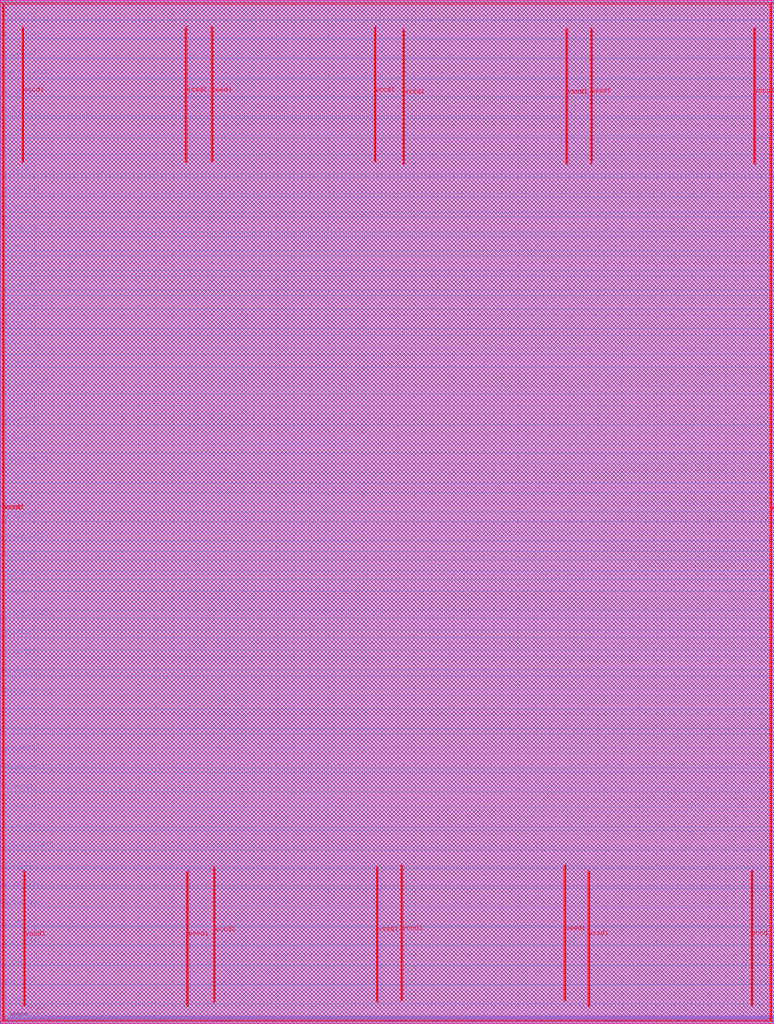
<source format=lef>
##
## LEF for PtnCells ;
## created by Innovus v20.10-p004_1 on Thu Aug 12 11:31:29 2021
##

VERSION 5.8 ;

BUSBITCHARS "[]" ;
DIVIDERCHAR "/" ;

MACRO user_proj_example
  CLASS BLOCK ;
  SIZE 2239.740000 BY 2960.040000 ;
  FOREIGN user_proj_example 0.000000 0.000000 ;
  ORIGIN 0 0 ;
  SYMMETRY X Y R90 ;
  PIN wb_clk_i
    DIRECTION INPUT ;
    USE SIGNAL ;
    PORT
      LAYER met2 ;
        RECT 4.760000 0.000000 4.900000 0.490000 ;
    END
  END wb_clk_i
  PIN wb_rst_i
    DIRECTION INPUT ;
    USE SIGNAL ;
    PORT
      LAYER met2 ;
        RECT 4.300000 0.000000 4.440000 0.490000 ;
    END
  END wb_rst_i
  PIN wbs_stb_i
    DIRECTION INPUT ;
    USE SIGNAL ;
    PORT
      LAYER met2 ;
        RECT 472.120000 0.000000 472.260000 0.490000 ;
    END
  END wbs_stb_i
  PIN wbs_cyc_i
    DIRECTION INPUT ;
    USE SIGNAL ;
    PORT
      LAYER met2 ;
        RECT 158.860000 0.000000 159.000000 0.490000 ;
    END
  END wbs_cyc_i
  PIN wbs_we_i
    DIRECTION INPUT ;
    USE SIGNAL ;
    PORT
      LAYER met2 ;
        RECT 476.720000 0.000000 476.860000 0.490000 ;
    END
  END wbs_we_i
  PIN wbs_sel_i[3]
    DIRECTION INPUT ;
    USE SIGNAL ;
    PORT
      LAYER met2 ;
        RECT 467.520000 0.000000 467.660000 0.490000 ;
    END
  END wbs_sel_i[3]
  PIN wbs_sel_i[2]
    DIRECTION INPUT ;
    USE SIGNAL ;
    PORT
      LAYER met2 ;
        RECT 462.920000 0.000000 463.060000 0.490000 ;
    END
  END wbs_sel_i[2]
  PIN wbs_sel_i[1]
    DIRECTION INPUT ;
    USE SIGNAL ;
    PORT
      LAYER met2 ;
        RECT 458.320000 0.000000 458.460000 0.490000 ;
    END
  END wbs_sel_i[1]
  PIN wbs_sel_i[0]
    DIRECTION INPUT ;
    USE SIGNAL ;
    PORT
      LAYER met2 ;
        RECT 454.180000 0.000000 454.320000 0.490000 ;
    END
  END wbs_sel_i[0]
  PIN wbs_dat_i[31]
    DIRECTION INPUT ;
    USE SIGNAL ;
    PORT
      LAYER met2 ;
        RECT 304.220000 0.000000 304.360000 0.490000 ;
    END
  END wbs_dat_i[31]
  PIN wbs_dat_i[30]
    DIRECTION INPUT ;
    USE SIGNAL ;
    PORT
      LAYER met2 ;
        RECT 299.620000 0.000000 299.760000 0.490000 ;
    END
  END wbs_dat_i[30]
  PIN wbs_dat_i[29]
    DIRECTION INPUT ;
    USE SIGNAL ;
    PORT
      LAYER met2 ;
        RECT 295.020000 0.000000 295.160000 0.490000 ;
    END
  END wbs_dat_i[29]
  PIN wbs_dat_i[28]
    DIRECTION INPUT ;
    USE SIGNAL ;
    PORT
      LAYER met2 ;
        RECT 290.420000 0.000000 290.560000 0.490000 ;
    END
  END wbs_dat_i[28]
  PIN wbs_dat_i[27]
    DIRECTION INPUT ;
    USE SIGNAL ;
    PORT
      LAYER met2 ;
        RECT 285.820000 0.000000 285.960000 0.490000 ;
    END
  END wbs_dat_i[27]
  PIN wbs_dat_i[26]
    DIRECTION INPUT ;
    USE SIGNAL ;
    PORT
      LAYER met2 ;
        RECT 281.220000 0.000000 281.360000 0.490000 ;
    END
  END wbs_dat_i[26]
  PIN wbs_dat_i[25]
    DIRECTION INPUT ;
    USE SIGNAL ;
    PORT
      LAYER met2 ;
        RECT 276.620000 0.000000 276.760000 0.490000 ;
    END
  END wbs_dat_i[25]
  PIN wbs_dat_i[24]
    DIRECTION INPUT ;
    USE SIGNAL ;
    PORT
      LAYER met2 ;
        RECT 272.480000 0.000000 272.620000 0.490000 ;
    END
  END wbs_dat_i[24]
  PIN wbs_dat_i[23]
    DIRECTION INPUT ;
    USE SIGNAL ;
    PORT
      LAYER met2 ;
        RECT 267.880000 0.000000 268.020000 0.490000 ;
    END
  END wbs_dat_i[23]
  PIN wbs_dat_i[22]
    DIRECTION INPUT ;
    USE SIGNAL ;
    PORT
      LAYER met2 ;
        RECT 263.280000 0.000000 263.420000 0.490000 ;
    END
  END wbs_dat_i[22]
  PIN wbs_dat_i[21]
    DIRECTION INPUT ;
    USE SIGNAL ;
    PORT
      LAYER met2 ;
        RECT 258.680000 0.000000 258.820000 0.490000 ;
    END
  END wbs_dat_i[21]
  PIN wbs_dat_i[20]
    DIRECTION INPUT ;
    USE SIGNAL ;
    PORT
      LAYER met2 ;
        RECT 254.080000 0.000000 254.220000 0.490000 ;
    END
  END wbs_dat_i[20]
  PIN wbs_dat_i[19]
    DIRECTION INPUT ;
    USE SIGNAL ;
    PORT
      LAYER met2 ;
        RECT 249.480000 0.000000 249.620000 0.490000 ;
    END
  END wbs_dat_i[19]
  PIN wbs_dat_i[18]
    DIRECTION INPUT ;
    USE SIGNAL ;
    PORT
      LAYER met2 ;
        RECT 244.880000 0.000000 245.020000 0.490000 ;
    END
  END wbs_dat_i[18]
  PIN wbs_dat_i[17]
    DIRECTION INPUT ;
    USE SIGNAL ;
    PORT
      LAYER met2 ;
        RECT 240.280000 0.000000 240.420000 0.490000 ;
    END
  END wbs_dat_i[17]
  PIN wbs_dat_i[16]
    DIRECTION INPUT ;
    USE SIGNAL ;
    PORT
      LAYER met2 ;
        RECT 236.140000 0.000000 236.280000 0.490000 ;
    END
  END wbs_dat_i[16]
  PIN wbs_dat_i[15]
    DIRECTION INPUT ;
    USE SIGNAL ;
    PORT
      LAYER met2 ;
        RECT 231.540000 0.000000 231.680000 0.490000 ;
    END
  END wbs_dat_i[15]
  PIN wbs_dat_i[14]
    DIRECTION INPUT ;
    USE SIGNAL ;
    PORT
      LAYER met2 ;
        RECT 226.940000 0.000000 227.080000 0.490000 ;
    END
  END wbs_dat_i[14]
  PIN wbs_dat_i[13]
    DIRECTION INPUT ;
    USE SIGNAL ;
    PORT
      LAYER met2 ;
        RECT 222.340000 0.000000 222.480000 0.490000 ;
    END
  END wbs_dat_i[13]
  PIN wbs_dat_i[12]
    DIRECTION INPUT ;
    USE SIGNAL ;
    PORT
      LAYER met2 ;
        RECT 217.740000 0.000000 217.880000 0.490000 ;
    END
  END wbs_dat_i[12]
  PIN wbs_dat_i[11]
    DIRECTION INPUT ;
    USE SIGNAL ;
    PORT
      LAYER met2 ;
        RECT 213.140000 0.000000 213.280000 0.490000 ;
    END
  END wbs_dat_i[11]
  PIN wbs_dat_i[10]
    DIRECTION INPUT ;
    USE SIGNAL ;
    PORT
      LAYER met2 ;
        RECT 208.540000 0.000000 208.680000 0.490000 ;
    END
  END wbs_dat_i[10]
  PIN wbs_dat_i[9]
    DIRECTION INPUT ;
    USE SIGNAL ;
    PORT
      LAYER met2 ;
        RECT 203.940000 0.000000 204.080000 0.490000 ;
    END
  END wbs_dat_i[9]
  PIN wbs_dat_i[8]
    DIRECTION INPUT ;
    USE SIGNAL ;
    PORT
      LAYER met2 ;
        RECT 199.800000 0.000000 199.940000 0.490000 ;
    END
  END wbs_dat_i[8]
  PIN wbs_dat_i[7]
    DIRECTION INPUT ;
    USE SIGNAL ;
    PORT
      LAYER met2 ;
        RECT 195.200000 0.000000 195.340000 0.490000 ;
    END
  END wbs_dat_i[7]
  PIN wbs_dat_i[6]
    DIRECTION INPUT ;
    USE SIGNAL ;
    PORT
      LAYER met2 ;
        RECT 190.600000 0.000000 190.740000 0.490000 ;
    END
  END wbs_dat_i[6]
  PIN wbs_dat_i[5]
    DIRECTION INPUT ;
    USE SIGNAL ;
    PORT
      LAYER met2 ;
        RECT 186.000000 0.000000 186.140000 0.490000 ;
    END
  END wbs_dat_i[5]
  PIN wbs_dat_i[4]
    DIRECTION INPUT ;
    USE SIGNAL ;
    PORT
      LAYER met2 ;
        RECT 181.400000 0.000000 181.540000 0.490000 ;
    END
  END wbs_dat_i[4]
  PIN wbs_dat_i[3]
    DIRECTION INPUT ;
    USE SIGNAL ;
    PORT
      LAYER met2 ;
        RECT 176.800000 0.000000 176.940000 0.490000 ;
    END
  END wbs_dat_i[3]
  PIN wbs_dat_i[2]
    DIRECTION INPUT ;
    USE SIGNAL ;
    PORT
      LAYER met2 ;
        RECT 172.200000 0.000000 172.340000 0.490000 ;
    END
  END wbs_dat_i[2]
  PIN wbs_dat_i[1]
    DIRECTION INPUT ;
    USE SIGNAL ;
    PORT
      LAYER met2 ;
        RECT 167.600000 0.000000 167.740000 0.490000 ;
    END
  END wbs_dat_i[1]
  PIN wbs_dat_i[0]
    DIRECTION INPUT ;
    USE SIGNAL ;
    PORT
      LAYER met2 ;
        RECT 163.460000 0.000000 163.600000 0.490000 ;
    END
  END wbs_dat_i[0]
  PIN wbs_adr_i[31]
    DIRECTION INPUT ;
    USE SIGNAL ;
    PORT
      LAYER met2 ;
        RECT 154.260000 0.000000 154.400000 0.490000 ;
    END
  END wbs_adr_i[31]
  PIN wbs_adr_i[30]
    DIRECTION INPUT ;
    USE SIGNAL ;
    PORT
      LAYER met2 ;
        RECT 149.660000 0.000000 149.800000 0.490000 ;
    END
  END wbs_adr_i[30]
  PIN wbs_adr_i[29]
    DIRECTION INPUT ;
    USE SIGNAL ;
    PORT
      LAYER met2 ;
        RECT 145.060000 0.000000 145.200000 0.490000 ;
    END
  END wbs_adr_i[29]
  PIN wbs_adr_i[28]
    DIRECTION INPUT ;
    USE SIGNAL ;
    PORT
      LAYER met2 ;
        RECT 140.460000 0.000000 140.600000 0.490000 ;
    END
  END wbs_adr_i[28]
  PIN wbs_adr_i[27]
    DIRECTION INPUT ;
    USE SIGNAL ;
    PORT
      LAYER met2 ;
        RECT 135.860000 0.000000 136.000000 0.490000 ;
    END
  END wbs_adr_i[27]
  PIN wbs_adr_i[26]
    DIRECTION INPUT ;
    USE SIGNAL ;
    PORT
      LAYER met2 ;
        RECT 131.260000 0.000000 131.400000 0.490000 ;
    END
  END wbs_adr_i[26]
  PIN wbs_adr_i[25]
    DIRECTION INPUT ;
    USE SIGNAL ;
    PORT
      LAYER met2 ;
        RECT 127.120000 0.000000 127.260000 0.490000 ;
    END
  END wbs_adr_i[25]
  PIN wbs_adr_i[24]
    DIRECTION INPUT ;
    USE SIGNAL ;
    PORT
      LAYER met2 ;
        RECT 122.520000 0.000000 122.660000 0.490000 ;
    END
  END wbs_adr_i[24]
  PIN wbs_adr_i[23]
    DIRECTION INPUT ;
    USE SIGNAL ;
    PORT
      LAYER met2 ;
        RECT 117.920000 0.000000 118.060000 0.490000 ;
    END
  END wbs_adr_i[23]
  PIN wbs_adr_i[22]
    DIRECTION INPUT ;
    USE SIGNAL ;
    PORT
      LAYER met2 ;
        RECT 113.320000 0.000000 113.460000 0.490000 ;
    END
  END wbs_adr_i[22]
  PIN wbs_adr_i[21]
    DIRECTION INPUT ;
    USE SIGNAL ;
    PORT
      LAYER met2 ;
        RECT 108.720000 0.000000 108.860000 0.490000 ;
    END
  END wbs_adr_i[21]
  PIN wbs_adr_i[20]
    DIRECTION INPUT ;
    USE SIGNAL ;
    PORT
      LAYER met2 ;
        RECT 104.120000 0.000000 104.260000 0.490000 ;
    END
  END wbs_adr_i[20]
  PIN wbs_adr_i[19]
    DIRECTION INPUT ;
    USE SIGNAL ;
    PORT
      LAYER met2 ;
        RECT 99.520000 0.000000 99.660000 0.490000 ;
    END
  END wbs_adr_i[19]
  PIN wbs_adr_i[18]
    DIRECTION INPUT ;
    USE SIGNAL ;
    PORT
      LAYER met2 ;
        RECT 94.920000 0.000000 95.060000 0.490000 ;
    END
  END wbs_adr_i[18]
  PIN wbs_adr_i[17]
    DIRECTION INPUT ;
    USE SIGNAL ;
    PORT
      LAYER met2 ;
        RECT 90.780000 0.000000 90.920000 0.490000 ;
    END
  END wbs_adr_i[17]
  PIN wbs_adr_i[16]
    DIRECTION INPUT ;
    USE SIGNAL ;
    PORT
      LAYER met2 ;
        RECT 86.180000 0.000000 86.320000 0.490000 ;
    END
  END wbs_adr_i[16]
  PIN wbs_adr_i[15]
    DIRECTION INPUT ;
    USE SIGNAL ;
    PORT
      LAYER met2 ;
        RECT 81.580000 0.000000 81.720000 0.490000 ;
    END
  END wbs_adr_i[15]
  PIN wbs_adr_i[14]
    DIRECTION INPUT ;
    USE SIGNAL ;
    PORT
      LAYER met2 ;
        RECT 76.980000 0.000000 77.120000 0.490000 ;
    END
  END wbs_adr_i[14]
  PIN wbs_adr_i[13]
    DIRECTION INPUT ;
    USE SIGNAL ;
    PORT
      LAYER met2 ;
        RECT 72.380000 0.000000 72.520000 0.490000 ;
    END
  END wbs_adr_i[13]
  PIN wbs_adr_i[12]
    DIRECTION INPUT ;
    USE SIGNAL ;
    PORT
      LAYER met2 ;
        RECT 67.780000 0.000000 67.920000 0.490000 ;
    END
  END wbs_adr_i[12]
  PIN wbs_adr_i[11]
    DIRECTION INPUT ;
    USE SIGNAL ;
    PORT
      LAYER met2 ;
        RECT 63.180000 0.000000 63.320000 0.490000 ;
    END
  END wbs_adr_i[11]
  PIN wbs_adr_i[10]
    DIRECTION INPUT ;
    USE SIGNAL ;
    PORT
      LAYER met2 ;
        RECT 58.580000 0.000000 58.720000 0.490000 ;
    END
  END wbs_adr_i[10]
  PIN wbs_adr_i[9]
    DIRECTION INPUT ;
    USE SIGNAL ;
    PORT
      LAYER met2 ;
        RECT 54.440000 0.000000 54.580000 0.490000 ;
    END
  END wbs_adr_i[9]
  PIN wbs_adr_i[8]
    DIRECTION INPUT ;
    USE SIGNAL ;
    PORT
      LAYER met2 ;
        RECT 49.840000 0.000000 49.980000 0.490000 ;
    END
  END wbs_adr_i[8]
  PIN wbs_adr_i[7]
    DIRECTION INPUT ;
    USE SIGNAL ;
    PORT
      LAYER met2 ;
        RECT 45.240000 0.000000 45.380000 0.490000 ;
    END
  END wbs_adr_i[7]
  PIN wbs_adr_i[6]
    DIRECTION INPUT ;
    USE SIGNAL ;
    PORT
      LAYER met2 ;
        RECT 40.640000 0.000000 40.780000 0.490000 ;
    END
  END wbs_adr_i[6]
  PIN wbs_adr_i[5]
    DIRECTION INPUT ;
    USE SIGNAL ;
    PORT
      LAYER met2 ;
        RECT 36.040000 0.000000 36.180000 0.490000 ;
    END
  END wbs_adr_i[5]
  PIN wbs_adr_i[4]
    DIRECTION INPUT ;
    USE SIGNAL ;
    PORT
      LAYER met2 ;
        RECT 31.440000 0.000000 31.580000 0.490000 ;
    END
  END wbs_adr_i[4]
  PIN wbs_adr_i[3]
    DIRECTION INPUT ;
    USE SIGNAL ;
    PORT
      LAYER met2 ;
        RECT 26.840000 0.000000 26.980000 0.490000 ;
    END
  END wbs_adr_i[3]
  PIN wbs_adr_i[2]
    DIRECTION INPUT ;
    USE SIGNAL ;
    PORT
      LAYER met2 ;
        RECT 22.240000 0.000000 22.380000 0.490000 ;
    END
  END wbs_adr_i[2]
  PIN wbs_adr_i[1]
    DIRECTION INPUT ;
    USE SIGNAL ;
    PORT
      LAYER met2 ;
        RECT 18.100000 0.000000 18.240000 0.490000 ;
    END
  END wbs_adr_i[1]
  PIN wbs_adr_i[0]
    DIRECTION INPUT ;
    USE SIGNAL ;
    PORT
      LAYER met2 ;
        RECT 13.500000 0.000000 13.640000 0.490000 ;
    END
  END wbs_adr_i[0]
  PIN wbs_ack_o
    DIRECTION OUTPUT ;
    USE SIGNAL ;
    PORT
      LAYER met2 ;
        RECT 8.900000 0.000000 9.040000 0.490000 ;
    END
  END wbs_ack_o
  PIN wbs_dat_o[31]
    DIRECTION OUTPUT ;
    USE SIGNAL ;
    PORT
      LAYER met2 ;
        RECT 449.580000 0.000000 449.720000 0.490000 ;
    END
  END wbs_dat_o[31]
  PIN wbs_dat_o[30]
    DIRECTION OUTPUT ;
    USE SIGNAL ;
    PORT
      LAYER met2 ;
        RECT 444.980000 0.000000 445.120000 0.490000 ;
    END
  END wbs_dat_o[30]
  PIN wbs_dat_o[29]
    DIRECTION OUTPUT ;
    USE SIGNAL ;
    PORT
      LAYER met2 ;
        RECT 440.380000 0.000000 440.520000 0.490000 ;
    END
  END wbs_dat_o[29]
  PIN wbs_dat_o[28]
    DIRECTION OUTPUT ;
    USE SIGNAL ;
    PORT
      LAYER met2 ;
        RECT 435.780000 0.000000 435.920000 0.490000 ;
    END
  END wbs_dat_o[28]
  PIN wbs_dat_o[27]
    DIRECTION OUTPUT ;
    USE SIGNAL ;
    PORT
      LAYER met2 ;
        RECT 431.180000 0.000000 431.320000 0.490000 ;
    END
  END wbs_dat_o[27]
  PIN wbs_dat_o[26]
    DIRECTION OUTPUT ;
    USE SIGNAL ;
    PORT
      LAYER met2 ;
        RECT 426.580000 0.000000 426.720000 0.490000 ;
    END
  END wbs_dat_o[26]
  PIN wbs_dat_o[25]
    DIRECTION OUTPUT ;
    USE SIGNAL ;
    PORT
      LAYER met2 ;
        RECT 421.980000 0.000000 422.120000 0.490000 ;
    END
  END wbs_dat_o[25]
  PIN wbs_dat_o[24]
    DIRECTION OUTPUT ;
    USE SIGNAL ;
    PORT
      LAYER met2 ;
        RECT 417.840000 0.000000 417.980000 0.490000 ;
    END
  END wbs_dat_o[24]
  PIN wbs_dat_o[23]
    DIRECTION OUTPUT ;
    USE SIGNAL ;
    PORT
      LAYER met2 ;
        RECT 413.240000 0.000000 413.380000 0.490000 ;
    END
  END wbs_dat_o[23]
  PIN wbs_dat_o[22]
    DIRECTION OUTPUT ;
    USE SIGNAL ;
    PORT
      LAYER met2 ;
        RECT 408.640000 0.000000 408.780000 0.490000 ;
    END
  END wbs_dat_o[22]
  PIN wbs_dat_o[21]
    DIRECTION OUTPUT ;
    USE SIGNAL ;
    PORT
      LAYER met2 ;
        RECT 404.040000 0.000000 404.180000 0.490000 ;
    END
  END wbs_dat_o[21]
  PIN wbs_dat_o[20]
    DIRECTION OUTPUT ;
    USE SIGNAL ;
    PORT
      LAYER met2 ;
        RECT 399.440000 0.000000 399.580000 0.490000 ;
    END
  END wbs_dat_o[20]
  PIN wbs_dat_o[19]
    DIRECTION OUTPUT ;
    USE SIGNAL ;
    PORT
      LAYER met2 ;
        RECT 394.840000 0.000000 394.980000 0.490000 ;
    END
  END wbs_dat_o[19]
  PIN wbs_dat_o[18]
    DIRECTION OUTPUT ;
    USE SIGNAL ;
    PORT
      LAYER met2 ;
        RECT 390.240000 0.000000 390.380000 0.490000 ;
    END
  END wbs_dat_o[18]
  PIN wbs_dat_o[17]
    DIRECTION OUTPUT ;
    USE SIGNAL ;
    PORT
      LAYER met2 ;
        RECT 385.640000 0.000000 385.780000 0.490000 ;
    END
  END wbs_dat_o[17]
  PIN wbs_dat_o[16]
    DIRECTION OUTPUT ;
    USE SIGNAL ;
    PORT
      LAYER met2 ;
        RECT 381.500000 0.000000 381.640000 0.490000 ;
    END
  END wbs_dat_o[16]
  PIN wbs_dat_o[15]
    DIRECTION OUTPUT ;
    USE SIGNAL ;
    PORT
      LAYER met2 ;
        RECT 376.900000 0.000000 377.040000 0.490000 ;
    END
  END wbs_dat_o[15]
  PIN wbs_dat_o[14]
    DIRECTION OUTPUT ;
    USE SIGNAL ;
    PORT
      LAYER met2 ;
        RECT 372.300000 0.000000 372.440000 0.490000 ;
    END
  END wbs_dat_o[14]
  PIN wbs_dat_o[13]
    DIRECTION OUTPUT ;
    USE SIGNAL ;
    PORT
      LAYER met2 ;
        RECT 367.700000 0.000000 367.840000 0.490000 ;
    END
  END wbs_dat_o[13]
  PIN wbs_dat_o[12]
    DIRECTION OUTPUT ;
    USE SIGNAL ;
    PORT
      LAYER met2 ;
        RECT 363.100000 0.000000 363.240000 0.490000 ;
    END
  END wbs_dat_o[12]
  PIN wbs_dat_o[11]
    DIRECTION OUTPUT ;
    USE SIGNAL ;
    PORT
      LAYER met2 ;
        RECT 358.500000 0.000000 358.640000 0.490000 ;
    END
  END wbs_dat_o[11]
  PIN wbs_dat_o[10]
    DIRECTION OUTPUT ;
    USE SIGNAL ;
    PORT
      LAYER met2 ;
        RECT 353.900000 0.000000 354.040000 0.490000 ;
    END
  END wbs_dat_o[10]
  PIN wbs_dat_o[9]
    DIRECTION OUTPUT ;
    USE SIGNAL ;
    PORT
      LAYER met2 ;
        RECT 349.300000 0.000000 349.440000 0.490000 ;
    END
  END wbs_dat_o[9]
  PIN wbs_dat_o[8]
    DIRECTION OUTPUT ;
    USE SIGNAL ;
    PORT
      LAYER met2 ;
        RECT 345.160000 0.000000 345.300000 0.490000 ;
    END
  END wbs_dat_o[8]
  PIN wbs_dat_o[7]
    DIRECTION OUTPUT ;
    USE SIGNAL ;
    PORT
      LAYER met2 ;
        RECT 340.560000 0.000000 340.700000 0.490000 ;
    END
  END wbs_dat_o[7]
  PIN wbs_dat_o[6]
    DIRECTION OUTPUT ;
    USE SIGNAL ;
    PORT
      LAYER met2 ;
        RECT 335.960000 0.000000 336.100000 0.490000 ;
    END
  END wbs_dat_o[6]
  PIN wbs_dat_o[5]
    DIRECTION OUTPUT ;
    USE SIGNAL ;
    PORT
      LAYER met2 ;
        RECT 331.360000 0.000000 331.500000 0.490000 ;
    END
  END wbs_dat_o[5]
  PIN wbs_dat_o[4]
    DIRECTION OUTPUT ;
    USE SIGNAL ;
    PORT
      LAYER met2 ;
        RECT 326.760000 0.000000 326.900000 0.490000 ;
    END
  END wbs_dat_o[4]
  PIN wbs_dat_o[3]
    DIRECTION OUTPUT ;
    USE SIGNAL ;
    PORT
      LAYER met2 ;
        RECT 322.160000 0.000000 322.300000 0.490000 ;
    END
  END wbs_dat_o[3]
  PIN wbs_dat_o[2]
    DIRECTION OUTPUT ;
    USE SIGNAL ;
    PORT
      LAYER met2 ;
        RECT 317.560000 0.000000 317.700000 0.490000 ;
    END
  END wbs_dat_o[2]
  PIN wbs_dat_o[1]
    DIRECTION OUTPUT ;
    USE SIGNAL ;
    PORT
      LAYER met2 ;
        RECT 312.960000 0.000000 313.100000 0.490000 ;
    END
  END wbs_dat_o[1]
  PIN wbs_dat_o[0]
    DIRECTION OUTPUT ;
    USE SIGNAL ;
    PORT
      LAYER met2 ;
        RECT 308.820000 0.000000 308.960000 0.490000 ;
    END
  END wbs_dat_o[0]
  PIN la_data_in[127]
    DIRECTION INPUT ;
    USE SIGNAL ;
    PORT
      LAYER met2 ;
        RECT 1058.160000 0.000000 1058.300000 0.490000 ;
    END
  END la_data_in[127]
  PIN la_data_in[126]
    DIRECTION INPUT ;
    USE SIGNAL ;
    PORT
      LAYER met2 ;
        RECT 1053.560000 0.000000 1053.700000 0.490000 ;
    END
  END la_data_in[126]
  PIN la_data_in[125]
    DIRECTION INPUT ;
    USE SIGNAL ;
    PORT
      LAYER met2 ;
        RECT 1048.960000 0.000000 1049.100000 0.490000 ;
    END
  END la_data_in[125]
  PIN la_data_in[124]
    DIRECTION INPUT ;
    USE SIGNAL ;
    PORT
      LAYER met2 ;
        RECT 1044.820000 0.000000 1044.960000 0.490000 ;
    END
  END la_data_in[124]
  PIN la_data_in[123]
    DIRECTION INPUT ;
    USE SIGNAL ;
    PORT
      LAYER met2 ;
        RECT 1040.220000 0.000000 1040.360000 0.490000 ;
    END
  END la_data_in[123]
  PIN la_data_in[122]
    DIRECTION INPUT ;
    USE SIGNAL ;
    PORT
      LAYER met2 ;
        RECT 1035.620000 0.000000 1035.760000 0.490000 ;
    END
  END la_data_in[122]
  PIN la_data_in[121]
    DIRECTION INPUT ;
    USE SIGNAL ;
    PORT
      LAYER met2 ;
        RECT 1031.020000 0.000000 1031.160000 0.490000 ;
    END
  END la_data_in[121]
  PIN la_data_in[120]
    DIRECTION INPUT ;
    USE SIGNAL ;
    PORT
      LAYER met2 ;
        RECT 1026.420000 0.000000 1026.560000 0.490000 ;
    END
  END la_data_in[120]
  PIN la_data_in[119]
    DIRECTION INPUT ;
    USE SIGNAL ;
    PORT
      LAYER met2 ;
        RECT 1021.820000 0.000000 1021.960000 0.490000 ;
    END
  END la_data_in[119]
  PIN la_data_in[118]
    DIRECTION INPUT ;
    USE SIGNAL ;
    PORT
      LAYER met2 ;
        RECT 1017.220000 0.000000 1017.360000 0.490000 ;
    END
  END la_data_in[118]
  PIN la_data_in[117]
    DIRECTION INPUT ;
    USE SIGNAL ;
    PORT
      LAYER met2 ;
        RECT 1012.620000 0.000000 1012.760000 0.490000 ;
    END
  END la_data_in[117]
  PIN la_data_in[116]
    DIRECTION INPUT ;
    USE SIGNAL ;
    PORT
      LAYER met2 ;
        RECT 1008.020000 0.000000 1008.160000 0.490000 ;
    END
  END la_data_in[116]
  PIN la_data_in[115]
    DIRECTION INPUT ;
    USE SIGNAL ;
    PORT
      LAYER met2 ;
        RECT 1003.880000 0.000000 1004.020000 0.490000 ;
    END
  END la_data_in[115]
  PIN la_data_in[114]
    DIRECTION INPUT ;
    USE SIGNAL ;
    PORT
      LAYER met2 ;
        RECT 999.280000 0.000000 999.420000 0.490000 ;
    END
  END la_data_in[114]
  PIN la_data_in[113]
    DIRECTION INPUT ;
    USE SIGNAL ;
    PORT
      LAYER met2 ;
        RECT 994.680000 0.000000 994.820000 0.490000 ;
    END
  END la_data_in[113]
  PIN la_data_in[112]
    DIRECTION INPUT ;
    USE SIGNAL ;
    PORT
      LAYER met2 ;
        RECT 990.080000 0.000000 990.220000 0.490000 ;
    END
  END la_data_in[112]
  PIN la_data_in[111]
    DIRECTION INPUT ;
    USE SIGNAL ;
    PORT
      LAYER met2 ;
        RECT 985.480000 0.000000 985.620000 0.490000 ;
    END
  END la_data_in[111]
  PIN la_data_in[110]
    DIRECTION INPUT ;
    USE SIGNAL ;
    PORT
      LAYER met2 ;
        RECT 980.880000 0.000000 981.020000 0.490000 ;
    END
  END la_data_in[110]
  PIN la_data_in[109]
    DIRECTION INPUT ;
    USE SIGNAL ;
    PORT
      LAYER met2 ;
        RECT 976.280000 0.000000 976.420000 0.490000 ;
    END
  END la_data_in[109]
  PIN la_data_in[108]
    DIRECTION INPUT ;
    USE SIGNAL ;
    PORT
      LAYER met2 ;
        RECT 971.680000 0.000000 971.820000 0.490000 ;
    END
  END la_data_in[108]
  PIN la_data_in[107]
    DIRECTION INPUT ;
    USE SIGNAL ;
    PORT
      LAYER met2 ;
        RECT 967.540000 0.000000 967.680000 0.490000 ;
    END
  END la_data_in[107]
  PIN la_data_in[106]
    DIRECTION INPUT ;
    USE SIGNAL ;
    PORT
      LAYER met2 ;
        RECT 962.940000 0.000000 963.080000 0.490000 ;
    END
  END la_data_in[106]
  PIN la_data_in[105]
    DIRECTION INPUT ;
    USE SIGNAL ;
    PORT
      LAYER met2 ;
        RECT 958.340000 0.000000 958.480000 0.490000 ;
    END
  END la_data_in[105]
  PIN la_data_in[104]
    DIRECTION INPUT ;
    USE SIGNAL ;
    PORT
      LAYER met2 ;
        RECT 953.740000 0.000000 953.880000 0.490000 ;
    END
  END la_data_in[104]
  PIN la_data_in[103]
    DIRECTION INPUT ;
    USE SIGNAL ;
    PORT
      LAYER met2 ;
        RECT 949.140000 0.000000 949.280000 0.490000 ;
    END
  END la_data_in[103]
  PIN la_data_in[102]
    DIRECTION INPUT ;
    USE SIGNAL ;
    PORT
      LAYER met2 ;
        RECT 944.540000 0.000000 944.680000 0.490000 ;
    END
  END la_data_in[102]
  PIN la_data_in[101]
    DIRECTION INPUT ;
    USE SIGNAL ;
    PORT
      LAYER met2 ;
        RECT 939.940000 0.000000 940.080000 0.490000 ;
    END
  END la_data_in[101]
  PIN la_data_in[100]
    DIRECTION INPUT ;
    USE SIGNAL ;
    PORT
      LAYER met2 ;
        RECT 935.340000 0.000000 935.480000 0.490000 ;
    END
  END la_data_in[100]
  PIN la_data_in[99]
    DIRECTION INPUT ;
    USE SIGNAL ;
    PORT
      LAYER met2 ;
        RECT 931.200000 0.000000 931.340000 0.490000 ;
    END
  END la_data_in[99]
  PIN la_data_in[98]
    DIRECTION INPUT ;
    USE SIGNAL ;
    PORT
      LAYER met2 ;
        RECT 926.600000 0.000000 926.740000 0.490000 ;
    END
  END la_data_in[98]
  PIN la_data_in[97]
    DIRECTION INPUT ;
    USE SIGNAL ;
    PORT
      LAYER met2 ;
        RECT 922.000000 0.000000 922.140000 0.490000 ;
    END
  END la_data_in[97]
  PIN la_data_in[96]
    DIRECTION INPUT ;
    USE SIGNAL ;
    PORT
      LAYER met2 ;
        RECT 917.400000 0.000000 917.540000 0.490000 ;
    END
  END la_data_in[96]
  PIN la_data_in[95]
    DIRECTION INPUT ;
    USE SIGNAL ;
    PORT
      LAYER met2 ;
        RECT 912.800000 0.000000 912.940000 0.490000 ;
    END
  END la_data_in[95]
  PIN la_data_in[94]
    DIRECTION INPUT ;
    USE SIGNAL ;
    PORT
      LAYER met2 ;
        RECT 908.200000 0.000000 908.340000 0.490000 ;
    END
  END la_data_in[94]
  PIN la_data_in[93]
    DIRECTION INPUT ;
    USE SIGNAL ;
    PORT
      LAYER met2 ;
        RECT 903.600000 0.000000 903.740000 0.490000 ;
    END
  END la_data_in[93]
  PIN la_data_in[92]
    DIRECTION INPUT ;
    USE SIGNAL ;
    PORT
      LAYER met2 ;
        RECT 899.000000 0.000000 899.140000 0.490000 ;
    END
  END la_data_in[92]
  PIN la_data_in[91]
    DIRECTION INPUT ;
    USE SIGNAL ;
    PORT
      LAYER met2 ;
        RECT 894.860000 0.000000 895.000000 0.490000 ;
    END
  END la_data_in[91]
  PIN la_data_in[90]
    DIRECTION INPUT ;
    USE SIGNAL ;
    PORT
      LAYER met2 ;
        RECT 890.260000 0.000000 890.400000 0.490000 ;
    END
  END la_data_in[90]
  PIN la_data_in[89]
    DIRECTION INPUT ;
    USE SIGNAL ;
    PORT
      LAYER met2 ;
        RECT 885.660000 0.000000 885.800000 0.490000 ;
    END
  END la_data_in[89]
  PIN la_data_in[88]
    DIRECTION INPUT ;
    USE SIGNAL ;
    PORT
      LAYER met2 ;
        RECT 881.060000 0.000000 881.200000 0.490000 ;
    END
  END la_data_in[88]
  PIN la_data_in[87]
    DIRECTION INPUT ;
    USE SIGNAL ;
    PORT
      LAYER met2 ;
        RECT 876.460000 0.000000 876.600000 0.490000 ;
    END
  END la_data_in[87]
  PIN la_data_in[86]
    DIRECTION INPUT ;
    USE SIGNAL ;
    PORT
      LAYER met2 ;
        RECT 871.860000 0.000000 872.000000 0.490000 ;
    END
  END la_data_in[86]
  PIN la_data_in[85]
    DIRECTION INPUT ;
    USE SIGNAL ;
    PORT
      LAYER met2 ;
        RECT 867.260000 0.000000 867.400000 0.490000 ;
    END
  END la_data_in[85]
  PIN la_data_in[84]
    DIRECTION INPUT ;
    USE SIGNAL ;
    PORT
      LAYER met2 ;
        RECT 862.660000 0.000000 862.800000 0.490000 ;
    END
  END la_data_in[84]
  PIN la_data_in[83]
    DIRECTION INPUT ;
    USE SIGNAL ;
    PORT
      LAYER met2 ;
        RECT 858.520000 0.000000 858.660000 0.490000 ;
    END
  END la_data_in[83]
  PIN la_data_in[82]
    DIRECTION INPUT ;
    USE SIGNAL ;
    PORT
      LAYER met2 ;
        RECT 853.920000 0.000000 854.060000 0.490000 ;
    END
  END la_data_in[82]
  PIN la_data_in[81]
    DIRECTION INPUT ;
    USE SIGNAL ;
    PORT
      LAYER met2 ;
        RECT 849.320000 0.000000 849.460000 0.490000 ;
    END
  END la_data_in[81]
  PIN la_data_in[80]
    DIRECTION INPUT ;
    USE SIGNAL ;
    PORT
      LAYER met2 ;
        RECT 844.720000 0.000000 844.860000 0.490000 ;
    END
  END la_data_in[80]
  PIN la_data_in[79]
    DIRECTION INPUT ;
    USE SIGNAL ;
    PORT
      LAYER met2 ;
        RECT 840.120000 0.000000 840.260000 0.490000 ;
    END
  END la_data_in[79]
  PIN la_data_in[78]
    DIRECTION INPUT ;
    USE SIGNAL ;
    PORT
      LAYER met2 ;
        RECT 835.520000 0.000000 835.660000 0.490000 ;
    END
  END la_data_in[78]
  PIN la_data_in[77]
    DIRECTION INPUT ;
    USE SIGNAL ;
    PORT
      LAYER met2 ;
        RECT 830.920000 0.000000 831.060000 0.490000 ;
    END
  END la_data_in[77]
  PIN la_data_in[76]
    DIRECTION INPUT ;
    USE SIGNAL ;
    PORT
      LAYER met2 ;
        RECT 826.320000 0.000000 826.460000 0.490000 ;
    END
  END la_data_in[76]
  PIN la_data_in[75]
    DIRECTION INPUT ;
    USE SIGNAL ;
    PORT
      LAYER met2 ;
        RECT 822.180000 0.000000 822.320000 0.490000 ;
    END
  END la_data_in[75]
  PIN la_data_in[74]
    DIRECTION INPUT ;
    USE SIGNAL ;
    PORT
      LAYER met2 ;
        RECT 817.580000 0.000000 817.720000 0.490000 ;
    END
  END la_data_in[74]
  PIN la_data_in[73]
    DIRECTION INPUT ;
    USE SIGNAL ;
    PORT
      LAYER met2 ;
        RECT 812.980000 0.000000 813.120000 0.490000 ;
    END
  END la_data_in[73]
  PIN la_data_in[72]
    DIRECTION INPUT ;
    USE SIGNAL ;
    PORT
      LAYER met2 ;
        RECT 808.380000 0.000000 808.520000 0.490000 ;
    END
  END la_data_in[72]
  PIN la_data_in[71]
    DIRECTION INPUT ;
    USE SIGNAL ;
    PORT
      LAYER met2 ;
        RECT 803.780000 0.000000 803.920000 0.490000 ;
    END
  END la_data_in[71]
  PIN la_data_in[70]
    DIRECTION INPUT ;
    USE SIGNAL ;
    PORT
      LAYER met2 ;
        RECT 799.180000 0.000000 799.320000 0.490000 ;
    END
  END la_data_in[70]
  PIN la_data_in[69]
    DIRECTION INPUT ;
    USE SIGNAL ;
    PORT
      LAYER met2 ;
        RECT 794.580000 0.000000 794.720000 0.490000 ;
    END
  END la_data_in[69]
  PIN la_data_in[68]
    DIRECTION INPUT ;
    USE SIGNAL ;
    PORT
      LAYER met2 ;
        RECT 789.980000 0.000000 790.120000 0.490000 ;
    END
  END la_data_in[68]
  PIN la_data_in[67]
    DIRECTION INPUT ;
    USE SIGNAL ;
    PORT
      LAYER met2 ;
        RECT 785.840000 0.000000 785.980000 0.490000 ;
    END
  END la_data_in[67]
  PIN la_data_in[66]
    DIRECTION INPUT ;
    USE SIGNAL ;
    PORT
      LAYER met2 ;
        RECT 781.240000 0.000000 781.380000 0.490000 ;
    END
  END la_data_in[66]
  PIN la_data_in[65]
    DIRECTION INPUT ;
    USE SIGNAL ;
    PORT
      LAYER met2 ;
        RECT 776.640000 0.000000 776.780000 0.490000 ;
    END
  END la_data_in[65]
  PIN la_data_in[64]
    DIRECTION INPUT ;
    USE SIGNAL ;
    PORT
      LAYER met2 ;
        RECT 772.040000 0.000000 772.180000 0.490000 ;
    END
  END la_data_in[64]
  PIN la_data_in[63]
    DIRECTION INPUT ;
    USE SIGNAL ;
    PORT
      LAYER met2 ;
        RECT 767.440000 0.000000 767.580000 0.490000 ;
    END
  END la_data_in[63]
  PIN la_data_in[62]
    DIRECTION INPUT ;
    USE SIGNAL ;
    PORT
      LAYER met2 ;
        RECT 762.840000 0.000000 762.980000 0.490000 ;
    END
  END la_data_in[62]
  PIN la_data_in[61]
    DIRECTION INPUT ;
    USE SIGNAL ;
    PORT
      LAYER met2 ;
        RECT 758.240000 0.000000 758.380000 0.490000 ;
    END
  END la_data_in[61]
  PIN la_data_in[60]
    DIRECTION INPUT ;
    USE SIGNAL ;
    PORT
      LAYER met2 ;
        RECT 753.640000 0.000000 753.780000 0.490000 ;
    END
  END la_data_in[60]
  PIN la_data_in[59]
    DIRECTION INPUT ;
    USE SIGNAL ;
    PORT
      LAYER met2 ;
        RECT 749.500000 0.000000 749.640000 0.490000 ;
    END
  END la_data_in[59]
  PIN la_data_in[58]
    DIRECTION INPUT ;
    USE SIGNAL ;
    PORT
      LAYER met2 ;
        RECT 744.900000 0.000000 745.040000 0.490000 ;
    END
  END la_data_in[58]
  PIN la_data_in[57]
    DIRECTION INPUT ;
    USE SIGNAL ;
    PORT
      LAYER met2 ;
        RECT 740.300000 0.000000 740.440000 0.490000 ;
    END
  END la_data_in[57]
  PIN la_data_in[56]
    DIRECTION INPUT ;
    USE SIGNAL ;
    PORT
      LAYER met2 ;
        RECT 735.700000 0.000000 735.840000 0.490000 ;
    END
  END la_data_in[56]
  PIN la_data_in[55]
    DIRECTION INPUT ;
    USE SIGNAL ;
    PORT
      LAYER met2 ;
        RECT 731.100000 0.000000 731.240000 0.490000 ;
    END
  END la_data_in[55]
  PIN la_data_in[54]
    DIRECTION INPUT ;
    USE SIGNAL ;
    PORT
      LAYER met2 ;
        RECT 726.500000 0.000000 726.640000 0.490000 ;
    END
  END la_data_in[54]
  PIN la_data_in[53]
    DIRECTION INPUT ;
    USE SIGNAL ;
    PORT
      LAYER met2 ;
        RECT 721.900000 0.000000 722.040000 0.490000 ;
    END
  END la_data_in[53]
  PIN la_data_in[52]
    DIRECTION INPUT ;
    USE SIGNAL ;
    PORT
      LAYER met2 ;
        RECT 717.300000 0.000000 717.440000 0.490000 ;
    END
  END la_data_in[52]
  PIN la_data_in[51]
    DIRECTION INPUT ;
    USE SIGNAL ;
    PORT
      LAYER met2 ;
        RECT 713.160000 0.000000 713.300000 0.490000 ;
    END
  END la_data_in[51]
  PIN la_data_in[50]
    DIRECTION INPUT ;
    USE SIGNAL ;
    PORT
      LAYER met2 ;
        RECT 708.560000 0.000000 708.700000 0.490000 ;
    END
  END la_data_in[50]
  PIN la_data_in[49]
    DIRECTION INPUT ;
    USE SIGNAL ;
    PORT
      LAYER met2 ;
        RECT 703.960000 0.000000 704.100000 0.490000 ;
    END
  END la_data_in[49]
  PIN la_data_in[48]
    DIRECTION INPUT ;
    USE SIGNAL ;
    PORT
      LAYER met2 ;
        RECT 699.360000 0.000000 699.500000 0.490000 ;
    END
  END la_data_in[48]
  PIN la_data_in[47]
    DIRECTION INPUT ;
    USE SIGNAL ;
    PORT
      LAYER met2 ;
        RECT 694.760000 0.000000 694.900000 0.490000 ;
    END
  END la_data_in[47]
  PIN la_data_in[46]
    DIRECTION INPUT ;
    USE SIGNAL ;
    PORT
      LAYER met2 ;
        RECT 690.160000 0.000000 690.300000 0.490000 ;
    END
  END la_data_in[46]
  PIN la_data_in[45]
    DIRECTION INPUT ;
    USE SIGNAL ;
    PORT
      LAYER met2 ;
        RECT 685.560000 0.000000 685.700000 0.490000 ;
    END
  END la_data_in[45]
  PIN la_data_in[44]
    DIRECTION INPUT ;
    USE SIGNAL ;
    PORT
      LAYER met2 ;
        RECT 680.960000 0.000000 681.100000 0.490000 ;
    END
  END la_data_in[44]
  PIN la_data_in[43]
    DIRECTION INPUT ;
    USE SIGNAL ;
    PORT
      LAYER met2 ;
        RECT 676.820000 0.000000 676.960000 0.490000 ;
    END
  END la_data_in[43]
  PIN la_data_in[42]
    DIRECTION INPUT ;
    USE SIGNAL ;
    PORT
      LAYER met2 ;
        RECT 672.220000 0.000000 672.360000 0.490000 ;
    END
  END la_data_in[42]
  PIN la_data_in[41]
    DIRECTION INPUT ;
    USE SIGNAL ;
    PORT
      LAYER met2 ;
        RECT 667.620000 0.000000 667.760000 0.490000 ;
    END
  END la_data_in[41]
  PIN la_data_in[40]
    DIRECTION INPUT ;
    USE SIGNAL ;
    PORT
      LAYER met2 ;
        RECT 663.020000 0.000000 663.160000 0.490000 ;
    END
  END la_data_in[40]
  PIN la_data_in[39]
    DIRECTION INPUT ;
    USE SIGNAL ;
    PORT
      LAYER met2 ;
        RECT 658.420000 0.000000 658.560000 0.490000 ;
    END
  END la_data_in[39]
  PIN la_data_in[38]
    DIRECTION INPUT ;
    USE SIGNAL ;
    PORT
      LAYER met2 ;
        RECT 653.820000 0.000000 653.960000 0.490000 ;
    END
  END la_data_in[38]
  PIN la_data_in[37]
    DIRECTION INPUT ;
    USE SIGNAL ;
    PORT
      LAYER met2 ;
        RECT 649.220000 0.000000 649.360000 0.490000 ;
    END
  END la_data_in[37]
  PIN la_data_in[36]
    DIRECTION INPUT ;
    USE SIGNAL ;
    PORT
      LAYER met2 ;
        RECT 644.620000 0.000000 644.760000 0.490000 ;
    END
  END la_data_in[36]
  PIN la_data_in[35]
    DIRECTION INPUT ;
    USE SIGNAL ;
    PORT
      LAYER met2 ;
        RECT 640.480000 0.000000 640.620000 0.490000 ;
    END
  END la_data_in[35]
  PIN la_data_in[34]
    DIRECTION INPUT ;
    USE SIGNAL ;
    PORT
      LAYER met2 ;
        RECT 635.880000 0.000000 636.020000 0.490000 ;
    END
  END la_data_in[34]
  PIN la_data_in[33]
    DIRECTION INPUT ;
    USE SIGNAL ;
    PORT
      LAYER met2 ;
        RECT 631.280000 0.000000 631.420000 0.490000 ;
    END
  END la_data_in[33]
  PIN la_data_in[32]
    DIRECTION INPUT ;
    USE SIGNAL ;
    PORT
      LAYER met2 ;
        RECT 626.680000 0.000000 626.820000 0.490000 ;
    END
  END la_data_in[32]
  PIN la_data_in[31]
    DIRECTION INPUT ;
    USE SIGNAL ;
    PORT
      LAYER met2 ;
        RECT 622.080000 0.000000 622.220000 0.490000 ;
    END
  END la_data_in[31]
  PIN la_data_in[30]
    DIRECTION INPUT ;
    USE SIGNAL ;
    PORT
      LAYER met2 ;
        RECT 617.480000 0.000000 617.620000 0.490000 ;
    END
  END la_data_in[30]
  PIN la_data_in[29]
    DIRECTION INPUT ;
    USE SIGNAL ;
    PORT
      LAYER met2 ;
        RECT 612.880000 0.000000 613.020000 0.490000 ;
    END
  END la_data_in[29]
  PIN la_data_in[28]
    DIRECTION INPUT ;
    USE SIGNAL ;
    PORT
      LAYER met2 ;
        RECT 608.280000 0.000000 608.420000 0.490000 ;
    END
  END la_data_in[28]
  PIN la_data_in[27]
    DIRECTION INPUT ;
    USE SIGNAL ;
    PORT
      LAYER met2 ;
        RECT 604.140000 0.000000 604.280000 0.490000 ;
    END
  END la_data_in[27]
  PIN la_data_in[26]
    DIRECTION INPUT ;
    USE SIGNAL ;
    PORT
      LAYER met2 ;
        RECT 599.540000 0.000000 599.680000 0.490000 ;
    END
  END la_data_in[26]
  PIN la_data_in[25]
    DIRECTION INPUT ;
    USE SIGNAL ;
    PORT
      LAYER met2 ;
        RECT 594.940000 0.000000 595.080000 0.490000 ;
    END
  END la_data_in[25]
  PIN la_data_in[24]
    DIRECTION INPUT ;
    USE SIGNAL ;
    PORT
      LAYER met2 ;
        RECT 590.340000 0.000000 590.480000 0.490000 ;
    END
  END la_data_in[24]
  PIN la_data_in[23]
    DIRECTION INPUT ;
    USE SIGNAL ;
    PORT
      LAYER met2 ;
        RECT 585.740000 0.000000 585.880000 0.490000 ;
    END
  END la_data_in[23]
  PIN la_data_in[22]
    DIRECTION INPUT ;
    USE SIGNAL ;
    PORT
      LAYER met2 ;
        RECT 581.140000 0.000000 581.280000 0.490000 ;
    END
  END la_data_in[22]
  PIN la_data_in[21]
    DIRECTION INPUT ;
    USE SIGNAL ;
    PORT
      LAYER met2 ;
        RECT 576.540000 0.000000 576.680000 0.490000 ;
    END
  END la_data_in[21]
  PIN la_data_in[20]
    DIRECTION INPUT ;
    USE SIGNAL ;
    PORT
      LAYER met2 ;
        RECT 571.940000 0.000000 572.080000 0.490000 ;
    END
  END la_data_in[20]
  PIN la_data_in[19]
    DIRECTION INPUT ;
    USE SIGNAL ;
    PORT
      LAYER met2 ;
        RECT 567.800000 0.000000 567.940000 0.490000 ;
    END
  END la_data_in[19]
  PIN la_data_in[18]
    DIRECTION INPUT ;
    USE SIGNAL ;
    PORT
      LAYER met2 ;
        RECT 563.200000 0.000000 563.340000 0.490000 ;
    END
  END la_data_in[18]
  PIN la_data_in[17]
    DIRECTION INPUT ;
    USE SIGNAL ;
    PORT
      LAYER met2 ;
        RECT 558.600000 0.000000 558.740000 0.490000 ;
    END
  END la_data_in[17]
  PIN la_data_in[16]
    DIRECTION INPUT ;
    USE SIGNAL ;
    PORT
      LAYER met2 ;
        RECT 554.000000 0.000000 554.140000 0.490000 ;
    END
  END la_data_in[16]
  PIN la_data_in[15]
    DIRECTION INPUT ;
    USE SIGNAL ;
    PORT
      LAYER met2 ;
        RECT 549.400000 0.000000 549.540000 0.490000 ;
    END
  END la_data_in[15]
  PIN la_data_in[14]
    DIRECTION INPUT ;
    USE SIGNAL ;
    PORT
      LAYER met2 ;
        RECT 544.800000 0.000000 544.940000 0.490000 ;
    END
  END la_data_in[14]
  PIN la_data_in[13]
    DIRECTION INPUT ;
    USE SIGNAL ;
    PORT
      LAYER met2 ;
        RECT 540.200000 0.000000 540.340000 0.490000 ;
    END
  END la_data_in[13]
  PIN la_data_in[12]
    DIRECTION INPUT ;
    USE SIGNAL ;
    PORT
      LAYER met2 ;
        RECT 535.600000 0.000000 535.740000 0.490000 ;
    END
  END la_data_in[12]
  PIN la_data_in[11]
    DIRECTION INPUT ;
    USE SIGNAL ;
    PORT
      LAYER met2 ;
        RECT 531.460000 0.000000 531.600000 0.490000 ;
    END
  END la_data_in[11]
  PIN la_data_in[10]
    DIRECTION INPUT ;
    USE SIGNAL ;
    PORT
      LAYER met2 ;
        RECT 526.860000 0.000000 527.000000 0.490000 ;
    END
  END la_data_in[10]
  PIN la_data_in[9]
    DIRECTION INPUT ;
    USE SIGNAL ;
    PORT
      LAYER met2 ;
        RECT 522.260000 0.000000 522.400000 0.490000 ;
    END
  END la_data_in[9]
  PIN la_data_in[8]
    DIRECTION INPUT ;
    USE SIGNAL ;
    PORT
      LAYER met2 ;
        RECT 517.660000 0.000000 517.800000 0.490000 ;
    END
  END la_data_in[8]
  PIN la_data_in[7]
    DIRECTION INPUT ;
    USE SIGNAL ;
    PORT
      LAYER met2 ;
        RECT 513.060000 0.000000 513.200000 0.490000 ;
    END
  END la_data_in[7]
  PIN la_data_in[6]
    DIRECTION INPUT ;
    USE SIGNAL ;
    PORT
      LAYER met2 ;
        RECT 508.460000 0.000000 508.600000 0.490000 ;
    END
  END la_data_in[6]
  PIN la_data_in[5]
    DIRECTION INPUT ;
    USE SIGNAL ;
    PORT
      LAYER met2 ;
        RECT 503.860000 0.000000 504.000000 0.490000 ;
    END
  END la_data_in[5]
  PIN la_data_in[4]
    DIRECTION INPUT ;
    USE SIGNAL ;
    PORT
      LAYER met2 ;
        RECT 499.260000 0.000000 499.400000 0.490000 ;
    END
  END la_data_in[4]
  PIN la_data_in[3]
    DIRECTION INPUT ;
    USE SIGNAL ;
    PORT
      LAYER met2 ;
        RECT 494.660000 0.000000 494.800000 0.490000 ;
    END
  END la_data_in[3]
  PIN la_data_in[2]
    DIRECTION INPUT ;
    USE SIGNAL ;
    PORT
      LAYER met2 ;
        RECT 490.520000 0.000000 490.660000 0.490000 ;
    END
  END la_data_in[2]
  PIN la_data_in[1]
    DIRECTION INPUT ;
    USE SIGNAL ;
    PORT
      LAYER met2 ;
        RECT 485.920000 0.000000 486.060000 0.490000 ;
    END
  END la_data_in[1]
  PIN la_data_in[0]
    DIRECTION INPUT ;
    USE SIGNAL ;
    PORT
      LAYER met2 ;
        RECT 481.320000 0.000000 481.460000 0.490000 ;
    END
  END la_data_in[0]
  PIN la_data_out[127]
    DIRECTION OUTPUT ;
    USE SIGNAL ;
    PORT
      LAYER met2 ;
        RECT 1639.600000 0.000000 1639.740000 0.490000 ;
    END
  END la_data_out[127]
  PIN la_data_out[126]
    DIRECTION OUTPUT ;
    USE SIGNAL ;
    PORT
      LAYER met2 ;
        RECT 1635.000000 0.000000 1635.140000 0.490000 ;
    END
  END la_data_out[126]
  PIN la_data_out[125]
    DIRECTION OUTPUT ;
    USE SIGNAL ;
    PORT
      LAYER met2 ;
        RECT 1630.860000 0.000000 1631.000000 0.490000 ;
    END
  END la_data_out[125]
  PIN la_data_out[124]
    DIRECTION OUTPUT ;
    USE SIGNAL ;
    PORT
      LAYER met2 ;
        RECT 1626.260000 0.000000 1626.400000 0.490000 ;
    END
  END la_data_out[124]
  PIN la_data_out[123]
    DIRECTION OUTPUT ;
    USE SIGNAL ;
    PORT
      LAYER met2 ;
        RECT 1621.660000 0.000000 1621.800000 0.490000 ;
    END
  END la_data_out[123]
  PIN la_data_out[122]
    DIRECTION OUTPUT ;
    USE SIGNAL ;
    PORT
      LAYER met2 ;
        RECT 1617.060000 0.000000 1617.200000 0.490000 ;
    END
  END la_data_out[122]
  PIN la_data_out[121]
    DIRECTION OUTPUT ;
    USE SIGNAL ;
    PORT
      LAYER met2 ;
        RECT 1612.460000 0.000000 1612.600000 0.490000 ;
    END
  END la_data_out[121]
  PIN la_data_out[120]
    DIRECTION OUTPUT ;
    USE SIGNAL ;
    PORT
      LAYER met2 ;
        RECT 1607.860000 0.000000 1608.000000 0.490000 ;
    END
  END la_data_out[120]
  PIN la_data_out[119]
    DIRECTION OUTPUT ;
    USE SIGNAL ;
    PORT
      LAYER met2 ;
        RECT 1603.260000 0.000000 1603.400000 0.490000 ;
    END
  END la_data_out[119]
  PIN la_data_out[118]
    DIRECTION OUTPUT ;
    USE SIGNAL ;
    PORT
      LAYER met2 ;
        RECT 1598.660000 0.000000 1598.800000 0.490000 ;
    END
  END la_data_out[118]
  PIN la_data_out[117]
    DIRECTION OUTPUT ;
    USE SIGNAL ;
    PORT
      LAYER met2 ;
        RECT 1594.520000 0.000000 1594.660000 0.490000 ;
    END
  END la_data_out[117]
  PIN la_data_out[116]
    DIRECTION OUTPUT ;
    USE SIGNAL ;
    PORT
      LAYER met2 ;
        RECT 1589.920000 0.000000 1590.060000 0.490000 ;
    END
  END la_data_out[116]
  PIN la_data_out[115]
    DIRECTION OUTPUT ;
    USE SIGNAL ;
    PORT
      LAYER met2 ;
        RECT 1585.320000 0.000000 1585.460000 0.490000 ;
    END
  END la_data_out[115]
  PIN la_data_out[114]
    DIRECTION OUTPUT ;
    USE SIGNAL ;
    PORT
      LAYER met2 ;
        RECT 1580.720000 0.000000 1580.860000 0.490000 ;
    END
  END la_data_out[114]
  PIN la_data_out[113]
    DIRECTION OUTPUT ;
    USE SIGNAL ;
    PORT
      LAYER met2 ;
        RECT 1576.120000 0.000000 1576.260000 0.490000 ;
    END
  END la_data_out[113]
  PIN la_data_out[112]
    DIRECTION OUTPUT ;
    USE SIGNAL ;
    PORT
      LAYER met2 ;
        RECT 1571.520000 0.000000 1571.660000 0.490000 ;
    END
  END la_data_out[112]
  PIN la_data_out[111]
    DIRECTION OUTPUT ;
    USE SIGNAL ;
    PORT
      LAYER met2 ;
        RECT 1566.920000 0.000000 1567.060000 0.490000 ;
    END
  END la_data_out[111]
  PIN la_data_out[110]
    DIRECTION OUTPUT ;
    USE SIGNAL ;
    PORT
      LAYER met2 ;
        RECT 1562.320000 0.000000 1562.460000 0.490000 ;
    END
  END la_data_out[110]
  PIN la_data_out[109]
    DIRECTION OUTPUT ;
    USE SIGNAL ;
    PORT
      LAYER met2 ;
        RECT 1558.180000 0.000000 1558.320000 0.490000 ;
    END
  END la_data_out[109]
  PIN la_data_out[108]
    DIRECTION OUTPUT ;
    USE SIGNAL ;
    PORT
      LAYER met2 ;
        RECT 1553.580000 0.000000 1553.720000 0.490000 ;
    END
  END la_data_out[108]
  PIN la_data_out[107]
    DIRECTION OUTPUT ;
    USE SIGNAL ;
    PORT
      LAYER met2 ;
        RECT 1548.980000 0.000000 1549.120000 0.490000 ;
    END
  END la_data_out[107]
  PIN la_data_out[106]
    DIRECTION OUTPUT ;
    USE SIGNAL ;
    PORT
      LAYER met2 ;
        RECT 1544.380000 0.000000 1544.520000 0.490000 ;
    END
  END la_data_out[106]
  PIN la_data_out[105]
    DIRECTION OUTPUT ;
    USE SIGNAL ;
    PORT
      LAYER met2 ;
        RECT 1539.780000 0.000000 1539.920000 0.490000 ;
    END
  END la_data_out[105]
  PIN la_data_out[104]
    DIRECTION OUTPUT ;
    USE SIGNAL ;
    PORT
      LAYER met2 ;
        RECT 1535.180000 0.000000 1535.320000 0.490000 ;
    END
  END la_data_out[104]
  PIN la_data_out[103]
    DIRECTION OUTPUT ;
    USE SIGNAL ;
    PORT
      LAYER met2 ;
        RECT 1530.580000 0.000000 1530.720000 0.490000 ;
    END
  END la_data_out[103]
  PIN la_data_out[102]
    DIRECTION OUTPUT ;
    USE SIGNAL ;
    PORT
      LAYER met2 ;
        RECT 1525.980000 0.000000 1526.120000 0.490000 ;
    END
  END la_data_out[102]
  PIN la_data_out[101]
    DIRECTION OUTPUT ;
    USE SIGNAL ;
    PORT
      LAYER met2 ;
        RECT 1521.380000 0.000000 1521.520000 0.490000 ;
    END
  END la_data_out[101]
  PIN la_data_out[100]
    DIRECTION OUTPUT ;
    USE SIGNAL ;
    PORT
      LAYER met2 ;
        RECT 1517.240000 0.000000 1517.380000 0.490000 ;
    END
  END la_data_out[100]
  PIN la_data_out[99]
    DIRECTION OUTPUT ;
    USE SIGNAL ;
    PORT
      LAYER met2 ;
        RECT 1512.640000 0.000000 1512.780000 0.490000 ;
    END
  END la_data_out[99]
  PIN la_data_out[98]
    DIRECTION OUTPUT ;
    USE SIGNAL ;
    PORT
      LAYER met2 ;
        RECT 1508.040000 0.000000 1508.180000 0.490000 ;
    END
  END la_data_out[98]
  PIN la_data_out[97]
    DIRECTION OUTPUT ;
    USE SIGNAL ;
    PORT
      LAYER met2 ;
        RECT 1503.440000 0.000000 1503.580000 0.490000 ;
    END
  END la_data_out[97]
  PIN la_data_out[96]
    DIRECTION OUTPUT ;
    USE SIGNAL ;
    PORT
      LAYER met2 ;
        RECT 1498.840000 0.000000 1498.980000 0.490000 ;
    END
  END la_data_out[96]
  PIN la_data_out[95]
    DIRECTION OUTPUT ;
    USE SIGNAL ;
    PORT
      LAYER met2 ;
        RECT 1494.240000 0.000000 1494.380000 0.490000 ;
    END
  END la_data_out[95]
  PIN la_data_out[94]
    DIRECTION OUTPUT ;
    USE SIGNAL ;
    PORT
      LAYER met2 ;
        RECT 1489.640000 0.000000 1489.780000 0.490000 ;
    END
  END la_data_out[94]
  PIN la_data_out[93]
    DIRECTION OUTPUT ;
    USE SIGNAL ;
    PORT
      LAYER met2 ;
        RECT 1485.040000 0.000000 1485.180000 0.490000 ;
    END
  END la_data_out[93]
  PIN la_data_out[92]
    DIRECTION OUTPUT ;
    USE SIGNAL ;
    PORT
      LAYER met2 ;
        RECT 1480.900000 0.000000 1481.040000 0.490000 ;
    END
  END la_data_out[92]
  PIN la_data_out[91]
    DIRECTION OUTPUT ;
    USE SIGNAL ;
    PORT
      LAYER met2 ;
        RECT 1476.300000 0.000000 1476.440000 0.490000 ;
    END
  END la_data_out[91]
  PIN la_data_out[90]
    DIRECTION OUTPUT ;
    USE SIGNAL ;
    PORT
      LAYER met2 ;
        RECT 1471.700000 0.000000 1471.840000 0.490000 ;
    END
  END la_data_out[90]
  PIN la_data_out[89]
    DIRECTION OUTPUT ;
    USE SIGNAL ;
    PORT
      LAYER met2 ;
        RECT 1467.100000 0.000000 1467.240000 0.490000 ;
    END
  END la_data_out[89]
  PIN la_data_out[88]
    DIRECTION OUTPUT ;
    USE SIGNAL ;
    PORT
      LAYER met2 ;
        RECT 1462.500000 0.000000 1462.640000 0.490000 ;
    END
  END la_data_out[88]
  PIN la_data_out[87]
    DIRECTION OUTPUT ;
    USE SIGNAL ;
    PORT
      LAYER met2 ;
        RECT 1457.900000 0.000000 1458.040000 0.490000 ;
    END
  END la_data_out[87]
  PIN la_data_out[86]
    DIRECTION OUTPUT ;
    USE SIGNAL ;
    PORT
      LAYER met2 ;
        RECT 1453.300000 0.000000 1453.440000 0.490000 ;
    END
  END la_data_out[86]
  PIN la_data_out[85]
    DIRECTION OUTPUT ;
    USE SIGNAL ;
    PORT
      LAYER met2 ;
        RECT 1448.700000 0.000000 1448.840000 0.490000 ;
    END
  END la_data_out[85]
  PIN la_data_out[84]
    DIRECTION OUTPUT ;
    USE SIGNAL ;
    PORT
      LAYER met2 ;
        RECT 1444.560000 0.000000 1444.700000 0.490000 ;
    END
  END la_data_out[84]
  PIN la_data_out[83]
    DIRECTION OUTPUT ;
    USE SIGNAL ;
    PORT
      LAYER met2 ;
        RECT 1439.960000 0.000000 1440.100000 0.490000 ;
    END
  END la_data_out[83]
  PIN la_data_out[82]
    DIRECTION OUTPUT ;
    USE SIGNAL ;
    PORT
      LAYER met2 ;
        RECT 1435.360000 0.000000 1435.500000 0.490000 ;
    END
  END la_data_out[82]
  PIN la_data_out[81]
    DIRECTION OUTPUT ;
    USE SIGNAL ;
    PORT
      LAYER met2 ;
        RECT 1430.760000 0.000000 1430.900000 0.490000 ;
    END
  END la_data_out[81]
  PIN la_data_out[80]
    DIRECTION OUTPUT ;
    USE SIGNAL ;
    PORT
      LAYER met2 ;
        RECT 1426.160000 0.000000 1426.300000 0.490000 ;
    END
  END la_data_out[80]
  PIN la_data_out[79]
    DIRECTION OUTPUT ;
    USE SIGNAL ;
    PORT
      LAYER met2 ;
        RECT 1421.560000 0.000000 1421.700000 0.490000 ;
    END
  END la_data_out[79]
  PIN la_data_out[78]
    DIRECTION OUTPUT ;
    USE SIGNAL ;
    PORT
      LAYER met2 ;
        RECT 1416.960000 0.000000 1417.100000 0.490000 ;
    END
  END la_data_out[78]
  PIN la_data_out[77]
    DIRECTION OUTPUT ;
    USE SIGNAL ;
    PORT
      LAYER met2 ;
        RECT 1412.360000 0.000000 1412.500000 0.490000 ;
    END
  END la_data_out[77]
  PIN la_data_out[76]
    DIRECTION OUTPUT ;
    USE SIGNAL ;
    PORT
      LAYER met2 ;
        RECT 1408.220000 0.000000 1408.360000 0.490000 ;
    END
  END la_data_out[76]
  PIN la_data_out[75]
    DIRECTION OUTPUT ;
    USE SIGNAL ;
    PORT
      LAYER met2 ;
        RECT 1403.620000 0.000000 1403.760000 0.490000 ;
    END
  END la_data_out[75]
  PIN la_data_out[74]
    DIRECTION OUTPUT ;
    USE SIGNAL ;
    PORT
      LAYER met2 ;
        RECT 1399.020000 0.000000 1399.160000 0.490000 ;
    END
  END la_data_out[74]
  PIN la_data_out[73]
    DIRECTION OUTPUT ;
    USE SIGNAL ;
    PORT
      LAYER met2 ;
        RECT 1394.420000 0.000000 1394.560000 0.490000 ;
    END
  END la_data_out[73]
  PIN la_data_out[72]
    DIRECTION OUTPUT ;
    USE SIGNAL ;
    PORT
      LAYER met2 ;
        RECT 1389.820000 0.000000 1389.960000 0.490000 ;
    END
  END la_data_out[72]
  PIN la_data_out[71]
    DIRECTION OUTPUT ;
    USE SIGNAL ;
    PORT
      LAYER met2 ;
        RECT 1385.220000 0.000000 1385.360000 0.490000 ;
    END
  END la_data_out[71]
  PIN la_data_out[70]
    DIRECTION OUTPUT ;
    USE SIGNAL ;
    PORT
      LAYER met2 ;
        RECT 1380.620000 0.000000 1380.760000 0.490000 ;
    END
  END la_data_out[70]
  PIN la_data_out[69]
    DIRECTION OUTPUT ;
    USE SIGNAL ;
    PORT
      LAYER met2 ;
        RECT 1376.020000 0.000000 1376.160000 0.490000 ;
    END
  END la_data_out[69]
  PIN la_data_out[68]
    DIRECTION OUTPUT ;
    USE SIGNAL ;
    PORT
      LAYER met2 ;
        RECT 1371.880000 0.000000 1372.020000 0.490000 ;
    END
  END la_data_out[68]
  PIN la_data_out[67]
    DIRECTION OUTPUT ;
    USE SIGNAL ;
    PORT
      LAYER met2 ;
        RECT 1367.280000 0.000000 1367.420000 0.490000 ;
    END
  END la_data_out[67]
  PIN la_data_out[66]
    DIRECTION OUTPUT ;
    USE SIGNAL ;
    PORT
      LAYER met2 ;
        RECT 1362.680000 0.000000 1362.820000 0.490000 ;
    END
  END la_data_out[66]
  PIN la_data_out[65]
    DIRECTION OUTPUT ;
    USE SIGNAL ;
    PORT
      LAYER met2 ;
        RECT 1358.080000 0.000000 1358.220000 0.490000 ;
    END
  END la_data_out[65]
  PIN la_data_out[64]
    DIRECTION OUTPUT ;
    USE SIGNAL ;
    PORT
      LAYER met2 ;
        RECT 1353.480000 0.000000 1353.620000 0.490000 ;
    END
  END la_data_out[64]
  PIN la_data_out[63]
    DIRECTION OUTPUT ;
    USE SIGNAL ;
    PORT
      LAYER met2 ;
        RECT 1348.880000 0.000000 1349.020000 0.490000 ;
    END
  END la_data_out[63]
  PIN la_data_out[62]
    DIRECTION OUTPUT ;
    USE SIGNAL ;
    PORT
      LAYER met2 ;
        RECT 1344.280000 0.000000 1344.420000 0.490000 ;
    END
  END la_data_out[62]
  PIN la_data_out[61]
    DIRECTION OUTPUT ;
    USE SIGNAL ;
    PORT
      LAYER met2 ;
        RECT 1339.680000 0.000000 1339.820000 0.490000 ;
    END
  END la_data_out[61]
  PIN la_data_out[60]
    DIRECTION OUTPUT ;
    USE SIGNAL ;
    PORT
      LAYER met2 ;
        RECT 1335.540000 0.000000 1335.680000 0.490000 ;
    END
  END la_data_out[60]
  PIN la_data_out[59]
    DIRECTION OUTPUT ;
    USE SIGNAL ;
    PORT
      LAYER met2 ;
        RECT 1330.940000 0.000000 1331.080000 0.490000 ;
    END
  END la_data_out[59]
  PIN la_data_out[58]
    DIRECTION OUTPUT ;
    USE SIGNAL ;
    PORT
      LAYER met2 ;
        RECT 1326.340000 0.000000 1326.480000 0.490000 ;
    END
  END la_data_out[58]
  PIN la_data_out[57]
    DIRECTION OUTPUT ;
    USE SIGNAL ;
    PORT
      LAYER met2 ;
        RECT 1321.740000 0.000000 1321.880000 0.490000 ;
    END
  END la_data_out[57]
  PIN la_data_out[56]
    DIRECTION OUTPUT ;
    USE SIGNAL ;
    PORT
      LAYER met2 ;
        RECT 1317.140000 0.000000 1317.280000 0.490000 ;
    END
  END la_data_out[56]
  PIN la_data_out[55]
    DIRECTION OUTPUT ;
    USE SIGNAL ;
    PORT
      LAYER met2 ;
        RECT 1312.540000 0.000000 1312.680000 0.490000 ;
    END
  END la_data_out[55]
  PIN la_data_out[54]
    DIRECTION OUTPUT ;
    USE SIGNAL ;
    PORT
      LAYER met2 ;
        RECT 1307.940000 0.000000 1308.080000 0.490000 ;
    END
  END la_data_out[54]
  PIN la_data_out[53]
    DIRECTION OUTPUT ;
    USE SIGNAL ;
    PORT
      LAYER met2 ;
        RECT 1303.340000 0.000000 1303.480000 0.490000 ;
    END
  END la_data_out[53]
  PIN la_data_out[52]
    DIRECTION OUTPUT ;
    USE SIGNAL ;
    PORT
      LAYER met2 ;
        RECT 1299.200000 0.000000 1299.340000 0.490000 ;
    END
  END la_data_out[52]
  PIN la_data_out[51]
    DIRECTION OUTPUT ;
    USE SIGNAL ;
    PORT
      LAYER met2 ;
        RECT 1294.600000 0.000000 1294.740000 0.490000 ;
    END
  END la_data_out[51]
  PIN la_data_out[50]
    DIRECTION OUTPUT ;
    USE SIGNAL ;
    PORT
      LAYER met2 ;
        RECT 1290.000000 0.000000 1290.140000 0.490000 ;
    END
  END la_data_out[50]
  PIN la_data_out[49]
    DIRECTION OUTPUT ;
    USE SIGNAL ;
    PORT
      LAYER met2 ;
        RECT 1285.400000 0.000000 1285.540000 0.490000 ;
    END
  END la_data_out[49]
  PIN la_data_out[48]
    DIRECTION OUTPUT ;
    USE SIGNAL ;
    PORT
      LAYER met2 ;
        RECT 1280.800000 0.000000 1280.940000 0.490000 ;
    END
  END la_data_out[48]
  PIN la_data_out[47]
    DIRECTION OUTPUT ;
    USE SIGNAL ;
    PORT
      LAYER met2 ;
        RECT 1276.200000 0.000000 1276.340000 0.490000 ;
    END
  END la_data_out[47]
  PIN la_data_out[46]
    DIRECTION OUTPUT ;
    USE SIGNAL ;
    PORT
      LAYER met2 ;
        RECT 1271.600000 0.000000 1271.740000 0.490000 ;
    END
  END la_data_out[46]
  PIN la_data_out[45]
    DIRECTION OUTPUT ;
    USE SIGNAL ;
    PORT
      LAYER met2 ;
        RECT 1267.000000 0.000000 1267.140000 0.490000 ;
    END
  END la_data_out[45]
  PIN la_data_out[44]
    DIRECTION OUTPUT ;
    USE SIGNAL ;
    PORT
      LAYER met2 ;
        RECT 1262.860000 0.000000 1263.000000 0.490000 ;
    END
  END la_data_out[44]
  PIN la_data_out[43]
    DIRECTION OUTPUT ;
    USE SIGNAL ;
    PORT
      LAYER met2 ;
        RECT 1258.260000 0.000000 1258.400000 0.490000 ;
    END
  END la_data_out[43]
  PIN la_data_out[42]
    DIRECTION OUTPUT ;
    USE SIGNAL ;
    PORT
      LAYER met2 ;
        RECT 1253.660000 0.000000 1253.800000 0.490000 ;
    END
  END la_data_out[42]
  PIN la_data_out[41]
    DIRECTION OUTPUT ;
    USE SIGNAL ;
    PORT
      LAYER met2 ;
        RECT 1249.060000 0.000000 1249.200000 0.490000 ;
    END
  END la_data_out[41]
  PIN la_data_out[40]
    DIRECTION OUTPUT ;
    USE SIGNAL ;
    PORT
      LAYER met2 ;
        RECT 1244.460000 0.000000 1244.600000 0.490000 ;
    END
  END la_data_out[40]
  PIN la_data_out[39]
    DIRECTION OUTPUT ;
    USE SIGNAL ;
    PORT
      LAYER met2 ;
        RECT 1239.860000 0.000000 1240.000000 0.490000 ;
    END
  END la_data_out[39]
  PIN la_data_out[38]
    DIRECTION OUTPUT ;
    USE SIGNAL ;
    PORT
      LAYER met2 ;
        RECT 1235.260000 0.000000 1235.400000 0.490000 ;
    END
  END la_data_out[38]
  PIN la_data_out[37]
    DIRECTION OUTPUT ;
    USE SIGNAL ;
    PORT
      LAYER met2 ;
        RECT 1230.660000 0.000000 1230.800000 0.490000 ;
    END
  END la_data_out[37]
  PIN la_data_out[36]
    DIRECTION OUTPUT ;
    USE SIGNAL ;
    PORT
      LAYER met2 ;
        RECT 1226.520000 0.000000 1226.660000 0.490000 ;
    END
  END la_data_out[36]
  PIN la_data_out[35]
    DIRECTION OUTPUT ;
    USE SIGNAL ;
    PORT
      LAYER met2 ;
        RECT 1221.920000 0.000000 1222.060000 0.490000 ;
    END
  END la_data_out[35]
  PIN la_data_out[34]
    DIRECTION OUTPUT ;
    USE SIGNAL ;
    PORT
      LAYER met2 ;
        RECT 1217.320000 0.000000 1217.460000 0.490000 ;
    END
  END la_data_out[34]
  PIN la_data_out[33]
    DIRECTION OUTPUT ;
    USE SIGNAL ;
    PORT
      LAYER met2 ;
        RECT 1212.720000 0.000000 1212.860000 0.490000 ;
    END
  END la_data_out[33]
  PIN la_data_out[32]
    DIRECTION OUTPUT ;
    USE SIGNAL ;
    PORT
      LAYER met2 ;
        RECT 1208.120000 0.000000 1208.260000 0.490000 ;
    END
  END la_data_out[32]
  PIN la_data_out[31]
    DIRECTION OUTPUT ;
    USE SIGNAL ;
    PORT
      LAYER met2 ;
        RECT 1203.520000 0.000000 1203.660000 0.490000 ;
    END
  END la_data_out[31]
  PIN la_data_out[30]
    DIRECTION OUTPUT ;
    USE SIGNAL ;
    PORT
      LAYER met2 ;
        RECT 1198.920000 0.000000 1199.060000 0.490000 ;
    END
  END la_data_out[30]
  PIN la_data_out[29]
    DIRECTION OUTPUT ;
    USE SIGNAL ;
    PORT
      LAYER met2 ;
        RECT 1194.320000 0.000000 1194.460000 0.490000 ;
    END
  END la_data_out[29]
  PIN la_data_out[28]
    DIRECTION OUTPUT ;
    USE SIGNAL ;
    PORT
      LAYER met2 ;
        RECT 1190.180000 0.000000 1190.320000 0.490000 ;
    END
  END la_data_out[28]
  PIN la_data_out[27]
    DIRECTION OUTPUT ;
    USE SIGNAL ;
    PORT
      LAYER met2 ;
        RECT 1185.580000 0.000000 1185.720000 0.490000 ;
    END
  END la_data_out[27]
  PIN la_data_out[26]
    DIRECTION OUTPUT ;
    USE SIGNAL ;
    PORT
      LAYER met2 ;
        RECT 1180.980000 0.000000 1181.120000 0.490000 ;
    END
  END la_data_out[26]
  PIN la_data_out[25]
    DIRECTION OUTPUT ;
    USE SIGNAL ;
    PORT
      LAYER met2 ;
        RECT 1176.380000 0.000000 1176.520000 0.490000 ;
    END
  END la_data_out[25]
  PIN la_data_out[24]
    DIRECTION OUTPUT ;
    USE SIGNAL ;
    PORT
      LAYER met2 ;
        RECT 1171.780000 0.000000 1171.920000 0.490000 ;
    END
  END la_data_out[24]
  PIN la_data_out[23]
    DIRECTION OUTPUT ;
    USE SIGNAL ;
    PORT
      LAYER met2 ;
        RECT 1167.180000 0.000000 1167.320000 0.490000 ;
    END
  END la_data_out[23]
  PIN la_data_out[22]
    DIRECTION OUTPUT ;
    USE SIGNAL ;
    PORT
      LAYER met2 ;
        RECT 1162.580000 0.000000 1162.720000 0.490000 ;
    END
  END la_data_out[22]
  PIN la_data_out[21]
    DIRECTION OUTPUT ;
    USE SIGNAL ;
    PORT
      LAYER met2 ;
        RECT 1157.980000 0.000000 1158.120000 0.490000 ;
    END
  END la_data_out[21]
  PIN la_data_out[20]
    DIRECTION OUTPUT ;
    USE SIGNAL ;
    PORT
      LAYER met2 ;
        RECT 1153.840000 0.000000 1153.980000 0.490000 ;
    END
  END la_data_out[20]
  PIN la_data_out[19]
    DIRECTION OUTPUT ;
    USE SIGNAL ;
    PORT
      LAYER met2 ;
        RECT 1149.240000 0.000000 1149.380000 0.490000 ;
    END
  END la_data_out[19]
  PIN la_data_out[18]
    DIRECTION OUTPUT ;
    USE SIGNAL ;
    PORT
      LAYER met2 ;
        RECT 1144.640000 0.000000 1144.780000 0.490000 ;
    END
  END la_data_out[18]
  PIN la_data_out[17]
    DIRECTION OUTPUT ;
    USE SIGNAL ;
    PORT
      LAYER met2 ;
        RECT 1140.040000 0.000000 1140.180000 0.490000 ;
    END
  END la_data_out[17]
  PIN la_data_out[16]
    DIRECTION OUTPUT ;
    USE SIGNAL ;
    PORT
      LAYER met2 ;
        RECT 1135.440000 0.000000 1135.580000 0.490000 ;
    END
  END la_data_out[16]
  PIN la_data_out[15]
    DIRECTION OUTPUT ;
    USE SIGNAL ;
    PORT
      LAYER met2 ;
        RECT 1130.840000 0.000000 1130.980000 0.490000 ;
    END
  END la_data_out[15]
  PIN la_data_out[14]
    DIRECTION OUTPUT ;
    USE SIGNAL ;
    PORT
      LAYER met2 ;
        RECT 1126.240000 0.000000 1126.380000 0.490000 ;
    END
  END la_data_out[14]
  PIN la_data_out[13]
    DIRECTION OUTPUT ;
    USE SIGNAL ;
    PORT
      LAYER met2 ;
        RECT 1121.640000 0.000000 1121.780000 0.490000 ;
    END
  END la_data_out[13]
  PIN la_data_out[12]
    DIRECTION OUTPUT ;
    USE SIGNAL ;
    PORT
      LAYER met2 ;
        RECT 1117.500000 0.000000 1117.640000 0.490000 ;
    END
  END la_data_out[12]
  PIN la_data_out[11]
    DIRECTION OUTPUT ;
    USE SIGNAL ;
    PORT
      LAYER met2 ;
        RECT 1112.900000 0.000000 1113.040000 0.490000 ;
    END
  END la_data_out[11]
  PIN la_data_out[10]
    DIRECTION OUTPUT ;
    USE SIGNAL ;
    PORT
      LAYER met2 ;
        RECT 1108.300000 0.000000 1108.440000 0.490000 ;
    END
  END la_data_out[10]
  PIN la_data_out[9]
    DIRECTION OUTPUT ;
    USE SIGNAL ;
    PORT
      LAYER met2 ;
        RECT 1103.700000 0.000000 1103.840000 0.490000 ;
    END
  END la_data_out[9]
  PIN la_data_out[8]
    DIRECTION OUTPUT ;
    USE SIGNAL ;
    PORT
      LAYER met2 ;
        RECT 1099.100000 0.000000 1099.240000 0.490000 ;
    END
  END la_data_out[8]
  PIN la_data_out[7]
    DIRECTION OUTPUT ;
    USE SIGNAL ;
    PORT
      LAYER met2 ;
        RECT 1094.500000 0.000000 1094.640000 0.490000 ;
    END
  END la_data_out[7]
  PIN la_data_out[6]
    DIRECTION OUTPUT ;
    USE SIGNAL ;
    PORT
      LAYER met2 ;
        RECT 1089.900000 0.000000 1090.040000 0.490000 ;
    END
  END la_data_out[6]
  PIN la_data_out[5]
    DIRECTION OUTPUT ;
    USE SIGNAL ;
    PORT
      LAYER met2 ;
        RECT 1085.300000 0.000000 1085.440000 0.490000 ;
    END
  END la_data_out[5]
  PIN la_data_out[4]
    DIRECTION OUTPUT ;
    USE SIGNAL ;
    PORT
      LAYER met2 ;
        RECT 1081.160000 0.000000 1081.300000 0.490000 ;
    END
  END la_data_out[4]
  PIN la_data_out[3]
    DIRECTION OUTPUT ;
    USE SIGNAL ;
    PORT
      LAYER met2 ;
        RECT 1076.560000 0.000000 1076.700000 0.490000 ;
    END
  END la_data_out[3]
  PIN la_data_out[2]
    DIRECTION OUTPUT ;
    USE SIGNAL ;
    PORT
      LAYER met2 ;
        RECT 1071.960000 0.000000 1072.100000 0.490000 ;
    END
  END la_data_out[2]
  PIN la_data_out[1]
    DIRECTION OUTPUT ;
    USE SIGNAL ;
    PORT
      LAYER met2 ;
        RECT 1067.360000 0.000000 1067.500000 0.490000 ;
    END
  END la_data_out[1]
  PIN la_data_out[0]
    DIRECTION OUTPUT ;
    USE SIGNAL ;
    PORT
      LAYER met2 ;
        RECT 1062.760000 0.000000 1062.900000 0.490000 ;
    END
  END la_data_out[0]
  PIN la_oenb[127]
    DIRECTION INPUT ;
    USE SIGNAL ;
    PORT
      LAYER met2 ;
        RECT 2221.040000 0.000000 2221.180000 0.490000 ;
    END
  END la_oenb[127]
  PIN la_oenb[126]
    DIRECTION INPUT ;
    USE SIGNAL ;
    PORT
      LAYER met2 ;
        RECT 2216.900000 0.000000 2217.040000 0.490000 ;
    END
  END la_oenb[126]
  PIN la_oenb[125]
    DIRECTION INPUT ;
    USE SIGNAL ;
    PORT
      LAYER met2 ;
        RECT 2212.300000 0.000000 2212.440000 0.490000 ;
    END
  END la_oenb[125]
  PIN la_oenb[124]
    DIRECTION INPUT ;
    USE SIGNAL ;
    PORT
      LAYER met2 ;
        RECT 2207.700000 0.000000 2207.840000 0.490000 ;
    END
  END la_oenb[124]
  PIN la_oenb[123]
    DIRECTION INPUT ;
    USE SIGNAL ;
    PORT
      LAYER met2 ;
        RECT 2203.100000 0.000000 2203.240000 0.490000 ;
    END
  END la_oenb[123]
  PIN la_oenb[122]
    DIRECTION INPUT ;
    USE SIGNAL ;
    PORT
      LAYER met2 ;
        RECT 2198.500000 0.000000 2198.640000 0.490000 ;
    END
  END la_oenb[122]
  PIN la_oenb[121]
    DIRECTION INPUT ;
    USE SIGNAL ;
    PORT
      LAYER met2 ;
        RECT 2193.900000 0.000000 2194.040000 0.490000 ;
    END
  END la_oenb[121]
  PIN la_oenb[120]
    DIRECTION INPUT ;
    USE SIGNAL ;
    PORT
      LAYER met2 ;
        RECT 2189.300000 0.000000 2189.440000 0.490000 ;
    END
  END la_oenb[120]
  PIN la_oenb[119]
    DIRECTION INPUT ;
    USE SIGNAL ;
    PORT
      LAYER met2 ;
        RECT 2184.700000 0.000000 2184.840000 0.490000 ;
    END
  END la_oenb[119]
  PIN la_oenb[118]
    DIRECTION INPUT ;
    USE SIGNAL ;
    PORT
      LAYER met2 ;
        RECT 2180.560000 0.000000 2180.700000 0.490000 ;
    END
  END la_oenb[118]
  PIN la_oenb[117]
    DIRECTION INPUT ;
    USE SIGNAL ;
    PORT
      LAYER met2 ;
        RECT 2175.960000 0.000000 2176.100000 0.490000 ;
    END
  END la_oenb[117]
  PIN la_oenb[116]
    DIRECTION INPUT ;
    USE SIGNAL ;
    PORT
      LAYER met2 ;
        RECT 2171.360000 0.000000 2171.500000 0.490000 ;
    END
  END la_oenb[116]
  PIN la_oenb[115]
    DIRECTION INPUT ;
    USE SIGNAL ;
    PORT
      LAYER met2 ;
        RECT 2166.760000 0.000000 2166.900000 0.490000 ;
    END
  END la_oenb[115]
  PIN la_oenb[114]
    DIRECTION INPUT ;
    USE SIGNAL ;
    PORT
      LAYER met2 ;
        RECT 2162.160000 0.000000 2162.300000 0.490000 ;
    END
  END la_oenb[114]
  PIN la_oenb[113]
    DIRECTION INPUT ;
    USE SIGNAL ;
    PORT
      LAYER met2 ;
        RECT 2157.560000 0.000000 2157.700000 0.490000 ;
    END
  END la_oenb[113]
  PIN la_oenb[112]
    DIRECTION INPUT ;
    USE SIGNAL ;
    PORT
      LAYER met2 ;
        RECT 2152.960000 0.000000 2153.100000 0.490000 ;
    END
  END la_oenb[112]
  PIN la_oenb[111]
    DIRECTION INPUT ;
    USE SIGNAL ;
    PORT
      LAYER met2 ;
        RECT 2148.360000 0.000000 2148.500000 0.490000 ;
    END
  END la_oenb[111]
  PIN la_oenb[110]
    DIRECTION INPUT ;
    USE SIGNAL ;
    PORT
      LAYER met2 ;
        RECT 2144.220000 0.000000 2144.360000 0.490000 ;
    END
  END la_oenb[110]
  PIN la_oenb[109]
    DIRECTION INPUT ;
    USE SIGNAL ;
    PORT
      LAYER met2 ;
        RECT 2139.620000 0.000000 2139.760000 0.490000 ;
    END
  END la_oenb[109]
  PIN la_oenb[108]
    DIRECTION INPUT ;
    USE SIGNAL ;
    PORT
      LAYER met2 ;
        RECT 2135.020000 0.000000 2135.160000 0.490000 ;
    END
  END la_oenb[108]
  PIN la_oenb[107]
    DIRECTION INPUT ;
    USE SIGNAL ;
    PORT
      LAYER met2 ;
        RECT 2130.420000 0.000000 2130.560000 0.490000 ;
    END
  END la_oenb[107]
  PIN la_oenb[106]
    DIRECTION INPUT ;
    USE SIGNAL ;
    PORT
      LAYER met2 ;
        RECT 2125.820000 0.000000 2125.960000 0.490000 ;
    END
  END la_oenb[106]
  PIN la_oenb[105]
    DIRECTION INPUT ;
    USE SIGNAL ;
    PORT
      LAYER met2 ;
        RECT 2121.220000 0.000000 2121.360000 0.490000 ;
    END
  END la_oenb[105]
  PIN la_oenb[104]
    DIRECTION INPUT ;
    USE SIGNAL ;
    PORT
      LAYER met2 ;
        RECT 2116.620000 0.000000 2116.760000 0.490000 ;
    END
  END la_oenb[104]
  PIN la_oenb[103]
    DIRECTION INPUT ;
    USE SIGNAL ;
    PORT
      LAYER met2 ;
        RECT 2112.020000 0.000000 2112.160000 0.490000 ;
    END
  END la_oenb[103]
  PIN la_oenb[102]
    DIRECTION INPUT ;
    USE SIGNAL ;
    PORT
      LAYER met2 ;
        RECT 2107.880000 0.000000 2108.020000 0.490000 ;
    END
  END la_oenb[102]
  PIN la_oenb[101]
    DIRECTION INPUT ;
    USE SIGNAL ;
    PORT
      LAYER met2 ;
        RECT 2103.280000 0.000000 2103.420000 0.490000 ;
    END
  END la_oenb[101]
  PIN la_oenb[100]
    DIRECTION INPUT ;
    USE SIGNAL ;
    PORT
      LAYER met2 ;
        RECT 2098.680000 0.000000 2098.820000 0.490000 ;
    END
  END la_oenb[100]
  PIN la_oenb[99]
    DIRECTION INPUT ;
    USE SIGNAL ;
    PORT
      LAYER met2 ;
        RECT 2094.080000 0.000000 2094.220000 0.490000 ;
    END
  END la_oenb[99]
  PIN la_oenb[98]
    DIRECTION INPUT ;
    USE SIGNAL ;
    PORT
      LAYER met2 ;
        RECT 2089.480000 0.000000 2089.620000 0.490000 ;
    END
  END la_oenb[98]
  PIN la_oenb[97]
    DIRECTION INPUT ;
    USE SIGNAL ;
    PORT
      LAYER met2 ;
        RECT 2084.880000 0.000000 2085.020000 0.490000 ;
    END
  END la_oenb[97]
  PIN la_oenb[96]
    DIRECTION INPUT ;
    USE SIGNAL ;
    PORT
      LAYER met2 ;
        RECT 2080.280000 0.000000 2080.420000 0.490000 ;
    END
  END la_oenb[96]
  PIN la_oenb[95]
    DIRECTION INPUT ;
    USE SIGNAL ;
    PORT
      LAYER met2 ;
        RECT 2075.680000 0.000000 2075.820000 0.490000 ;
    END
  END la_oenb[95]
  PIN la_oenb[94]
    DIRECTION INPUT ;
    USE SIGNAL ;
    PORT
      LAYER met2 ;
        RECT 2071.540000 0.000000 2071.680000 0.490000 ;
    END
  END la_oenb[94]
  PIN la_oenb[93]
    DIRECTION INPUT ;
    USE SIGNAL ;
    PORT
      LAYER met2 ;
        RECT 2066.940000 0.000000 2067.080000 0.490000 ;
    END
  END la_oenb[93]
  PIN la_oenb[92]
    DIRECTION INPUT ;
    USE SIGNAL ;
    PORT
      LAYER met2 ;
        RECT 2062.340000 0.000000 2062.480000 0.490000 ;
    END
  END la_oenb[92]
  PIN la_oenb[91]
    DIRECTION INPUT ;
    USE SIGNAL ;
    PORT
      LAYER met2 ;
        RECT 2057.740000 0.000000 2057.880000 0.490000 ;
    END
  END la_oenb[91]
  PIN la_oenb[90]
    DIRECTION INPUT ;
    USE SIGNAL ;
    PORT
      LAYER met2 ;
        RECT 2053.140000 0.000000 2053.280000 0.490000 ;
    END
  END la_oenb[90]
  PIN la_oenb[89]
    DIRECTION INPUT ;
    USE SIGNAL ;
    PORT
      LAYER met2 ;
        RECT 2048.540000 0.000000 2048.680000 0.490000 ;
    END
  END la_oenb[89]
  PIN la_oenb[88]
    DIRECTION INPUT ;
    USE SIGNAL ;
    PORT
      LAYER met2 ;
        RECT 2043.940000 0.000000 2044.080000 0.490000 ;
    END
  END la_oenb[88]
  PIN la_oenb[87]
    DIRECTION INPUT ;
    USE SIGNAL ;
    PORT
      LAYER met2 ;
        RECT 2039.340000 0.000000 2039.480000 0.490000 ;
    END
  END la_oenb[87]
  PIN la_oenb[86]
    DIRECTION INPUT ;
    USE SIGNAL ;
    PORT
      LAYER met2 ;
        RECT 2034.740000 0.000000 2034.880000 0.490000 ;
    END
  END la_oenb[86]
  PIN la_oenb[85]
    DIRECTION INPUT ;
    USE SIGNAL ;
    PORT
      LAYER met2 ;
        RECT 2030.600000 0.000000 2030.740000 0.490000 ;
    END
  END la_oenb[85]
  PIN la_oenb[84]
    DIRECTION INPUT ;
    USE SIGNAL ;
    PORT
      LAYER met2 ;
        RECT 2026.000000 0.000000 2026.140000 0.490000 ;
    END
  END la_oenb[84]
  PIN la_oenb[83]
    DIRECTION INPUT ;
    USE SIGNAL ;
    PORT
      LAYER met2 ;
        RECT 2021.400000 0.000000 2021.540000 0.490000 ;
    END
  END la_oenb[83]
  PIN la_oenb[82]
    DIRECTION INPUT ;
    USE SIGNAL ;
    PORT
      LAYER met2 ;
        RECT 2016.800000 0.000000 2016.940000 0.490000 ;
    END
  END la_oenb[82]
  PIN la_oenb[81]
    DIRECTION INPUT ;
    USE SIGNAL ;
    PORT
      LAYER met2 ;
        RECT 2012.200000 0.000000 2012.340000 0.490000 ;
    END
  END la_oenb[81]
  PIN la_oenb[80]
    DIRECTION INPUT ;
    USE SIGNAL ;
    PORT
      LAYER met2 ;
        RECT 2007.600000 0.000000 2007.740000 0.490000 ;
    END
  END la_oenb[80]
  PIN la_oenb[79]
    DIRECTION INPUT ;
    USE SIGNAL ;
    PORT
      LAYER met2 ;
        RECT 2003.000000 0.000000 2003.140000 0.490000 ;
    END
  END la_oenb[79]
  PIN la_oenb[78]
    DIRECTION INPUT ;
    USE SIGNAL ;
    PORT
      LAYER met2 ;
        RECT 1998.400000 0.000000 1998.540000 0.490000 ;
    END
  END la_oenb[78]
  PIN la_oenb[77]
    DIRECTION INPUT ;
    USE SIGNAL ;
    PORT
      LAYER met2 ;
        RECT 1994.260000 0.000000 1994.400000 0.490000 ;
    END
  END la_oenb[77]
  PIN la_oenb[76]
    DIRECTION INPUT ;
    USE SIGNAL ;
    PORT
      LAYER met2 ;
        RECT 1989.660000 0.000000 1989.800000 0.490000 ;
    END
  END la_oenb[76]
  PIN la_oenb[75]
    DIRECTION INPUT ;
    USE SIGNAL ;
    PORT
      LAYER met2 ;
        RECT 1985.060000 0.000000 1985.200000 0.490000 ;
    END
  END la_oenb[75]
  PIN la_oenb[74]
    DIRECTION INPUT ;
    USE SIGNAL ;
    PORT
      LAYER met2 ;
        RECT 1980.460000 0.000000 1980.600000 0.490000 ;
    END
  END la_oenb[74]
  PIN la_oenb[73]
    DIRECTION INPUT ;
    USE SIGNAL ;
    PORT
      LAYER met2 ;
        RECT 1975.860000 0.000000 1976.000000 0.490000 ;
    END
  END la_oenb[73]
  PIN la_oenb[72]
    DIRECTION INPUT ;
    USE SIGNAL ;
    PORT
      LAYER met2 ;
        RECT 1971.260000 0.000000 1971.400000 0.490000 ;
    END
  END la_oenb[72]
  PIN la_oenb[71]
    DIRECTION INPUT ;
    USE SIGNAL ;
    PORT
      LAYER met2 ;
        RECT 1966.660000 0.000000 1966.800000 0.490000 ;
    END
  END la_oenb[71]
  PIN la_oenb[70]
    DIRECTION INPUT ;
    USE SIGNAL ;
    PORT
      LAYER met2 ;
        RECT 1962.060000 0.000000 1962.200000 0.490000 ;
    END
  END la_oenb[70]
  PIN la_oenb[69]
    DIRECTION INPUT ;
    USE SIGNAL ;
    PORT
      LAYER met2 ;
        RECT 1957.920000 0.000000 1958.060000 0.490000 ;
    END
  END la_oenb[69]
  PIN la_oenb[68]
    DIRECTION INPUT ;
    USE SIGNAL ;
    PORT
      LAYER met2 ;
        RECT 1953.320000 0.000000 1953.460000 0.490000 ;
    END
  END la_oenb[68]
  PIN la_oenb[67]
    DIRECTION INPUT ;
    USE SIGNAL ;
    PORT
      LAYER met2 ;
        RECT 1948.720000 0.000000 1948.860000 0.490000 ;
    END
  END la_oenb[67]
  PIN la_oenb[66]
    DIRECTION INPUT ;
    USE SIGNAL ;
    PORT
      LAYER met2 ;
        RECT 1944.120000 0.000000 1944.260000 0.490000 ;
    END
  END la_oenb[66]
  PIN la_oenb[65]
    DIRECTION INPUT ;
    USE SIGNAL ;
    PORT
      LAYER met2 ;
        RECT 1939.520000 0.000000 1939.660000 0.490000 ;
    END
  END la_oenb[65]
  PIN la_oenb[64]
    DIRECTION INPUT ;
    USE SIGNAL ;
    PORT
      LAYER met2 ;
        RECT 1934.920000 0.000000 1935.060000 0.490000 ;
    END
  END la_oenb[64]
  PIN la_oenb[63]
    DIRECTION INPUT ;
    USE SIGNAL ;
    PORT
      LAYER met2 ;
        RECT 1930.320000 0.000000 1930.460000 0.490000 ;
    END
  END la_oenb[63]
  PIN la_oenb[62]
    DIRECTION INPUT ;
    USE SIGNAL ;
    PORT
      LAYER met2 ;
        RECT 1925.720000 0.000000 1925.860000 0.490000 ;
    END
  END la_oenb[62]
  PIN la_oenb[61]
    DIRECTION INPUT ;
    USE SIGNAL ;
    PORT
      LAYER met2 ;
        RECT 1921.580000 0.000000 1921.720000 0.490000 ;
    END
  END la_oenb[61]
  PIN la_oenb[60]
    DIRECTION INPUT ;
    USE SIGNAL ;
    PORT
      LAYER met2 ;
        RECT 1916.980000 0.000000 1917.120000 0.490000 ;
    END
  END la_oenb[60]
  PIN la_oenb[59]
    DIRECTION INPUT ;
    USE SIGNAL ;
    PORT
      LAYER met2 ;
        RECT 1912.380000 0.000000 1912.520000 0.490000 ;
    END
  END la_oenb[59]
  PIN la_oenb[58]
    DIRECTION INPUT ;
    USE SIGNAL ;
    PORT
      LAYER met2 ;
        RECT 1907.780000 0.000000 1907.920000 0.490000 ;
    END
  END la_oenb[58]
  PIN la_oenb[57]
    DIRECTION INPUT ;
    USE SIGNAL ;
    PORT
      LAYER met2 ;
        RECT 1903.180000 0.000000 1903.320000 0.490000 ;
    END
  END la_oenb[57]
  PIN la_oenb[56]
    DIRECTION INPUT ;
    USE SIGNAL ;
    PORT
      LAYER met2 ;
        RECT 1898.580000 0.000000 1898.720000 0.490000 ;
    END
  END la_oenb[56]
  PIN la_oenb[55]
    DIRECTION INPUT ;
    USE SIGNAL ;
    PORT
      LAYER met2 ;
        RECT 1893.980000 0.000000 1894.120000 0.490000 ;
    END
  END la_oenb[55]
  PIN la_oenb[54]
    DIRECTION INPUT ;
    USE SIGNAL ;
    PORT
      LAYER met2 ;
        RECT 1889.380000 0.000000 1889.520000 0.490000 ;
    END
  END la_oenb[54]
  PIN la_oenb[53]
    DIRECTION INPUT ;
    USE SIGNAL ;
    PORT
      LAYER met2 ;
        RECT 1885.240000 0.000000 1885.380000 0.490000 ;
    END
  END la_oenb[53]
  PIN la_oenb[52]
    DIRECTION INPUT ;
    USE SIGNAL ;
    PORT
      LAYER met2 ;
        RECT 1880.640000 0.000000 1880.780000 0.490000 ;
    END
  END la_oenb[52]
  PIN la_oenb[51]
    DIRECTION INPUT ;
    USE SIGNAL ;
    PORT
      LAYER met2 ;
        RECT 1876.040000 0.000000 1876.180000 0.490000 ;
    END
  END la_oenb[51]
  PIN la_oenb[50]
    DIRECTION INPUT ;
    USE SIGNAL ;
    PORT
      LAYER met2 ;
        RECT 1871.440000 0.000000 1871.580000 0.490000 ;
    END
  END la_oenb[50]
  PIN la_oenb[49]
    DIRECTION INPUT ;
    USE SIGNAL ;
    PORT
      LAYER met2 ;
        RECT 1866.840000 0.000000 1866.980000 0.490000 ;
    END
  END la_oenb[49]
  PIN la_oenb[48]
    DIRECTION INPUT ;
    USE SIGNAL ;
    PORT
      LAYER met2 ;
        RECT 1862.240000 0.000000 1862.380000 0.490000 ;
    END
  END la_oenb[48]
  PIN la_oenb[47]
    DIRECTION INPUT ;
    USE SIGNAL ;
    PORT
      LAYER met2 ;
        RECT 1857.640000 0.000000 1857.780000 0.490000 ;
    END
  END la_oenb[47]
  PIN la_oenb[46]
    DIRECTION INPUT ;
    USE SIGNAL ;
    PORT
      LAYER met2 ;
        RECT 1853.040000 0.000000 1853.180000 0.490000 ;
    END
  END la_oenb[46]
  PIN la_oenb[45]
    DIRECTION INPUT ;
    USE SIGNAL ;
    PORT
      LAYER met2 ;
        RECT 1848.900000 0.000000 1849.040000 0.490000 ;
    END
  END la_oenb[45]
  PIN la_oenb[44]
    DIRECTION INPUT ;
    USE SIGNAL ;
    PORT
      LAYER met2 ;
        RECT 1844.300000 0.000000 1844.440000 0.490000 ;
    END
  END la_oenb[44]
  PIN la_oenb[43]
    DIRECTION INPUT ;
    USE SIGNAL ;
    PORT
      LAYER met2 ;
        RECT 1839.700000 0.000000 1839.840000 0.490000 ;
    END
  END la_oenb[43]
  PIN la_oenb[42]
    DIRECTION INPUT ;
    USE SIGNAL ;
    PORT
      LAYER met2 ;
        RECT 1835.100000 0.000000 1835.240000 0.490000 ;
    END
  END la_oenb[42]
  PIN la_oenb[41]
    DIRECTION INPUT ;
    USE SIGNAL ;
    PORT
      LAYER met2 ;
        RECT 1830.500000 0.000000 1830.640000 0.490000 ;
    END
  END la_oenb[41]
  PIN la_oenb[40]
    DIRECTION INPUT ;
    USE SIGNAL ;
    PORT
      LAYER met2 ;
        RECT 1825.900000 0.000000 1826.040000 0.490000 ;
    END
  END la_oenb[40]
  PIN la_oenb[39]
    DIRECTION INPUT ;
    USE SIGNAL ;
    PORT
      LAYER met2 ;
        RECT 1821.300000 0.000000 1821.440000 0.490000 ;
    END
  END la_oenb[39]
  PIN la_oenb[38]
    DIRECTION INPUT ;
    USE SIGNAL ;
    PORT
      LAYER met2 ;
        RECT 1816.700000 0.000000 1816.840000 0.490000 ;
    END
  END la_oenb[38]
  PIN la_oenb[37]
    DIRECTION INPUT ;
    USE SIGNAL ;
    PORT
      LAYER met2 ;
        RECT 1812.560000 0.000000 1812.700000 0.490000 ;
    END
  END la_oenb[37]
  PIN la_oenb[36]
    DIRECTION INPUT ;
    USE SIGNAL ;
    PORT
      LAYER met2 ;
        RECT 1807.960000 0.000000 1808.100000 0.490000 ;
    END
  END la_oenb[36]
  PIN la_oenb[35]
    DIRECTION INPUT ;
    USE SIGNAL ;
    PORT
      LAYER met2 ;
        RECT 1803.360000 0.000000 1803.500000 0.490000 ;
    END
  END la_oenb[35]
  PIN la_oenb[34]
    DIRECTION INPUT ;
    USE SIGNAL ;
    PORT
      LAYER met2 ;
        RECT 1798.760000 0.000000 1798.900000 0.490000 ;
    END
  END la_oenb[34]
  PIN la_oenb[33]
    DIRECTION INPUT ;
    USE SIGNAL ;
    PORT
      LAYER met2 ;
        RECT 1794.160000 0.000000 1794.300000 0.490000 ;
    END
  END la_oenb[33]
  PIN la_oenb[32]
    DIRECTION INPUT ;
    USE SIGNAL ;
    PORT
      LAYER met2 ;
        RECT 1789.560000 0.000000 1789.700000 0.490000 ;
    END
  END la_oenb[32]
  PIN la_oenb[31]
    DIRECTION INPUT ;
    USE SIGNAL ;
    PORT
      LAYER met2 ;
        RECT 1784.960000 0.000000 1785.100000 0.490000 ;
    END
  END la_oenb[31]
  PIN la_oenb[30]
    DIRECTION INPUT ;
    USE SIGNAL ;
    PORT
      LAYER met2 ;
        RECT 1780.360000 0.000000 1780.500000 0.490000 ;
    END
  END la_oenb[30]
  PIN la_oenb[29]
    DIRECTION INPUT ;
    USE SIGNAL ;
    PORT
      LAYER met2 ;
        RECT 1776.220000 0.000000 1776.360000 0.490000 ;
    END
  END la_oenb[29]
  PIN la_oenb[28]
    DIRECTION INPUT ;
    USE SIGNAL ;
    PORT
      LAYER met2 ;
        RECT 1771.620000 0.000000 1771.760000 0.490000 ;
    END
  END la_oenb[28]
  PIN la_oenb[27]
    DIRECTION INPUT ;
    USE SIGNAL ;
    PORT
      LAYER met2 ;
        RECT 1767.020000 0.000000 1767.160000 0.490000 ;
    END
  END la_oenb[27]
  PIN la_oenb[26]
    DIRECTION INPUT ;
    USE SIGNAL ;
    PORT
      LAYER met2 ;
        RECT 1762.420000 0.000000 1762.560000 0.490000 ;
    END
  END la_oenb[26]
  PIN la_oenb[25]
    DIRECTION INPUT ;
    USE SIGNAL ;
    PORT
      LAYER met2 ;
        RECT 1757.820000 0.000000 1757.960000 0.490000 ;
    END
  END la_oenb[25]
  PIN la_oenb[24]
    DIRECTION INPUT ;
    USE SIGNAL ;
    PORT
      LAYER met2 ;
        RECT 1753.220000 0.000000 1753.360000 0.490000 ;
    END
  END la_oenb[24]
  PIN la_oenb[23]
    DIRECTION INPUT ;
    USE SIGNAL ;
    PORT
      LAYER met2 ;
        RECT 1748.620000 0.000000 1748.760000 0.490000 ;
    END
  END la_oenb[23]
  PIN la_oenb[22]
    DIRECTION INPUT ;
    USE SIGNAL ;
    PORT
      LAYER met2 ;
        RECT 1744.020000 0.000000 1744.160000 0.490000 ;
    END
  END la_oenb[22]
  PIN la_oenb[21]
    DIRECTION INPUT ;
    USE SIGNAL ;
    PORT
      LAYER met2 ;
        RECT 1739.880000 0.000000 1740.020000 0.490000 ;
    END
  END la_oenb[21]
  PIN la_oenb[20]
    DIRECTION INPUT ;
    USE SIGNAL ;
    PORT
      LAYER met2 ;
        RECT 1735.280000 0.000000 1735.420000 0.490000 ;
    END
  END la_oenb[20]
  PIN la_oenb[19]
    DIRECTION INPUT ;
    USE SIGNAL ;
    PORT
      LAYER met2 ;
        RECT 1730.680000 0.000000 1730.820000 0.490000 ;
    END
  END la_oenb[19]
  PIN la_oenb[18]
    DIRECTION INPUT ;
    USE SIGNAL ;
    PORT
      LAYER met2 ;
        RECT 1726.080000 0.000000 1726.220000 0.490000 ;
    END
  END la_oenb[18]
  PIN la_oenb[17]
    DIRECTION INPUT ;
    USE SIGNAL ;
    PORT
      LAYER met2 ;
        RECT 1721.480000 0.000000 1721.620000 0.490000 ;
    END
  END la_oenb[17]
  PIN la_oenb[16]
    DIRECTION INPUT ;
    USE SIGNAL ;
    PORT
      LAYER met2 ;
        RECT 1716.880000 0.000000 1717.020000 0.490000 ;
    END
  END la_oenb[16]
  PIN la_oenb[15]
    DIRECTION INPUT ;
    USE SIGNAL ;
    PORT
      LAYER met2 ;
        RECT 1712.280000 0.000000 1712.420000 0.490000 ;
    END
  END la_oenb[15]
  PIN la_oenb[14]
    DIRECTION INPUT ;
    USE SIGNAL ;
    PORT
      LAYER met2 ;
        RECT 1707.680000 0.000000 1707.820000 0.490000 ;
    END
  END la_oenb[14]
  PIN la_oenb[13]
    DIRECTION INPUT ;
    USE SIGNAL ;
    PORT
      LAYER met2 ;
        RECT 1703.540000 0.000000 1703.680000 0.490000 ;
    END
  END la_oenb[13]
  PIN la_oenb[12]
    DIRECTION INPUT ;
    USE SIGNAL ;
    PORT
      LAYER met2 ;
        RECT 1698.940000 0.000000 1699.080000 0.490000 ;
    END
  END la_oenb[12]
  PIN la_oenb[11]
    DIRECTION INPUT ;
    USE SIGNAL ;
    PORT
      LAYER met2 ;
        RECT 1694.340000 0.000000 1694.480000 0.490000 ;
    END
  END la_oenb[11]
  PIN la_oenb[10]
    DIRECTION INPUT ;
    USE SIGNAL ;
    PORT
      LAYER met2 ;
        RECT 1689.740000 0.000000 1689.880000 0.490000 ;
    END
  END la_oenb[10]
  PIN la_oenb[9]
    DIRECTION INPUT ;
    USE SIGNAL ;
    PORT
      LAYER met2 ;
        RECT 1685.140000 0.000000 1685.280000 0.490000 ;
    END
  END la_oenb[9]
  PIN la_oenb[8]
    DIRECTION INPUT ;
    USE SIGNAL ;
    PORT
      LAYER met2 ;
        RECT 1680.540000 0.000000 1680.680000 0.490000 ;
    END
  END la_oenb[8]
  PIN la_oenb[7]
    DIRECTION INPUT ;
    USE SIGNAL ;
    PORT
      LAYER met2 ;
        RECT 1675.940000 0.000000 1676.080000 0.490000 ;
    END
  END la_oenb[7]
  PIN la_oenb[6]
    DIRECTION INPUT ;
    USE SIGNAL ;
    PORT
      LAYER met2 ;
        RECT 1671.340000 0.000000 1671.480000 0.490000 ;
    END
  END la_oenb[6]
  PIN la_oenb[5]
    DIRECTION INPUT ;
    USE SIGNAL ;
    PORT
      LAYER met2 ;
        RECT 1667.200000 0.000000 1667.340000 0.490000 ;
    END
  END la_oenb[5]
  PIN la_oenb[4]
    DIRECTION INPUT ;
    USE SIGNAL ;
    PORT
      LAYER met2 ;
        RECT 1662.600000 0.000000 1662.740000 0.490000 ;
    END
  END la_oenb[4]
  PIN la_oenb[3]
    DIRECTION INPUT ;
    USE SIGNAL ;
    PORT
      LAYER met2 ;
        RECT 1658.000000 0.000000 1658.140000 0.490000 ;
    END
  END la_oenb[3]
  PIN la_oenb[2]
    DIRECTION INPUT ;
    USE SIGNAL ;
    PORT
      LAYER met2 ;
        RECT 1653.400000 0.000000 1653.540000 0.490000 ;
    END
  END la_oenb[2]
  PIN la_oenb[1]
    DIRECTION INPUT ;
    USE SIGNAL ;
    PORT
      LAYER met2 ;
        RECT 1648.800000 0.000000 1648.940000 0.490000 ;
    END
  END la_oenb[1]
  PIN la_oenb[0]
    DIRECTION INPUT ;
    USE SIGNAL ;
    PORT
      LAYER met2 ;
        RECT 1644.200000 0.000000 1644.340000 0.490000 ;
    END
  END la_oenb[0]
  PIN io_in[37]
    DIRECTION INPUT ;
    USE SIGNAL ;
    PORT
      LAYER met3 ;
        RECT 0.000000 111.580000 0.800000 111.880000 ;
    END
  END io_in[37]
  PIN io_in[36]
    DIRECTION INPUT ;
    USE SIGNAL ;
    PORT
      LAYER met3 ;
        RECT 0.000000 279.330000 0.800000 279.630000 ;
    END
  END io_in[36]
  PIN io_in[35]
    DIRECTION INPUT ;
    USE SIGNAL ;
    PORT
      LAYER met3 ;
        RECT 0.000000 447.080000 0.800000 447.380000 ;
    END
  END io_in[35]
  PIN io_in[34]
    DIRECTION INPUT ;
    USE SIGNAL ;
    PORT
      LAYER met3 ;
        RECT 0.000000 670.340000 0.800000 670.640000 ;
    END
  END io_in[34]
  PIN io_in[33]
    DIRECTION INPUT ;
    USE SIGNAL ;
    PORT
      LAYER met3 ;
        RECT 0.000000 893.600000 0.800000 893.900000 ;
    END
  END io_in[33]
  PIN io_in[32]
    DIRECTION INPUT ;
    USE SIGNAL ;
    PORT
      LAYER met3 ;
        RECT 0.000000 1116.860000 0.800000 1117.160000 ;
    END
  END io_in[32]
  PIN io_in[31]
    DIRECTION INPUT ;
    USE SIGNAL ;
    PORT
      LAYER met3 ;
        RECT 0.000000 1340.730000 0.800000 1341.030000 ;
    END
  END io_in[31]
  PIN io_in[30]
    DIRECTION INPUT ;
    USE SIGNAL ;
    PORT
      LAYER met3 ;
        RECT 0.000000 1563.990000 0.800000 1564.290000 ;
    END
  END io_in[30]
  PIN io_in[29]
    DIRECTION INPUT ;
    USE SIGNAL ;
    PORT
      LAYER met3 ;
        RECT 0.000000 1787.250000 0.800000 1787.550000 ;
    END
  END io_in[29]
  PIN io_in[28]
    DIRECTION INPUT ;
    USE SIGNAL ;
    PORT
      LAYER met3 ;
        RECT 0.000000 2010.510000 0.800000 2010.810000 ;
    END
  END io_in[28]
  PIN io_in[27]
    DIRECTION INPUT ;
    USE SIGNAL ;
    PORT
      LAYER met3 ;
        RECT 0.000000 2234.380000 0.800000 2234.680000 ;
    END
  END io_in[27]
  PIN io_in[26]
    DIRECTION INPUT ;
    USE SIGNAL ;
    PORT
      LAYER met3 ;
        RECT 0.000000 2457.640000 0.800000 2457.940000 ;
    END
  END io_in[26]
  PIN io_in[25]
    DIRECTION INPUT ;
    USE SIGNAL ;
    PORT
      LAYER met3 ;
        RECT 0.000000 2680.900000 0.800000 2681.200000 ;
    END
  END io_in[25]
  PIN io_in[24]
    DIRECTION INPUT ;
    USE SIGNAL ;
    PORT
      LAYER met3 ;
        RECT 0.000000 2904.160000 0.800000 2904.460000 ;
    END
  END io_in[24]
  PIN io_in[23]
    DIRECTION INPUT ;
    USE SIGNAL ;
    PORT
      LAYER met2 ;
        RECT 128.040000 2959.550000 128.180000 2960.040000 ;
    END
  END io_in[23]
  PIN io_in[22]
    DIRECTION INPUT ;
    USE SIGNAL ;
    PORT
      LAYER met2 ;
        RECT 384.260000 2959.550000 384.400000 2960.040000 ;
    END
  END io_in[22]
  PIN io_in[21]
    DIRECTION INPUT ;
    USE SIGNAL ;
    PORT
      LAYER met2 ;
        RECT 640.020000 2959.550000 640.160000 2960.040000 ;
    END
  END io_in[21]
  PIN io_in[20]
    DIRECTION INPUT ;
    USE SIGNAL ;
    PORT
      LAYER met2 ;
        RECT 896.240000 2959.550000 896.380000 2960.040000 ;
    END
  END io_in[20]
  PIN io_in[19]
    DIRECTION INPUT ;
    USE SIGNAL ;
    PORT
      LAYER met2 ;
        RECT 1152.000000 2959.550000 1152.140000 2960.040000 ;
    END
  END io_in[19]
  PIN io_in[18]
    DIRECTION INPUT ;
    USE SIGNAL ;
    PORT
      LAYER met2 ;
        RECT 1407.760000 2959.550000 1407.900000 2960.040000 ;
    END
  END io_in[18]
  PIN io_in[17]
    DIRECTION INPUT ;
    USE SIGNAL ;
    PORT
      LAYER met2 ;
        RECT 1663.980000 2959.550000 1664.120000 2960.040000 ;
    END
  END io_in[17]
  PIN io_in[16]
    DIRECTION INPUT ;
    USE SIGNAL ;
    PORT
      LAYER met2 ;
        RECT 1919.740000 2959.550000 1919.880000 2960.040000 ;
    END
  END io_in[16]
  PIN io_in[15]
    DIRECTION INPUT ;
    USE SIGNAL ;
    PORT
      LAYER met2 ;
        RECT 2175.960000 2959.550000 2176.100000 2960.040000 ;
    END
  END io_in[15]
  PIN io_in[14]
    DIRECTION INPUT ;
    USE SIGNAL ;
    PORT
      LAYER met3 ;
        RECT 2238.940000 2845.600000 2239.740000 2845.900000 ;
    END
  END io_in[14]
  PIN io_in[13]
    DIRECTION INPUT ;
    USE SIGNAL ;
    PORT
      LAYER met3 ;
        RECT 2238.940000 2618.070000 2239.740000 2618.370000 ;
    END
  END io_in[13]
  PIN io_in[12]
    DIRECTION INPUT ;
    USE SIGNAL ;
    PORT
      LAYER met3 ;
        RECT 2238.940000 2390.540000 2239.740000 2390.840000 ;
    END
  END io_in[12]
  PIN io_in[11]
    DIRECTION INPUT ;
    USE SIGNAL ;
    PORT
      LAYER met3 ;
        RECT 2238.940000 2162.400000 2239.740000 2162.700000 ;
    END
  END io_in[11]
  PIN io_in[10]
    DIRECTION INPUT ;
    USE SIGNAL ;
    PORT
      LAYER met3 ;
        RECT 2238.940000 1934.870000 2239.740000 1935.170000 ;
    END
  END io_in[10]
  PIN io_in[9]
    DIRECTION INPUT ;
    USE SIGNAL ;
    PORT
      LAYER met3 ;
        RECT 2238.940000 1707.340000 2239.740000 1707.640000 ;
    END
  END io_in[9]
  PIN io_in[8]
    DIRECTION INPUT ;
    USE SIGNAL ;
    PORT
      LAYER met3 ;
        RECT 2238.940000 1479.810000 2239.740000 1480.110000 ;
    END
  END io_in[8]
  PIN io_in[7]
    DIRECTION INPUT ;
    USE SIGNAL ;
    PORT
      LAYER met3 ;
        RECT 2238.940000 1251.670000 2239.740000 1251.970000 ;
    END
  END io_in[7]
  PIN io_in[6]
    DIRECTION INPUT ;
    USE SIGNAL ;
    PORT
      LAYER met3 ;
        RECT 2238.940000 1024.140000 2239.740000 1024.440000 ;
    END
  END io_in[6]
  PIN io_in[5]
    DIRECTION INPUT ;
    USE SIGNAL ;
    PORT
      LAYER met3 ;
        RECT 2238.940000 853.340000 2239.740000 853.640000 ;
    END
  END io_in[5]
  PIN io_in[4]
    DIRECTION INPUT ;
    USE SIGNAL ;
    PORT
      LAYER met3 ;
        RECT 2238.940000 682.540000 2239.740000 682.840000 ;
    END
  END io_in[4]
  PIN io_in[3]
    DIRECTION INPUT ;
    USE SIGNAL ;
    PORT
      LAYER met3 ;
        RECT 2238.940000 511.740000 2239.740000 512.040000 ;
    END
  END io_in[3]
  PIN io_in[2]
    DIRECTION INPUT ;
    USE SIGNAL ;
    PORT
      LAYER met3 ;
        RECT 2238.940000 340.940000 2239.740000 341.240000 ;
    END
  END io_in[2]
  PIN io_in[1]
    DIRECTION INPUT ;
    USE SIGNAL ;
    PORT
      LAYER met3 ;
        RECT 2238.940000 170.140000 2239.740000 170.440000 ;
    END
  END io_in[1]
  PIN io_in[0]
    DIRECTION INPUT ;
    USE SIGNAL ;
    PORT
      LAYER met3 ;
        RECT 2238.940000 4.220000 2239.740000 4.520000 ;
    END
  END io_in[0]
  PIN io_out[37]
    DIRECTION OUTPUT ;
    USE SIGNAL ;
    PORT
      LAYER met3 ;
        RECT 0.000000 56.070000 0.800000 56.370000 ;
    END
  END io_out[37]
  PIN io_out[36]
    DIRECTION OUTPUT ;
    USE SIGNAL ;
    PORT
      LAYER met3 ;
        RECT 0.000000 223.820000 0.800000 224.120000 ;
    END
  END io_out[36]
  PIN io_out[35]
    DIRECTION OUTPUT ;
    USE SIGNAL ;
    PORT
      LAYER met3 ;
        RECT 0.000000 390.960000 0.800000 391.260000 ;
    END
  END io_out[35]
  PIN io_out[34]
    DIRECTION OUTPUT ;
    USE SIGNAL ;
    PORT
      LAYER met3 ;
        RECT 0.000000 614.220000 0.800000 614.520000 ;
    END
  END io_out[34]
  PIN io_out[33]
    DIRECTION OUTPUT ;
    USE SIGNAL ;
    PORT
      LAYER met3 ;
        RECT 0.000000 838.090000 0.800000 838.390000 ;
    END
  END io_out[33]
  PIN io_out[32]
    DIRECTION OUTPUT ;
    USE SIGNAL ;
    PORT
      LAYER met3 ;
        RECT 0.000000 1061.350000 0.800000 1061.650000 ;
    END
  END io_out[32]
  PIN io_out[31]
    DIRECTION OUTPUT ;
    USE SIGNAL ;
    PORT
      LAYER met3 ;
        RECT 0.000000 1284.610000 0.800000 1284.910000 ;
    END
  END io_out[31]
  PIN io_out[30]
    DIRECTION OUTPUT ;
    USE SIGNAL ;
    PORT
      LAYER met3 ;
        RECT 0.000000 1507.870000 0.800000 1508.170000 ;
    END
  END io_out[30]
  PIN io_out[29]
    DIRECTION OUTPUT ;
    USE SIGNAL ;
    PORT
      LAYER met3 ;
        RECT 0.000000 1731.740000 0.800000 1732.040000 ;
    END
  END io_out[29]
  PIN io_out[28]
    DIRECTION OUTPUT ;
    USE SIGNAL ;
    PORT
      LAYER met3 ;
        RECT 0.000000 1955.000000 0.800000 1955.300000 ;
    END
  END io_out[28]
  PIN io_out[27]
    DIRECTION OUTPUT ;
    USE SIGNAL ;
    PORT
      LAYER met3 ;
        RECT 0.000000 2178.260000 0.800000 2178.560000 ;
    END
  END io_out[27]
  PIN io_out[26]
    DIRECTION OUTPUT ;
    USE SIGNAL ;
    PORT
      LAYER met3 ;
        RECT 0.000000 2401.520000 0.800000 2401.820000 ;
    END
  END io_out[26]
  PIN io_out[25]
    DIRECTION OUTPUT ;
    USE SIGNAL ;
    PORT
      LAYER met3 ;
        RECT 0.000000 2624.780000 0.800000 2625.080000 ;
    END
  END io_out[25]
  PIN io_out[24]
    DIRECTION OUTPUT ;
    USE SIGNAL ;
    PORT
      LAYER met3 ;
        RECT 0.000000 2848.650000 0.800000 2848.950000 ;
    END
  END io_out[24]
  PIN io_out[23]
    DIRECTION OUTPUT ;
    USE SIGNAL ;
    PORT
      LAYER met2 ;
        RECT 64.100000 2959.550000 64.240000 2960.040000 ;
    END
  END io_out[23]
  PIN io_out[22]
    DIRECTION OUTPUT ;
    USE SIGNAL ;
    PORT
      LAYER met2 ;
        RECT 320.320000 2959.550000 320.460000 2960.040000 ;
    END
  END io_out[22]
  PIN io_out[21]
    DIRECTION OUTPUT ;
    USE SIGNAL ;
    PORT
      LAYER met2 ;
        RECT 576.080000 2959.550000 576.220000 2960.040000 ;
    END
  END io_out[21]
  PIN io_out[20]
    DIRECTION OUTPUT ;
    USE SIGNAL ;
    PORT
      LAYER met2 ;
        RECT 831.840000 2959.550000 831.980000 2960.040000 ;
    END
  END io_out[20]
  PIN io_out[19]
    DIRECTION OUTPUT ;
    USE SIGNAL ;
    PORT
      LAYER met2 ;
        RECT 1088.060000 2959.550000 1088.200000 2960.040000 ;
    END
  END io_out[19]
  PIN io_out[18]
    DIRECTION OUTPUT ;
    USE SIGNAL ;
    PORT
      LAYER met2 ;
        RECT 1343.820000 2959.550000 1343.960000 2960.040000 ;
    END
  END io_out[18]
  PIN io_out[17]
    DIRECTION OUTPUT ;
    USE SIGNAL ;
    PORT
      LAYER met2 ;
        RECT 1600.040000 2959.550000 1600.180000 2960.040000 ;
    END
  END io_out[17]
  PIN io_out[16]
    DIRECTION OUTPUT ;
    USE SIGNAL ;
    PORT
      LAYER met2 ;
        RECT 1855.800000 2959.550000 1855.940000 2960.040000 ;
    END
  END io_out[16]
  PIN io_out[15]
    DIRECTION OUTPUT ;
    USE SIGNAL ;
    PORT
      LAYER met2 ;
        RECT 2112.020000 2959.550000 2112.160000 2960.040000 ;
    END
  END io_out[15]
  PIN io_out[14]
    DIRECTION OUTPUT ;
    USE SIGNAL ;
    PORT
      LAYER met3 ;
        RECT 2238.940000 2902.330000 2239.740000 2902.630000 ;
    END
  END io_out[14]
  PIN io_out[13]
    DIRECTION OUTPUT ;
    USE SIGNAL ;
    PORT
      LAYER met3 ;
        RECT 2238.940000 2674.800000 2239.740000 2675.100000 ;
    END
  END io_out[13]
  PIN io_out[12]
    DIRECTION OUTPUT ;
    USE SIGNAL ;
    PORT
      LAYER met3 ;
        RECT 2238.940000 2447.270000 2239.740000 2447.570000 ;
    END
  END io_out[12]
  PIN io_out[11]
    DIRECTION OUTPUT ;
    USE SIGNAL ;
    PORT
      LAYER met3 ;
        RECT 2238.940000 2219.740000 2239.740000 2220.040000 ;
    END
  END io_out[11]
  PIN io_out[10]
    DIRECTION OUTPUT ;
    USE SIGNAL ;
    PORT
      LAYER met3 ;
        RECT 2238.940000 1991.600000 2239.740000 1991.900000 ;
    END
  END io_out[10]
  PIN io_out[9]
    DIRECTION OUTPUT ;
    USE SIGNAL ;
    PORT
      LAYER met3 ;
        RECT 2238.940000 1764.070000 2239.740000 1764.370000 ;
    END
  END io_out[9]
  PIN io_out[8]
    DIRECTION OUTPUT ;
    USE SIGNAL ;
    PORT
      LAYER met3 ;
        RECT 2238.940000 1536.540000 2239.740000 1536.840000 ;
    END
  END io_out[8]
  PIN io_out[7]
    DIRECTION OUTPUT ;
    USE SIGNAL ;
    PORT
      LAYER met3 ;
        RECT 2238.940000 1309.010000 2239.740000 1309.310000 ;
    END
  END io_out[7]
  PIN io_out[6]
    DIRECTION OUTPUT ;
    USE SIGNAL ;
    PORT
      LAYER met3 ;
        RECT 2238.940000 1080.870000 2239.740000 1081.170000 ;
    END
  END io_out[6]
  PIN io_out[5]
    DIRECTION OUTPUT ;
    USE SIGNAL ;
    PORT
      LAYER met3 ;
        RECT 2238.940000 910.070000 2239.740000 910.370000 ;
    END
  END io_out[5]
  PIN io_out[4]
    DIRECTION OUTPUT ;
    USE SIGNAL ;
    PORT
      LAYER met3 ;
        RECT 2238.940000 739.270000 2239.740000 739.570000 ;
    END
  END io_out[4]
  PIN io_out[3]
    DIRECTION OUTPUT ;
    USE SIGNAL ;
    PORT
      LAYER met3 ;
        RECT 2238.940000 569.080000 2239.740000 569.380000 ;
    END
  END io_out[3]
  PIN io_out[2]
    DIRECTION OUTPUT ;
    USE SIGNAL ;
    PORT
      LAYER met3 ;
        RECT 2238.940000 398.280000 2239.740000 398.580000 ;
    END
  END io_out[2]
  PIN io_out[1]
    DIRECTION OUTPUT ;
    USE SIGNAL ;
    PORT
      LAYER met3 ;
        RECT 2238.940000 227.480000 2239.740000 227.780000 ;
    END
  END io_out[1]
  PIN io_out[0]
    DIRECTION OUTPUT ;
    USE SIGNAL ;
    PORT
      LAYER met3 ;
        RECT 2238.940000 56.680000 2239.740000 56.980000 ;
    END
  END io_out[0]
  PIN io_oeb[37]
    DIRECTION OUTPUT ;
    USE SIGNAL ;
    PORT
      LAYER met3 ;
        RECT 0.000000 5.440000 0.800000 5.740000 ;
    END
  END io_oeb[37]
  PIN io_oeb[36]
    DIRECTION OUTPUT ;
    USE SIGNAL ;
    PORT
      LAYER met3 ;
        RECT 0.000000 167.700000 0.800000 168.000000 ;
    END
  END io_oeb[36]
  PIN io_oeb[35]
    DIRECTION OUTPUT ;
    USE SIGNAL ;
    PORT
      LAYER met3 ;
        RECT 0.000000 335.450000 0.800000 335.750000 ;
    END
  END io_oeb[35]
  PIN io_oeb[34]
    DIRECTION OUTPUT ;
    USE SIGNAL ;
    PORT
      LAYER met3 ;
        RECT 0.000000 558.710000 0.800000 559.010000 ;
    END
  END io_oeb[34]
  PIN io_oeb[33]
    DIRECTION OUTPUT ;
    USE SIGNAL ;
    PORT
      LAYER met3 ;
        RECT 0.000000 781.970000 0.800000 782.270000 ;
    END
  END io_oeb[33]
  PIN io_oeb[32]
    DIRECTION OUTPUT ;
    USE SIGNAL ;
    PORT
      LAYER met3 ;
        RECT 0.000000 1005.230000 0.800000 1005.530000 ;
    END
  END io_oeb[32]
  PIN io_oeb[31]
    DIRECTION OUTPUT ;
    USE SIGNAL ;
    PORT
      LAYER met3 ;
        RECT 0.000000 1229.100000 0.800000 1229.400000 ;
    END
  END io_oeb[31]
  PIN io_oeb[30]
    DIRECTION OUTPUT ;
    USE SIGNAL ;
    PORT
      LAYER met3 ;
        RECT 0.000000 1452.360000 0.800000 1452.660000 ;
    END
  END io_oeb[30]
  PIN io_oeb[29]
    DIRECTION OUTPUT ;
    USE SIGNAL ;
    PORT
      LAYER met3 ;
        RECT 0.000000 1675.620000 0.800000 1675.920000 ;
    END
  END io_oeb[29]
  PIN io_oeb[28]
    DIRECTION OUTPUT ;
    USE SIGNAL ;
    PORT
      LAYER met3 ;
        RECT 0.000000 1898.880000 0.800000 1899.180000 ;
    END
  END io_oeb[28]
  PIN io_oeb[27]
    DIRECTION OUTPUT ;
    USE SIGNAL ;
    PORT
      LAYER met3 ;
        RECT 0.000000 2122.140000 0.800000 2122.440000 ;
    END
  END io_oeb[27]
  PIN io_oeb[26]
    DIRECTION OUTPUT ;
    USE SIGNAL ;
    PORT
      LAYER met3 ;
        RECT 0.000000 2346.010000 0.800000 2346.310000 ;
    END
  END io_oeb[26]
  PIN io_oeb[25]
    DIRECTION OUTPUT ;
    USE SIGNAL ;
    PORT
      LAYER met3 ;
        RECT 0.000000 2569.270000 0.800000 2569.570000 ;
    END
  END io_oeb[25]
  PIN io_oeb[24]
    DIRECTION OUTPUT ;
    USE SIGNAL ;
    PORT
      LAYER met3 ;
        RECT 0.000000 2792.530000 0.800000 2792.830000 ;
    END
  END io_oeb[24]
  PIN io_oeb[23]
    DIRECTION OUTPUT ;
    USE SIGNAL ;
    PORT
      LAYER met2 ;
        RECT 5.220000 2959.550000 5.360000 2960.040000 ;
    END
  END io_oeb[23]
  PIN io_oeb[22]
    DIRECTION OUTPUT ;
    USE SIGNAL ;
    PORT
      LAYER met2 ;
        RECT 255.920000 2959.550000 256.060000 2960.040000 ;
    END
  END io_oeb[22]
  PIN io_oeb[21]
    DIRECTION OUTPUT ;
    USE SIGNAL ;
    PORT
      LAYER met2 ;
        RECT 512.140000 2959.550000 512.280000 2960.040000 ;
    END
  END io_oeb[21]
  PIN io_oeb[20]
    DIRECTION OUTPUT ;
    USE SIGNAL ;
    PORT
      LAYER met2 ;
        RECT 767.900000 2959.550000 768.040000 2960.040000 ;
    END
  END io_oeb[20]
  PIN io_oeb[19]
    DIRECTION OUTPUT ;
    USE SIGNAL ;
    PORT
      LAYER met2 ;
        RECT 1024.120000 2959.550000 1024.260000 2960.040000 ;
    END
  END io_oeb[19]
  PIN io_oeb[18]
    DIRECTION OUTPUT ;
    USE SIGNAL ;
    PORT
      LAYER met2 ;
        RECT 1279.880000 2959.550000 1280.020000 2960.040000 ;
    END
  END io_oeb[18]
  PIN io_oeb[17]
    DIRECTION OUTPUT ;
    USE SIGNAL ;
    PORT
      LAYER met2 ;
        RECT 1536.100000 2959.550000 1536.240000 2960.040000 ;
    END
  END io_oeb[17]
  PIN io_oeb[16]
    DIRECTION OUTPUT ;
    USE SIGNAL ;
    PORT
      LAYER met2 ;
        RECT 1791.860000 2959.550000 1792.000000 2960.040000 ;
    END
  END io_oeb[16]
  PIN io_oeb[15]
    DIRECTION OUTPUT ;
    USE SIGNAL ;
    PORT
      LAYER met2 ;
        RECT 2048.080000 2959.550000 2048.220000 2960.040000 ;
    END
  END io_oeb[15]
  PIN io_oeb[14]
    DIRECTION OUTPUT ;
    USE SIGNAL ;
    PORT
      LAYER met3 ;
        RECT 2238.940000 2954.180000 2239.740000 2954.480000 ;
    END
  END io_oeb[14]
  PIN io_oeb[13]
    DIRECTION OUTPUT ;
    USE SIGNAL ;
    PORT
      LAYER met3 ;
        RECT 2238.940000 2732.140000 2239.740000 2732.440000 ;
    END
  END io_oeb[13]
  PIN io_oeb[12]
    DIRECTION OUTPUT ;
    USE SIGNAL ;
    PORT
      LAYER met3 ;
        RECT 2238.940000 2504.000000 2239.740000 2504.300000 ;
    END
  END io_oeb[12]
  PIN io_oeb[11]
    DIRECTION OUTPUT ;
    USE SIGNAL ;
    PORT
      LAYER met3 ;
        RECT 2238.940000 2276.470000 2239.740000 2276.770000 ;
    END
  END io_oeb[11]
  PIN io_oeb[10]
    DIRECTION OUTPUT ;
    USE SIGNAL ;
    PORT
      LAYER met3 ;
        RECT 2238.940000 2048.940000 2239.740000 2049.240000 ;
    END
  END io_oeb[10]
  PIN io_oeb[9]
    DIRECTION OUTPUT ;
    USE SIGNAL ;
    PORT
      LAYER met3 ;
        RECT 2238.940000 1820.800000 2239.740000 1821.100000 ;
    END
  END io_oeb[9]
  PIN io_oeb[8]
    DIRECTION OUTPUT ;
    USE SIGNAL ;
    PORT
      LAYER met3 ;
        RECT 2238.940000 1593.270000 2239.740000 1593.570000 ;
    END
  END io_oeb[8]
  PIN io_oeb[7]
    DIRECTION OUTPUT ;
    USE SIGNAL ;
    PORT
      LAYER met3 ;
        RECT 2238.940000 1365.740000 2239.740000 1366.040000 ;
    END
  END io_oeb[7]
  PIN io_oeb[6]
    DIRECTION OUTPUT ;
    USE SIGNAL ;
    PORT
      LAYER met3 ;
        RECT 2238.940000 1138.210000 2239.740000 1138.510000 ;
    END
  END io_oeb[6]
  PIN io_oeb[5]
    DIRECTION OUTPUT ;
    USE SIGNAL ;
    PORT
      LAYER met3 ;
        RECT 2238.940000 967.410000 2239.740000 967.710000 ;
    END
  END io_oeb[5]
  PIN io_oeb[4]
    DIRECTION OUTPUT ;
    USE SIGNAL ;
    PORT
      LAYER met3 ;
        RECT 2238.940000 796.610000 2239.740000 796.910000 ;
    END
  END io_oeb[4]
  PIN io_oeb[3]
    DIRECTION OUTPUT ;
    USE SIGNAL ;
    PORT
      LAYER met3 ;
        RECT 2238.940000 625.810000 2239.740000 626.110000 ;
    END
  END io_oeb[3]
  PIN io_oeb[2]
    DIRECTION OUTPUT ;
    USE SIGNAL ;
    PORT
      LAYER met3 ;
        RECT 2238.940000 455.010000 2239.740000 455.310000 ;
    END
  END io_oeb[2]
  PIN io_oeb[1]
    DIRECTION OUTPUT ;
    USE SIGNAL ;
    PORT
      LAYER met3 ;
        RECT 2238.940000 284.210000 2239.740000 284.510000 ;
    END
  END io_oeb[1]
  PIN io_oeb[0]
    DIRECTION OUTPUT ;
    USE SIGNAL ;
    PORT
      LAYER met3 ;
        RECT 2238.940000 113.410000 2239.740000 113.710000 ;
    END
  END io_oeb[0]
  PIN analog_io[28]
    DIRECTION INOUT ;
    USE SIGNAL ;
    PORT
      LAYER met3 ;
        RECT 0.000000 502.590000 0.800000 502.890000 ;
    END
  END analog_io[28]
  PIN analog_io[27]
    DIRECTION INOUT ;
    USE SIGNAL ;
    PORT
      LAYER met3 ;
        RECT 0.000000 726.460000 0.800000 726.760000 ;
    END
  END analog_io[27]
  PIN analog_io[26]
    DIRECTION INOUT ;
    USE SIGNAL ;
    PORT
      LAYER met3 ;
        RECT 0.000000 949.720000 0.800000 950.020000 ;
    END
  END analog_io[26]
  PIN analog_io[25]
    DIRECTION INOUT ;
    USE SIGNAL ;
    PORT
      LAYER met3 ;
        RECT 0.000000 1172.980000 0.800000 1173.280000 ;
    END
  END analog_io[25]
  PIN analog_io[24]
    DIRECTION INOUT ;
    USE SIGNAL ;
    PORT
      LAYER met3 ;
        RECT 0.000000 1396.240000 0.800000 1396.540000 ;
    END
  END analog_io[24]
  PIN analog_io[23]
    DIRECTION INOUT ;
    USE SIGNAL ;
    PORT
      LAYER met3 ;
        RECT 0.000000 1619.500000 0.800000 1619.800000 ;
    END
  END analog_io[23]
  PIN analog_io[22]
    DIRECTION INOUT ;
    USE SIGNAL ;
    PORT
      LAYER met3 ;
        RECT 0.000000 1843.370000 0.800000 1843.670000 ;
    END
  END analog_io[22]
  PIN analog_io[21]
    DIRECTION INOUT ;
    USE SIGNAL ;
    PORT
      LAYER met3 ;
        RECT 0.000000 2066.630000 0.800000 2066.930000 ;
    END
  END analog_io[21]
  PIN analog_io[20]
    DIRECTION INOUT ;
    USE SIGNAL ;
    PORT
      LAYER met3 ;
        RECT 0.000000 2289.890000 0.800000 2290.190000 ;
    END
  END analog_io[20]
  PIN analog_io[19]
    DIRECTION INOUT ;
    USE SIGNAL ;
    PORT
      LAYER met3 ;
        RECT 0.000000 2513.150000 0.800000 2513.450000 ;
    END
  END analog_io[19]
  PIN analog_io[18]
    DIRECTION INOUT ;
    USE SIGNAL ;
    PORT
      LAYER met3 ;
        RECT 0.000000 2737.020000 0.800000 2737.320000 ;
    END
  END analog_io[18]
  PIN analog_io[17]
    DIRECTION INOUT ;
    USE SIGNAL ;
    PORT
      LAYER met3 ;
        RECT 0.000000 2955.400000 0.800000 2955.700000 ;
    END
  END analog_io[17]
  PIN analog_io[16]
    DIRECTION INOUT ;
    USE SIGNAL ;
    PORT
      LAYER met2 ;
        RECT 191.980000 2959.550000 192.120000 2960.040000 ;
    END
  END analog_io[16]
  PIN analog_io[15]
    DIRECTION INOUT ;
    USE SIGNAL ;
    PORT
      LAYER met2 ;
        RECT 448.200000 2959.550000 448.340000 2960.040000 ;
    END
  END analog_io[15]
  PIN analog_io[14]
    DIRECTION INOUT ;
    USE SIGNAL ;
    PORT
      LAYER met2 ;
        RECT 703.960000 2959.550000 704.100000 2960.040000 ;
    END
  END analog_io[14]
  PIN analog_io[13]
    DIRECTION INOUT ;
    USE SIGNAL ;
    PORT
      LAYER met2 ;
        RECT 960.180000 2959.550000 960.320000 2960.040000 ;
    END
  END analog_io[13]
  PIN analog_io[12]
    DIRECTION INOUT ;
    USE SIGNAL ;
    PORT
      LAYER met2 ;
        RECT 1215.940000 2959.550000 1216.080000 2960.040000 ;
    END
  END analog_io[12]
  PIN analog_io[11]
    DIRECTION INOUT ;
    USE SIGNAL ;
    PORT
      LAYER met2 ;
        RECT 1472.160000 2959.550000 1472.300000 2960.040000 ;
    END
  END analog_io[11]
  PIN analog_io[10]
    DIRECTION INOUT ;
    USE SIGNAL ;
    PORT
      LAYER met2 ;
        RECT 1727.920000 2959.550000 1728.060000 2960.040000 ;
    END
  END analog_io[10]
  PIN analog_io[9]
    DIRECTION INOUT ;
    USE SIGNAL ;
    PORT
      LAYER met2 ;
        RECT 1983.680000 2959.550000 1983.820000 2960.040000 ;
    END
  END analog_io[9]
  PIN analog_io[8]
    DIRECTION INOUT ;
    USE SIGNAL ;
    PORT
      LAYER met2 ;
        RECT 2235.300000 2959.550000 2235.440000 2960.040000 ;
    END
  END analog_io[8]
  PIN analog_io[7]
    DIRECTION INOUT ;
    USE SIGNAL ;
    PORT
      LAYER met3 ;
        RECT 2238.940000 2788.870000 2239.740000 2789.170000 ;
    END
  END analog_io[7]
  PIN analog_io[6]
    DIRECTION INOUT ;
    USE SIGNAL ;
    PORT
      LAYER met3 ;
        RECT 2238.940000 2561.340000 2239.740000 2561.640000 ;
    END
  END analog_io[6]
  PIN analog_io[5]
    DIRECTION INOUT ;
    USE SIGNAL ;
    PORT
      LAYER met3 ;
        RECT 2238.940000 2333.200000 2239.740000 2333.500000 ;
    END
  END analog_io[5]
  PIN analog_io[4]
    DIRECTION INOUT ;
    USE SIGNAL ;
    PORT
      LAYER met3 ;
        RECT 2238.940000 2105.670000 2239.740000 2105.970000 ;
    END
  END analog_io[4]
  PIN analog_io[3]
    DIRECTION INOUT ;
    USE SIGNAL ;
    PORT
      LAYER met3 ;
        RECT 2238.940000 1878.140000 2239.740000 1878.440000 ;
    END
  END analog_io[3]
  PIN analog_io[2]
    DIRECTION INOUT ;
    USE SIGNAL ;
    PORT
      LAYER met3 ;
        RECT 2238.940000 1650.610000 2239.740000 1650.910000 ;
    END
  END analog_io[2]
  PIN analog_io[1]
    DIRECTION INOUT ;
    USE SIGNAL ;
    PORT
      LAYER met3 ;
        RECT 2238.940000 1422.470000 2239.740000 1422.770000 ;
    END
  END analog_io[1]
  PIN analog_io[0]
    DIRECTION INOUT ;
    USE SIGNAL ;
    PORT
      LAYER met3 ;
        RECT 2238.940000 1194.940000 2239.740000 1195.240000 ;
    END
  END analog_io[0]
  PIN user_clock2
    DIRECTION INPUT ;
    USE SIGNAL ;
    PORT
      LAYER met2 ;
        RECT 2225.640000 0.000000 2225.780000 0.490000 ;
    END
  END user_clock2
  PIN user_irq[2]
    DIRECTION OUTPUT ;
    USE SIGNAL ;
    PORT
      LAYER met2 ;
        RECT 2239.440000 0.000000 2239.580000 0.490000 ;
    END
  END user_irq[2]
  PIN user_irq[1]
    DIRECTION OUTPUT ;
    USE SIGNAL ;
    PORT
      LAYER met2 ;
        RECT 2234.840000 0.000000 2234.980000 0.490000 ;
    END
  END user_irq[1]
  PIN user_irq[0]
    DIRECTION OUTPUT ;
    USE SIGNAL ;
    PORT
      LAYER met2 ;
        RECT 2230.240000 0.000000 2230.380000 0.490000 ;
    END
  END user_irq[0]
  PIN vccd1
    DIRECTION INOUT ;
    USE POWER ;
    PORT
      LAYER met4 ;
        RECT 2226.950000 10.930000 2228.950000 2948.430000 ;
    END
    PORT
      LAYER met4 ;
        RECT 10.790000 10.930000 12.790000 2948.430000 ;
    END

# P/G pin shape extracted from block 'sky130_sram_1kbyte_1rw1r_32x256_8'
    PORT
      LAYER met4 ;
        RECT 535.080000 2492.935000 536.820000 2880.915000 ;
      LAYER met4 ;
        RECT 66.560000 2492.935000 68.300000 2880.915000 ;
    END
# end of P/G pin shape extracted from block 'sky130_sram_1kbyte_1rw1r_32x256_8'


# P/G pin shape extracted from block 'sky130_sram_1kbyte_1rw1r_32x256_8'
    PORT
      LAYER met4 ;
        RECT 1712.085000 2489.225000 1713.825000 2877.205000 ;
      LAYER met4 ;
        RECT 2180.605000 2489.225000 2182.345000 2877.205000 ;
    END
# end of P/G pin shape extracted from block 'sky130_sram_1kbyte_1rw1r_32x256_8'


# P/G pin shape extracted from block 'sky130_sram_1kbyte_1rw1r_32x256_8'
    PORT
      LAYER met4 ;
        RECT 1636.775000 2487.470000 1638.515000 2875.450000 ;
      LAYER met4 ;
        RECT 1168.255000 2487.470000 1169.995000 2875.450000 ;
    END
# end of P/G pin shape extracted from block 'sky130_sram_1kbyte_1rw1r_32x256_8'


# P/G pin shape extracted from block 'sky130_sram_1kbyte_1rw1r_32x256_8'
    PORT
      LAYER met4 ;
        RECT 614.205000 2492.940000 615.945000 2880.920000 ;
      LAYER met4 ;
        RECT 1082.725000 2492.940000 1084.465000 2880.920000 ;
    END
# end of P/G pin shape extracted from block 'sky130_sram_1kbyte_1rw1r_32x256_8'


# P/G pin shape extracted from block 'sky130_sram_1kbyte_1rw1r_32x256_8'
    PORT
      LAYER met4 ;
        RECT 1088.680000 64.730000 1090.420000 452.710000 ;
      LAYER met4 ;
        RECT 620.160000 64.730000 621.900000 452.710000 ;
    END
# end of P/G pin shape extracted from block 'sky130_sram_1kbyte_1rw1r_32x256_8'


# P/G pin shape extracted from block 'sky130_sram_1kbyte_1rw1r_32x256_8'
    PORT
      LAYER met4 ;
        RECT 539.385000 52.055000 541.125000 440.035000 ;
      LAYER met4 ;
        RECT 70.865000 52.055000 72.605000 440.035000 ;
    END
# end of P/G pin shape extracted from block 'sky130_sram_1kbyte_1rw1r_32x256_8'


# P/G pin shape extracted from block 'sky130_sram_1kbyte_1rw1r_32x256_8'
    PORT
      LAYER met4 ;
        RECT 1704.310000 52.715000 1706.050000 440.695000 ;
      LAYER met4 ;
        RECT 2172.830000 52.715000 2174.570000 440.695000 ;
    END
# end of P/G pin shape extracted from block 'sky130_sram_1kbyte_1rw1r_32x256_8'


# P/G pin shape extracted from block 'sky130_sram_1kbyte_1rw1r_32x256_8'
    PORT
      LAYER met4 ;
        RECT 1631.605000 68.425000 1633.345000 456.405000 ;
      LAYER met4 ;
        RECT 1163.085000 68.425000 1164.825000 456.405000 ;
    END
# end of P/G pin shape extracted from block 'sky130_sram_1kbyte_1rw1r_32x256_8'

  END vccd1
  PIN vssd1
    DIRECTION INOUT ;
    USE GROUND ;
    PORT
      LAYER met4 ;
        RECT 2230.750000 7.130000 2232.750000 2952.230000 ;
    END
    PORT
      LAYER met4 ;
        RECT 6.990000 7.130000 8.990000 2952.230000 ;
    END

# P/G pin shape extracted from block 'sky130_sram_1kbyte_1rw1r_32x256_8'
    PORT
      LAYER met4 ;
        RECT 63.160000 2489.535000 64.900000 2884.315000 ;
      LAYER met4 ;
        RECT 538.480000 2489.535000 540.220000 2884.315000 ;
    END
# end of P/G pin shape extracted from block 'sky130_sram_1kbyte_1rw1r_32x256_8'


# P/G pin shape extracted from block 'sky130_sram_1kbyte_1rw1r_32x256_8'
    PORT
      LAYER met4 ;
        RECT 2184.005000 2485.825000 2185.745000 2880.605000 ;
      LAYER met4 ;
        RECT 1708.685000 2485.825000 1710.425000 2880.605000 ;
    END
# end of P/G pin shape extracted from block 'sky130_sram_1kbyte_1rw1r_32x256_8'


# P/G pin shape extracted from block 'sky130_sram_1kbyte_1rw1r_32x256_8'
    PORT
      LAYER met4 ;
        RECT 1164.855000 2484.070000 1166.595000 2878.850000 ;
      LAYER met4 ;
        RECT 1640.175000 2484.070000 1641.915000 2878.850000 ;
    END
# end of P/G pin shape extracted from block 'sky130_sram_1kbyte_1rw1r_32x256_8'


# P/G pin shape extracted from block 'sky130_sram_1kbyte_1rw1r_32x256_8'
    PORT
      LAYER met4 ;
        RECT 1086.125000 2489.540000 1087.865000 2884.320000 ;
      LAYER met4 ;
        RECT 610.805000 2489.540000 612.545000 2884.320000 ;
    END
# end of P/G pin shape extracted from block 'sky130_sram_1kbyte_1rw1r_32x256_8'


# P/G pin shape extracted from block 'sky130_sram_1kbyte_1rw1r_32x256_8'
    PORT
      LAYER met4 ;
        RECT 616.760000 61.330000 618.500000 456.110000 ;
      LAYER met4 ;
        RECT 1092.080000 61.330000 1093.820000 456.110000 ;
    END
# end of P/G pin shape extracted from block 'sky130_sram_1kbyte_1rw1r_32x256_8'


# P/G pin shape extracted from block 'sky130_sram_1kbyte_1rw1r_32x256_8'
    PORT
      LAYER met4 ;
        RECT 67.465000 48.655000 69.205000 443.435000 ;
      LAYER met4 ;
        RECT 542.785000 48.655000 544.525000 443.435000 ;
    END
# end of P/G pin shape extracted from block 'sky130_sram_1kbyte_1rw1r_32x256_8'


# P/G pin shape extracted from block 'sky130_sram_1kbyte_1rw1r_32x256_8'
    PORT
      LAYER met4 ;
        RECT 2176.230000 49.315000 2177.970000 444.095000 ;
      LAYER met4 ;
        RECT 1700.910000 49.315000 1702.650000 444.095000 ;
    END
# end of P/G pin shape extracted from block 'sky130_sram_1kbyte_1rw1r_32x256_8'


# P/G pin shape extracted from block 'sky130_sram_1kbyte_1rw1r_32x256_8'
    PORT
      LAYER met4 ;
        RECT 1159.685000 65.025000 1161.425000 459.805000 ;
      LAYER met4 ;
        RECT 1635.005000 65.025000 1636.745000 459.805000 ;
    END
# end of P/G pin shape extracted from block 'sky130_sram_1kbyte_1rw1r_32x256_8'

  END vssd1
  OBS
    LAYER li1 ;
      RECT 0.000000 0.000000 2239.740000 2960.040000 ;
    LAYER met1 ;
      RECT 0.000000 0.000000 2239.740000 2960.040000 ;
    LAYER met2 ;
      RECT 2235.580000 2959.410000 2239.740000 2960.040000 ;
      RECT 2176.240000 2959.410000 2235.160000 2960.040000 ;
      RECT 2112.300000 2959.410000 2175.820000 2960.040000 ;
      RECT 2048.360000 2959.410000 2111.880000 2960.040000 ;
      RECT 1983.960000 2959.410000 2047.940000 2960.040000 ;
      RECT 1920.020000 2959.410000 1983.540000 2960.040000 ;
      RECT 1856.080000 2959.410000 1919.600000 2960.040000 ;
      RECT 1792.140000 2959.410000 1855.660000 2960.040000 ;
      RECT 1728.200000 2959.410000 1791.720000 2960.040000 ;
      RECT 1664.260000 2959.410000 1727.780000 2960.040000 ;
      RECT 1600.320000 2959.410000 1663.840000 2960.040000 ;
      RECT 1536.380000 2959.410000 1599.900000 2960.040000 ;
      RECT 1472.440000 2959.410000 1535.960000 2960.040000 ;
      RECT 1408.040000 2959.410000 1472.020000 2960.040000 ;
      RECT 1344.100000 2959.410000 1407.620000 2960.040000 ;
      RECT 1280.160000 2959.410000 1343.680000 2960.040000 ;
      RECT 1216.220000 2959.410000 1279.740000 2960.040000 ;
      RECT 1152.280000 2959.410000 1215.800000 2960.040000 ;
      RECT 1088.340000 2959.410000 1151.860000 2960.040000 ;
      RECT 1024.400000 2959.410000 1087.920000 2960.040000 ;
      RECT 960.460000 2959.410000 1023.980000 2960.040000 ;
      RECT 896.520000 2959.410000 960.040000 2960.040000 ;
      RECT 832.120000 2959.410000 896.100000 2960.040000 ;
      RECT 768.180000 2959.410000 831.700000 2960.040000 ;
      RECT 704.240000 2959.410000 767.760000 2960.040000 ;
      RECT 640.300000 2959.410000 703.820000 2960.040000 ;
      RECT 576.360000 2959.410000 639.880000 2960.040000 ;
      RECT 512.420000 2959.410000 575.940000 2960.040000 ;
      RECT 448.480000 2959.410000 512.000000 2960.040000 ;
      RECT 384.540000 2959.410000 448.060000 2960.040000 ;
      RECT 320.600000 2959.410000 384.120000 2960.040000 ;
      RECT 256.200000 2959.410000 320.180000 2960.040000 ;
      RECT 192.260000 2959.410000 255.780000 2960.040000 ;
      RECT 128.320000 2959.410000 191.840000 2960.040000 ;
      RECT 64.380000 2959.410000 127.900000 2960.040000 ;
      RECT 5.500000 2959.410000 63.960000 2960.040000 ;
      RECT 0.000000 2959.410000 5.080000 2960.040000 ;
      RECT 0.000000 0.630000 2239.740000 2959.410000 ;
      RECT 2239.720000 0.000000 2239.740000 0.630000 ;
      RECT 2235.120000 0.000000 2239.300000 0.630000 ;
      RECT 2230.520000 0.000000 2234.700000 0.630000 ;
      RECT 2225.920000 0.000000 2230.100000 0.630000 ;
      RECT 2221.320000 0.000000 2225.500000 0.630000 ;
      RECT 2217.180000 0.000000 2220.900000 0.630000 ;
      RECT 2212.580000 0.000000 2216.760000 0.630000 ;
      RECT 2207.980000 0.000000 2212.160000 0.630000 ;
      RECT 2203.380000 0.000000 2207.560000 0.630000 ;
      RECT 2198.780000 0.000000 2202.960000 0.630000 ;
      RECT 2194.180000 0.000000 2198.360000 0.630000 ;
      RECT 2189.580000 0.000000 2193.760000 0.630000 ;
      RECT 2184.980000 0.000000 2189.160000 0.630000 ;
      RECT 2180.840000 0.000000 2184.560000 0.630000 ;
      RECT 2176.240000 0.000000 2180.420000 0.630000 ;
      RECT 2171.640000 0.000000 2175.820000 0.630000 ;
      RECT 2167.040000 0.000000 2171.220000 0.630000 ;
      RECT 2162.440000 0.000000 2166.620000 0.630000 ;
      RECT 2157.840000 0.000000 2162.020000 0.630000 ;
      RECT 2153.240000 0.000000 2157.420000 0.630000 ;
      RECT 2148.640000 0.000000 2152.820000 0.630000 ;
      RECT 2144.500000 0.000000 2148.220000 0.630000 ;
      RECT 2139.900000 0.000000 2144.080000 0.630000 ;
      RECT 2135.300000 0.000000 2139.480000 0.630000 ;
      RECT 2130.700000 0.000000 2134.880000 0.630000 ;
      RECT 2126.100000 0.000000 2130.280000 0.630000 ;
      RECT 2121.500000 0.000000 2125.680000 0.630000 ;
      RECT 2116.900000 0.000000 2121.080000 0.630000 ;
      RECT 2112.300000 0.000000 2116.480000 0.630000 ;
      RECT 2108.160000 0.000000 2111.880000 0.630000 ;
      RECT 2103.560000 0.000000 2107.740000 0.630000 ;
      RECT 2098.960000 0.000000 2103.140000 0.630000 ;
      RECT 2094.360000 0.000000 2098.540000 0.630000 ;
      RECT 2089.760000 0.000000 2093.940000 0.630000 ;
      RECT 2085.160000 0.000000 2089.340000 0.630000 ;
      RECT 2080.560000 0.000000 2084.740000 0.630000 ;
      RECT 2075.960000 0.000000 2080.140000 0.630000 ;
      RECT 2071.820000 0.000000 2075.540000 0.630000 ;
      RECT 2067.220000 0.000000 2071.400000 0.630000 ;
      RECT 2062.620000 0.000000 2066.800000 0.630000 ;
      RECT 2058.020000 0.000000 2062.200000 0.630000 ;
      RECT 2053.420000 0.000000 2057.600000 0.630000 ;
      RECT 2048.820000 0.000000 2053.000000 0.630000 ;
      RECT 2044.220000 0.000000 2048.400000 0.630000 ;
      RECT 2039.620000 0.000000 2043.800000 0.630000 ;
      RECT 2035.020000 0.000000 2039.200000 0.630000 ;
      RECT 2030.880000 0.000000 2034.600000 0.630000 ;
      RECT 2026.280000 0.000000 2030.460000 0.630000 ;
      RECT 2021.680000 0.000000 2025.860000 0.630000 ;
      RECT 2017.080000 0.000000 2021.260000 0.630000 ;
      RECT 2012.480000 0.000000 2016.660000 0.630000 ;
      RECT 2007.880000 0.000000 2012.060000 0.630000 ;
      RECT 2003.280000 0.000000 2007.460000 0.630000 ;
      RECT 1998.680000 0.000000 2002.860000 0.630000 ;
      RECT 1994.540000 0.000000 1998.260000 0.630000 ;
      RECT 1989.940000 0.000000 1994.120000 0.630000 ;
      RECT 1985.340000 0.000000 1989.520000 0.630000 ;
      RECT 1980.740000 0.000000 1984.920000 0.630000 ;
      RECT 1976.140000 0.000000 1980.320000 0.630000 ;
      RECT 1971.540000 0.000000 1975.720000 0.630000 ;
      RECT 1966.940000 0.000000 1971.120000 0.630000 ;
      RECT 1962.340000 0.000000 1966.520000 0.630000 ;
      RECT 1958.200000 0.000000 1961.920000 0.630000 ;
      RECT 1953.600000 0.000000 1957.780000 0.630000 ;
      RECT 1949.000000 0.000000 1953.180000 0.630000 ;
      RECT 1944.400000 0.000000 1948.580000 0.630000 ;
      RECT 1939.800000 0.000000 1943.980000 0.630000 ;
      RECT 1935.200000 0.000000 1939.380000 0.630000 ;
      RECT 1930.600000 0.000000 1934.780000 0.630000 ;
      RECT 1926.000000 0.000000 1930.180000 0.630000 ;
      RECT 1921.860000 0.000000 1925.580000 0.630000 ;
      RECT 1917.260000 0.000000 1921.440000 0.630000 ;
      RECT 1912.660000 0.000000 1916.840000 0.630000 ;
      RECT 1908.060000 0.000000 1912.240000 0.630000 ;
      RECT 1903.460000 0.000000 1907.640000 0.630000 ;
      RECT 1898.860000 0.000000 1903.040000 0.630000 ;
      RECT 1894.260000 0.000000 1898.440000 0.630000 ;
      RECT 1889.660000 0.000000 1893.840000 0.630000 ;
      RECT 1885.520000 0.000000 1889.240000 0.630000 ;
      RECT 1880.920000 0.000000 1885.100000 0.630000 ;
      RECT 1876.320000 0.000000 1880.500000 0.630000 ;
      RECT 1871.720000 0.000000 1875.900000 0.630000 ;
      RECT 1867.120000 0.000000 1871.300000 0.630000 ;
      RECT 1862.520000 0.000000 1866.700000 0.630000 ;
      RECT 1857.920000 0.000000 1862.100000 0.630000 ;
      RECT 1853.320000 0.000000 1857.500000 0.630000 ;
      RECT 1849.180000 0.000000 1852.900000 0.630000 ;
      RECT 1844.580000 0.000000 1848.760000 0.630000 ;
      RECT 1839.980000 0.000000 1844.160000 0.630000 ;
      RECT 1835.380000 0.000000 1839.560000 0.630000 ;
      RECT 1830.780000 0.000000 1834.960000 0.630000 ;
      RECT 1826.180000 0.000000 1830.360000 0.630000 ;
      RECT 1821.580000 0.000000 1825.760000 0.630000 ;
      RECT 1816.980000 0.000000 1821.160000 0.630000 ;
      RECT 1812.840000 0.000000 1816.560000 0.630000 ;
      RECT 1808.240000 0.000000 1812.420000 0.630000 ;
      RECT 1803.640000 0.000000 1807.820000 0.630000 ;
      RECT 1799.040000 0.000000 1803.220000 0.630000 ;
      RECT 1794.440000 0.000000 1798.620000 0.630000 ;
      RECT 1789.840000 0.000000 1794.020000 0.630000 ;
      RECT 1785.240000 0.000000 1789.420000 0.630000 ;
      RECT 1780.640000 0.000000 1784.820000 0.630000 ;
      RECT 1776.500000 0.000000 1780.220000 0.630000 ;
      RECT 1771.900000 0.000000 1776.080000 0.630000 ;
      RECT 1767.300000 0.000000 1771.480000 0.630000 ;
      RECT 1762.700000 0.000000 1766.880000 0.630000 ;
      RECT 1758.100000 0.000000 1762.280000 0.630000 ;
      RECT 1753.500000 0.000000 1757.680000 0.630000 ;
      RECT 1748.900000 0.000000 1753.080000 0.630000 ;
      RECT 1744.300000 0.000000 1748.480000 0.630000 ;
      RECT 1740.160000 0.000000 1743.880000 0.630000 ;
      RECT 1735.560000 0.000000 1739.740000 0.630000 ;
      RECT 1730.960000 0.000000 1735.140000 0.630000 ;
      RECT 1726.360000 0.000000 1730.540000 0.630000 ;
      RECT 1721.760000 0.000000 1725.940000 0.630000 ;
      RECT 1717.160000 0.000000 1721.340000 0.630000 ;
      RECT 1712.560000 0.000000 1716.740000 0.630000 ;
      RECT 1707.960000 0.000000 1712.140000 0.630000 ;
      RECT 1703.820000 0.000000 1707.540000 0.630000 ;
      RECT 1699.220000 0.000000 1703.400000 0.630000 ;
      RECT 1694.620000 0.000000 1698.800000 0.630000 ;
      RECT 1690.020000 0.000000 1694.200000 0.630000 ;
      RECT 1685.420000 0.000000 1689.600000 0.630000 ;
      RECT 1680.820000 0.000000 1685.000000 0.630000 ;
      RECT 1676.220000 0.000000 1680.400000 0.630000 ;
      RECT 1671.620000 0.000000 1675.800000 0.630000 ;
      RECT 1667.480000 0.000000 1671.200000 0.630000 ;
      RECT 1662.880000 0.000000 1667.060000 0.630000 ;
      RECT 1658.280000 0.000000 1662.460000 0.630000 ;
      RECT 1653.680000 0.000000 1657.860000 0.630000 ;
      RECT 1649.080000 0.000000 1653.260000 0.630000 ;
      RECT 1644.480000 0.000000 1648.660000 0.630000 ;
      RECT 1639.880000 0.000000 1644.060000 0.630000 ;
      RECT 1635.280000 0.000000 1639.460000 0.630000 ;
      RECT 1631.140000 0.000000 1634.860000 0.630000 ;
      RECT 1626.540000 0.000000 1630.720000 0.630000 ;
      RECT 1621.940000 0.000000 1626.120000 0.630000 ;
      RECT 1617.340000 0.000000 1621.520000 0.630000 ;
      RECT 1612.740000 0.000000 1616.920000 0.630000 ;
      RECT 1608.140000 0.000000 1612.320000 0.630000 ;
      RECT 1603.540000 0.000000 1607.720000 0.630000 ;
      RECT 1598.940000 0.000000 1603.120000 0.630000 ;
      RECT 1594.800000 0.000000 1598.520000 0.630000 ;
      RECT 1590.200000 0.000000 1594.380000 0.630000 ;
      RECT 1585.600000 0.000000 1589.780000 0.630000 ;
      RECT 1581.000000 0.000000 1585.180000 0.630000 ;
      RECT 1576.400000 0.000000 1580.580000 0.630000 ;
      RECT 1571.800000 0.000000 1575.980000 0.630000 ;
      RECT 1567.200000 0.000000 1571.380000 0.630000 ;
      RECT 1562.600000 0.000000 1566.780000 0.630000 ;
      RECT 1558.460000 0.000000 1562.180000 0.630000 ;
      RECT 1553.860000 0.000000 1558.040000 0.630000 ;
      RECT 1549.260000 0.000000 1553.440000 0.630000 ;
      RECT 1544.660000 0.000000 1548.840000 0.630000 ;
      RECT 1540.060000 0.000000 1544.240000 0.630000 ;
      RECT 1535.460000 0.000000 1539.640000 0.630000 ;
      RECT 1530.860000 0.000000 1535.040000 0.630000 ;
      RECT 1526.260000 0.000000 1530.440000 0.630000 ;
      RECT 1521.660000 0.000000 1525.840000 0.630000 ;
      RECT 1517.520000 0.000000 1521.240000 0.630000 ;
      RECT 1512.920000 0.000000 1517.100000 0.630000 ;
      RECT 1508.320000 0.000000 1512.500000 0.630000 ;
      RECT 1503.720000 0.000000 1507.900000 0.630000 ;
      RECT 1499.120000 0.000000 1503.300000 0.630000 ;
      RECT 1494.520000 0.000000 1498.700000 0.630000 ;
      RECT 1489.920000 0.000000 1494.100000 0.630000 ;
      RECT 1485.320000 0.000000 1489.500000 0.630000 ;
      RECT 1481.180000 0.000000 1484.900000 0.630000 ;
      RECT 1476.580000 0.000000 1480.760000 0.630000 ;
      RECT 1471.980000 0.000000 1476.160000 0.630000 ;
      RECT 1467.380000 0.000000 1471.560000 0.630000 ;
      RECT 1462.780000 0.000000 1466.960000 0.630000 ;
      RECT 1458.180000 0.000000 1462.360000 0.630000 ;
      RECT 1453.580000 0.000000 1457.760000 0.630000 ;
      RECT 1448.980000 0.000000 1453.160000 0.630000 ;
      RECT 1444.840000 0.000000 1448.560000 0.630000 ;
      RECT 1440.240000 0.000000 1444.420000 0.630000 ;
      RECT 1435.640000 0.000000 1439.820000 0.630000 ;
      RECT 1431.040000 0.000000 1435.220000 0.630000 ;
      RECT 1426.440000 0.000000 1430.620000 0.630000 ;
      RECT 1421.840000 0.000000 1426.020000 0.630000 ;
      RECT 1417.240000 0.000000 1421.420000 0.630000 ;
      RECT 1412.640000 0.000000 1416.820000 0.630000 ;
      RECT 1408.500000 0.000000 1412.220000 0.630000 ;
      RECT 1403.900000 0.000000 1408.080000 0.630000 ;
      RECT 1399.300000 0.000000 1403.480000 0.630000 ;
      RECT 1394.700000 0.000000 1398.880000 0.630000 ;
      RECT 1390.100000 0.000000 1394.280000 0.630000 ;
      RECT 1385.500000 0.000000 1389.680000 0.630000 ;
      RECT 1380.900000 0.000000 1385.080000 0.630000 ;
      RECT 1376.300000 0.000000 1380.480000 0.630000 ;
      RECT 1372.160000 0.000000 1375.880000 0.630000 ;
      RECT 1367.560000 0.000000 1371.740000 0.630000 ;
      RECT 1362.960000 0.000000 1367.140000 0.630000 ;
      RECT 1358.360000 0.000000 1362.540000 0.630000 ;
      RECT 1353.760000 0.000000 1357.940000 0.630000 ;
      RECT 1349.160000 0.000000 1353.340000 0.630000 ;
      RECT 1344.560000 0.000000 1348.740000 0.630000 ;
      RECT 1339.960000 0.000000 1344.140000 0.630000 ;
      RECT 1335.820000 0.000000 1339.540000 0.630000 ;
      RECT 1331.220000 0.000000 1335.400000 0.630000 ;
      RECT 1326.620000 0.000000 1330.800000 0.630000 ;
      RECT 1322.020000 0.000000 1326.200000 0.630000 ;
      RECT 1317.420000 0.000000 1321.600000 0.630000 ;
      RECT 1312.820000 0.000000 1317.000000 0.630000 ;
      RECT 1308.220000 0.000000 1312.400000 0.630000 ;
      RECT 1303.620000 0.000000 1307.800000 0.630000 ;
      RECT 1299.480000 0.000000 1303.200000 0.630000 ;
      RECT 1294.880000 0.000000 1299.060000 0.630000 ;
      RECT 1290.280000 0.000000 1294.460000 0.630000 ;
      RECT 1285.680000 0.000000 1289.860000 0.630000 ;
      RECT 1281.080000 0.000000 1285.260000 0.630000 ;
      RECT 1276.480000 0.000000 1280.660000 0.630000 ;
      RECT 1271.880000 0.000000 1276.060000 0.630000 ;
      RECT 1267.280000 0.000000 1271.460000 0.630000 ;
      RECT 1263.140000 0.000000 1266.860000 0.630000 ;
      RECT 1258.540000 0.000000 1262.720000 0.630000 ;
      RECT 1253.940000 0.000000 1258.120000 0.630000 ;
      RECT 1249.340000 0.000000 1253.520000 0.630000 ;
      RECT 1244.740000 0.000000 1248.920000 0.630000 ;
      RECT 1240.140000 0.000000 1244.320000 0.630000 ;
      RECT 1235.540000 0.000000 1239.720000 0.630000 ;
      RECT 1230.940000 0.000000 1235.120000 0.630000 ;
      RECT 1226.800000 0.000000 1230.520000 0.630000 ;
      RECT 1222.200000 0.000000 1226.380000 0.630000 ;
      RECT 1217.600000 0.000000 1221.780000 0.630000 ;
      RECT 1213.000000 0.000000 1217.180000 0.630000 ;
      RECT 1208.400000 0.000000 1212.580000 0.630000 ;
      RECT 1203.800000 0.000000 1207.980000 0.630000 ;
      RECT 1199.200000 0.000000 1203.380000 0.630000 ;
      RECT 1194.600000 0.000000 1198.780000 0.630000 ;
      RECT 1190.460000 0.000000 1194.180000 0.630000 ;
      RECT 1185.860000 0.000000 1190.040000 0.630000 ;
      RECT 1181.260000 0.000000 1185.440000 0.630000 ;
      RECT 1176.660000 0.000000 1180.840000 0.630000 ;
      RECT 1172.060000 0.000000 1176.240000 0.630000 ;
      RECT 1167.460000 0.000000 1171.640000 0.630000 ;
      RECT 1162.860000 0.000000 1167.040000 0.630000 ;
      RECT 1158.260000 0.000000 1162.440000 0.630000 ;
      RECT 1154.120000 0.000000 1157.840000 0.630000 ;
      RECT 1149.520000 0.000000 1153.700000 0.630000 ;
      RECT 1144.920000 0.000000 1149.100000 0.630000 ;
      RECT 1140.320000 0.000000 1144.500000 0.630000 ;
      RECT 1135.720000 0.000000 1139.900000 0.630000 ;
      RECT 1131.120000 0.000000 1135.300000 0.630000 ;
      RECT 1126.520000 0.000000 1130.700000 0.630000 ;
      RECT 1121.920000 0.000000 1126.100000 0.630000 ;
      RECT 1117.780000 0.000000 1121.500000 0.630000 ;
      RECT 1113.180000 0.000000 1117.360000 0.630000 ;
      RECT 1108.580000 0.000000 1112.760000 0.630000 ;
      RECT 1103.980000 0.000000 1108.160000 0.630000 ;
      RECT 1099.380000 0.000000 1103.560000 0.630000 ;
      RECT 1094.780000 0.000000 1098.960000 0.630000 ;
      RECT 1090.180000 0.000000 1094.360000 0.630000 ;
      RECT 1085.580000 0.000000 1089.760000 0.630000 ;
      RECT 1081.440000 0.000000 1085.160000 0.630000 ;
      RECT 1076.840000 0.000000 1081.020000 0.630000 ;
      RECT 1072.240000 0.000000 1076.420000 0.630000 ;
      RECT 1067.640000 0.000000 1071.820000 0.630000 ;
      RECT 1063.040000 0.000000 1067.220000 0.630000 ;
      RECT 1058.440000 0.000000 1062.620000 0.630000 ;
      RECT 1053.840000 0.000000 1058.020000 0.630000 ;
      RECT 1049.240000 0.000000 1053.420000 0.630000 ;
      RECT 1045.100000 0.000000 1048.820000 0.630000 ;
      RECT 1040.500000 0.000000 1044.680000 0.630000 ;
      RECT 1035.900000 0.000000 1040.080000 0.630000 ;
      RECT 1031.300000 0.000000 1035.480000 0.630000 ;
      RECT 1026.700000 0.000000 1030.880000 0.630000 ;
      RECT 1022.100000 0.000000 1026.280000 0.630000 ;
      RECT 1017.500000 0.000000 1021.680000 0.630000 ;
      RECT 1012.900000 0.000000 1017.080000 0.630000 ;
      RECT 1008.300000 0.000000 1012.480000 0.630000 ;
      RECT 1004.160000 0.000000 1007.880000 0.630000 ;
      RECT 999.560000 0.000000 1003.740000 0.630000 ;
      RECT 994.960000 0.000000 999.140000 0.630000 ;
      RECT 990.360000 0.000000 994.540000 0.630000 ;
      RECT 985.760000 0.000000 989.940000 0.630000 ;
      RECT 981.160000 0.000000 985.340000 0.630000 ;
      RECT 976.560000 0.000000 980.740000 0.630000 ;
      RECT 971.960000 0.000000 976.140000 0.630000 ;
      RECT 967.820000 0.000000 971.540000 0.630000 ;
      RECT 963.220000 0.000000 967.400000 0.630000 ;
      RECT 958.620000 0.000000 962.800000 0.630000 ;
      RECT 954.020000 0.000000 958.200000 0.630000 ;
      RECT 949.420000 0.000000 953.600000 0.630000 ;
      RECT 944.820000 0.000000 949.000000 0.630000 ;
      RECT 940.220000 0.000000 944.400000 0.630000 ;
      RECT 935.620000 0.000000 939.800000 0.630000 ;
      RECT 931.480000 0.000000 935.200000 0.630000 ;
      RECT 926.880000 0.000000 931.060000 0.630000 ;
      RECT 922.280000 0.000000 926.460000 0.630000 ;
      RECT 917.680000 0.000000 921.860000 0.630000 ;
      RECT 913.080000 0.000000 917.260000 0.630000 ;
      RECT 908.480000 0.000000 912.660000 0.630000 ;
      RECT 903.880000 0.000000 908.060000 0.630000 ;
      RECT 899.280000 0.000000 903.460000 0.630000 ;
      RECT 895.140000 0.000000 898.860000 0.630000 ;
      RECT 890.540000 0.000000 894.720000 0.630000 ;
      RECT 885.940000 0.000000 890.120000 0.630000 ;
      RECT 881.340000 0.000000 885.520000 0.630000 ;
      RECT 876.740000 0.000000 880.920000 0.630000 ;
      RECT 872.140000 0.000000 876.320000 0.630000 ;
      RECT 867.540000 0.000000 871.720000 0.630000 ;
      RECT 862.940000 0.000000 867.120000 0.630000 ;
      RECT 858.800000 0.000000 862.520000 0.630000 ;
      RECT 854.200000 0.000000 858.380000 0.630000 ;
      RECT 849.600000 0.000000 853.780000 0.630000 ;
      RECT 845.000000 0.000000 849.180000 0.630000 ;
      RECT 840.400000 0.000000 844.580000 0.630000 ;
      RECT 835.800000 0.000000 839.980000 0.630000 ;
      RECT 831.200000 0.000000 835.380000 0.630000 ;
      RECT 826.600000 0.000000 830.780000 0.630000 ;
      RECT 822.460000 0.000000 826.180000 0.630000 ;
      RECT 817.860000 0.000000 822.040000 0.630000 ;
      RECT 813.260000 0.000000 817.440000 0.630000 ;
      RECT 808.660000 0.000000 812.840000 0.630000 ;
      RECT 804.060000 0.000000 808.240000 0.630000 ;
      RECT 799.460000 0.000000 803.640000 0.630000 ;
      RECT 794.860000 0.000000 799.040000 0.630000 ;
      RECT 790.260000 0.000000 794.440000 0.630000 ;
      RECT 786.120000 0.000000 789.840000 0.630000 ;
      RECT 781.520000 0.000000 785.700000 0.630000 ;
      RECT 776.920000 0.000000 781.100000 0.630000 ;
      RECT 772.320000 0.000000 776.500000 0.630000 ;
      RECT 767.720000 0.000000 771.900000 0.630000 ;
      RECT 763.120000 0.000000 767.300000 0.630000 ;
      RECT 758.520000 0.000000 762.700000 0.630000 ;
      RECT 753.920000 0.000000 758.100000 0.630000 ;
      RECT 749.780000 0.000000 753.500000 0.630000 ;
      RECT 745.180000 0.000000 749.360000 0.630000 ;
      RECT 740.580000 0.000000 744.760000 0.630000 ;
      RECT 735.980000 0.000000 740.160000 0.630000 ;
      RECT 731.380000 0.000000 735.560000 0.630000 ;
      RECT 726.780000 0.000000 730.960000 0.630000 ;
      RECT 722.180000 0.000000 726.360000 0.630000 ;
      RECT 717.580000 0.000000 721.760000 0.630000 ;
      RECT 713.440000 0.000000 717.160000 0.630000 ;
      RECT 708.840000 0.000000 713.020000 0.630000 ;
      RECT 704.240000 0.000000 708.420000 0.630000 ;
      RECT 699.640000 0.000000 703.820000 0.630000 ;
      RECT 695.040000 0.000000 699.220000 0.630000 ;
      RECT 690.440000 0.000000 694.620000 0.630000 ;
      RECT 685.840000 0.000000 690.020000 0.630000 ;
      RECT 681.240000 0.000000 685.420000 0.630000 ;
      RECT 677.100000 0.000000 680.820000 0.630000 ;
      RECT 672.500000 0.000000 676.680000 0.630000 ;
      RECT 667.900000 0.000000 672.080000 0.630000 ;
      RECT 663.300000 0.000000 667.480000 0.630000 ;
      RECT 658.700000 0.000000 662.880000 0.630000 ;
      RECT 654.100000 0.000000 658.280000 0.630000 ;
      RECT 649.500000 0.000000 653.680000 0.630000 ;
      RECT 644.900000 0.000000 649.080000 0.630000 ;
      RECT 640.760000 0.000000 644.480000 0.630000 ;
      RECT 636.160000 0.000000 640.340000 0.630000 ;
      RECT 631.560000 0.000000 635.740000 0.630000 ;
      RECT 626.960000 0.000000 631.140000 0.630000 ;
      RECT 622.360000 0.000000 626.540000 0.630000 ;
      RECT 617.760000 0.000000 621.940000 0.630000 ;
      RECT 613.160000 0.000000 617.340000 0.630000 ;
      RECT 608.560000 0.000000 612.740000 0.630000 ;
      RECT 604.420000 0.000000 608.140000 0.630000 ;
      RECT 599.820000 0.000000 604.000000 0.630000 ;
      RECT 595.220000 0.000000 599.400000 0.630000 ;
      RECT 590.620000 0.000000 594.800000 0.630000 ;
      RECT 586.020000 0.000000 590.200000 0.630000 ;
      RECT 581.420000 0.000000 585.600000 0.630000 ;
      RECT 576.820000 0.000000 581.000000 0.630000 ;
      RECT 572.220000 0.000000 576.400000 0.630000 ;
      RECT 568.080000 0.000000 571.800000 0.630000 ;
      RECT 563.480000 0.000000 567.660000 0.630000 ;
      RECT 558.880000 0.000000 563.060000 0.630000 ;
      RECT 554.280000 0.000000 558.460000 0.630000 ;
      RECT 549.680000 0.000000 553.860000 0.630000 ;
      RECT 545.080000 0.000000 549.260000 0.630000 ;
      RECT 540.480000 0.000000 544.660000 0.630000 ;
      RECT 535.880000 0.000000 540.060000 0.630000 ;
      RECT 531.740000 0.000000 535.460000 0.630000 ;
      RECT 527.140000 0.000000 531.320000 0.630000 ;
      RECT 522.540000 0.000000 526.720000 0.630000 ;
      RECT 517.940000 0.000000 522.120000 0.630000 ;
      RECT 513.340000 0.000000 517.520000 0.630000 ;
      RECT 508.740000 0.000000 512.920000 0.630000 ;
      RECT 504.140000 0.000000 508.320000 0.630000 ;
      RECT 499.540000 0.000000 503.720000 0.630000 ;
      RECT 494.940000 0.000000 499.120000 0.630000 ;
      RECT 490.800000 0.000000 494.520000 0.630000 ;
      RECT 486.200000 0.000000 490.380000 0.630000 ;
      RECT 481.600000 0.000000 485.780000 0.630000 ;
      RECT 477.000000 0.000000 481.180000 0.630000 ;
      RECT 472.400000 0.000000 476.580000 0.630000 ;
      RECT 467.800000 0.000000 471.980000 0.630000 ;
      RECT 463.200000 0.000000 467.380000 0.630000 ;
      RECT 458.600000 0.000000 462.780000 0.630000 ;
      RECT 454.460000 0.000000 458.180000 0.630000 ;
      RECT 449.860000 0.000000 454.040000 0.630000 ;
      RECT 445.260000 0.000000 449.440000 0.630000 ;
      RECT 440.660000 0.000000 444.840000 0.630000 ;
      RECT 436.060000 0.000000 440.240000 0.630000 ;
      RECT 431.460000 0.000000 435.640000 0.630000 ;
      RECT 426.860000 0.000000 431.040000 0.630000 ;
      RECT 422.260000 0.000000 426.440000 0.630000 ;
      RECT 418.120000 0.000000 421.840000 0.630000 ;
      RECT 413.520000 0.000000 417.700000 0.630000 ;
      RECT 408.920000 0.000000 413.100000 0.630000 ;
      RECT 404.320000 0.000000 408.500000 0.630000 ;
      RECT 399.720000 0.000000 403.900000 0.630000 ;
      RECT 395.120000 0.000000 399.300000 0.630000 ;
      RECT 390.520000 0.000000 394.700000 0.630000 ;
      RECT 385.920000 0.000000 390.100000 0.630000 ;
      RECT 381.780000 0.000000 385.500000 0.630000 ;
      RECT 377.180000 0.000000 381.360000 0.630000 ;
      RECT 372.580000 0.000000 376.760000 0.630000 ;
      RECT 367.980000 0.000000 372.160000 0.630000 ;
      RECT 363.380000 0.000000 367.560000 0.630000 ;
      RECT 358.780000 0.000000 362.960000 0.630000 ;
      RECT 354.180000 0.000000 358.360000 0.630000 ;
      RECT 349.580000 0.000000 353.760000 0.630000 ;
      RECT 345.440000 0.000000 349.160000 0.630000 ;
      RECT 340.840000 0.000000 345.020000 0.630000 ;
      RECT 336.240000 0.000000 340.420000 0.630000 ;
      RECT 331.640000 0.000000 335.820000 0.630000 ;
      RECT 327.040000 0.000000 331.220000 0.630000 ;
      RECT 322.440000 0.000000 326.620000 0.630000 ;
      RECT 317.840000 0.000000 322.020000 0.630000 ;
      RECT 313.240000 0.000000 317.420000 0.630000 ;
      RECT 309.100000 0.000000 312.820000 0.630000 ;
      RECT 304.500000 0.000000 308.680000 0.630000 ;
      RECT 299.900000 0.000000 304.080000 0.630000 ;
      RECT 295.300000 0.000000 299.480000 0.630000 ;
      RECT 290.700000 0.000000 294.880000 0.630000 ;
      RECT 286.100000 0.000000 290.280000 0.630000 ;
      RECT 281.500000 0.000000 285.680000 0.630000 ;
      RECT 276.900000 0.000000 281.080000 0.630000 ;
      RECT 272.760000 0.000000 276.480000 0.630000 ;
      RECT 268.160000 0.000000 272.340000 0.630000 ;
      RECT 263.560000 0.000000 267.740000 0.630000 ;
      RECT 258.960000 0.000000 263.140000 0.630000 ;
      RECT 254.360000 0.000000 258.540000 0.630000 ;
      RECT 249.760000 0.000000 253.940000 0.630000 ;
      RECT 245.160000 0.000000 249.340000 0.630000 ;
      RECT 240.560000 0.000000 244.740000 0.630000 ;
      RECT 236.420000 0.000000 240.140000 0.630000 ;
      RECT 231.820000 0.000000 236.000000 0.630000 ;
      RECT 227.220000 0.000000 231.400000 0.630000 ;
      RECT 222.620000 0.000000 226.800000 0.630000 ;
      RECT 218.020000 0.000000 222.200000 0.630000 ;
      RECT 213.420000 0.000000 217.600000 0.630000 ;
      RECT 208.820000 0.000000 213.000000 0.630000 ;
      RECT 204.220000 0.000000 208.400000 0.630000 ;
      RECT 200.080000 0.000000 203.800000 0.630000 ;
      RECT 195.480000 0.000000 199.660000 0.630000 ;
      RECT 190.880000 0.000000 195.060000 0.630000 ;
      RECT 186.280000 0.000000 190.460000 0.630000 ;
      RECT 181.680000 0.000000 185.860000 0.630000 ;
      RECT 177.080000 0.000000 181.260000 0.630000 ;
      RECT 172.480000 0.000000 176.660000 0.630000 ;
      RECT 167.880000 0.000000 172.060000 0.630000 ;
      RECT 163.740000 0.000000 167.460000 0.630000 ;
      RECT 159.140000 0.000000 163.320000 0.630000 ;
      RECT 154.540000 0.000000 158.720000 0.630000 ;
      RECT 149.940000 0.000000 154.120000 0.630000 ;
      RECT 145.340000 0.000000 149.520000 0.630000 ;
      RECT 140.740000 0.000000 144.920000 0.630000 ;
      RECT 136.140000 0.000000 140.320000 0.630000 ;
      RECT 131.540000 0.000000 135.720000 0.630000 ;
      RECT 127.400000 0.000000 131.120000 0.630000 ;
      RECT 122.800000 0.000000 126.980000 0.630000 ;
      RECT 118.200000 0.000000 122.380000 0.630000 ;
      RECT 113.600000 0.000000 117.780000 0.630000 ;
      RECT 109.000000 0.000000 113.180000 0.630000 ;
      RECT 104.400000 0.000000 108.580000 0.630000 ;
      RECT 99.800000 0.000000 103.980000 0.630000 ;
      RECT 95.200000 0.000000 99.380000 0.630000 ;
      RECT 91.060000 0.000000 94.780000 0.630000 ;
      RECT 86.460000 0.000000 90.640000 0.630000 ;
      RECT 81.860000 0.000000 86.040000 0.630000 ;
      RECT 77.260000 0.000000 81.440000 0.630000 ;
      RECT 72.660000 0.000000 76.840000 0.630000 ;
      RECT 68.060000 0.000000 72.240000 0.630000 ;
      RECT 63.460000 0.000000 67.640000 0.630000 ;
      RECT 58.860000 0.000000 63.040000 0.630000 ;
      RECT 54.720000 0.000000 58.440000 0.630000 ;
      RECT 50.120000 0.000000 54.300000 0.630000 ;
      RECT 45.520000 0.000000 49.700000 0.630000 ;
      RECT 40.920000 0.000000 45.100000 0.630000 ;
      RECT 36.320000 0.000000 40.500000 0.630000 ;
      RECT 31.720000 0.000000 35.900000 0.630000 ;
      RECT 27.120000 0.000000 31.300000 0.630000 ;
      RECT 22.520000 0.000000 26.700000 0.630000 ;
      RECT 18.380000 0.000000 22.100000 0.630000 ;
      RECT 13.780000 0.000000 17.960000 0.630000 ;
      RECT 9.180000 0.000000 13.360000 0.630000 ;
      RECT 5.040000 0.000000 8.760000 0.630000 ;
      RECT 4.580000 0.000000 4.620000 0.630000 ;
      RECT 0.000000 0.000000 4.160000 0.630000 ;
    LAYER met3 ;
      RECT 0.000000 2956.000000 2239.740000 2960.040000 ;
      RECT 1.100000 2955.100000 2239.740000 2956.000000 ;
      RECT 0.000000 2954.780000 2239.740000 2955.100000 ;
      RECT 0.000000 2953.880000 2238.640000 2954.780000 ;
      RECT 0.000000 2904.760000 2239.740000 2953.880000 ;
      RECT 1.100000 2903.860000 2239.740000 2904.760000 ;
      RECT 0.000000 2902.930000 2239.740000 2903.860000 ;
      RECT 0.000000 2902.030000 2238.640000 2902.930000 ;
      RECT 0.000000 2849.250000 2239.740000 2902.030000 ;
      RECT 1.100000 2848.350000 2239.740000 2849.250000 ;
      RECT 0.000000 2846.200000 2239.740000 2848.350000 ;
      RECT 0.000000 2845.300000 2238.640000 2846.200000 ;
      RECT 0.000000 2793.130000 2239.740000 2845.300000 ;
      RECT 1.100000 2792.230000 2239.740000 2793.130000 ;
      RECT 0.000000 2789.470000 2239.740000 2792.230000 ;
      RECT 0.000000 2788.570000 2238.640000 2789.470000 ;
      RECT 0.000000 2737.620000 2239.740000 2788.570000 ;
      RECT 1.100000 2736.720000 2239.740000 2737.620000 ;
      RECT 0.000000 2732.740000 2239.740000 2736.720000 ;
      RECT 0.000000 2731.840000 2238.640000 2732.740000 ;
      RECT 0.000000 2681.500000 2239.740000 2731.840000 ;
      RECT 1.100000 2680.600000 2239.740000 2681.500000 ;
      RECT 0.000000 2675.400000 2239.740000 2680.600000 ;
      RECT 0.000000 2674.500000 2238.640000 2675.400000 ;
      RECT 0.000000 2625.380000 2239.740000 2674.500000 ;
      RECT 1.100000 2624.480000 2239.740000 2625.380000 ;
      RECT 0.000000 2618.670000 2239.740000 2624.480000 ;
      RECT 0.000000 2617.770000 2238.640000 2618.670000 ;
      RECT 0.000000 2569.870000 2239.740000 2617.770000 ;
      RECT 1.100000 2568.970000 2239.740000 2569.870000 ;
      RECT 0.000000 2561.940000 2239.740000 2568.970000 ;
      RECT 0.000000 2561.040000 2238.640000 2561.940000 ;
      RECT 0.000000 2513.750000 2239.740000 2561.040000 ;
      RECT 1.100000 2512.850000 2239.740000 2513.750000 ;
      RECT 0.000000 2504.600000 2239.740000 2512.850000 ;
      RECT 0.000000 2503.700000 2238.640000 2504.600000 ;
      RECT 0.000000 2458.240000 2239.740000 2503.700000 ;
      RECT 1.100000 2457.340000 2239.740000 2458.240000 ;
      RECT 0.000000 2447.870000 2239.740000 2457.340000 ;
      RECT 0.000000 2446.970000 2238.640000 2447.870000 ;
      RECT 0.000000 2402.120000 2239.740000 2446.970000 ;
      RECT 1.100000 2401.220000 2239.740000 2402.120000 ;
      RECT 0.000000 2391.140000 2239.740000 2401.220000 ;
      RECT 0.000000 2390.240000 2238.640000 2391.140000 ;
      RECT 0.000000 2346.610000 2239.740000 2390.240000 ;
      RECT 1.100000 2345.710000 2239.740000 2346.610000 ;
      RECT 0.000000 2333.800000 2239.740000 2345.710000 ;
      RECT 0.000000 2332.900000 2238.640000 2333.800000 ;
      RECT 0.000000 2290.490000 2239.740000 2332.900000 ;
      RECT 1.100000 2289.590000 2239.740000 2290.490000 ;
      RECT 0.000000 2277.070000 2239.740000 2289.590000 ;
      RECT 0.000000 2276.170000 2238.640000 2277.070000 ;
      RECT 0.000000 2234.980000 2239.740000 2276.170000 ;
      RECT 1.100000 2234.080000 2239.740000 2234.980000 ;
      RECT 0.000000 2220.340000 2239.740000 2234.080000 ;
      RECT 0.000000 2219.440000 2238.640000 2220.340000 ;
      RECT 0.000000 2178.860000 2239.740000 2219.440000 ;
      RECT 1.100000 2177.960000 2239.740000 2178.860000 ;
      RECT 0.000000 2163.000000 2239.740000 2177.960000 ;
      RECT 0.000000 2162.100000 2238.640000 2163.000000 ;
      RECT 0.000000 2122.740000 2239.740000 2162.100000 ;
      RECT 1.100000 2121.840000 2239.740000 2122.740000 ;
      RECT 0.000000 2106.270000 2239.740000 2121.840000 ;
      RECT 0.000000 2105.370000 2238.640000 2106.270000 ;
      RECT 0.000000 2067.230000 2239.740000 2105.370000 ;
      RECT 1.100000 2066.330000 2239.740000 2067.230000 ;
      RECT 0.000000 2049.540000 2239.740000 2066.330000 ;
      RECT 0.000000 2048.640000 2238.640000 2049.540000 ;
      RECT 0.000000 2011.110000 2239.740000 2048.640000 ;
      RECT 1.100000 2010.210000 2239.740000 2011.110000 ;
      RECT 0.000000 1992.200000 2239.740000 2010.210000 ;
      RECT 0.000000 1991.300000 2238.640000 1992.200000 ;
      RECT 0.000000 1955.600000 2239.740000 1991.300000 ;
      RECT 1.100000 1954.700000 2239.740000 1955.600000 ;
      RECT 0.000000 1935.470000 2239.740000 1954.700000 ;
      RECT 0.000000 1934.570000 2238.640000 1935.470000 ;
      RECT 0.000000 1899.480000 2239.740000 1934.570000 ;
      RECT 1.100000 1898.580000 2239.740000 1899.480000 ;
      RECT 0.000000 1878.740000 2239.740000 1898.580000 ;
      RECT 0.000000 1877.840000 2238.640000 1878.740000 ;
      RECT 0.000000 1843.970000 2239.740000 1877.840000 ;
      RECT 1.100000 1843.070000 2239.740000 1843.970000 ;
      RECT 0.000000 1821.400000 2239.740000 1843.070000 ;
      RECT 0.000000 1820.500000 2238.640000 1821.400000 ;
      RECT 0.000000 1787.850000 2239.740000 1820.500000 ;
      RECT 1.100000 1786.950000 2239.740000 1787.850000 ;
      RECT 0.000000 1764.670000 2239.740000 1786.950000 ;
      RECT 0.000000 1763.770000 2238.640000 1764.670000 ;
      RECT 0.000000 1732.340000 2239.740000 1763.770000 ;
      RECT 1.100000 1731.440000 2239.740000 1732.340000 ;
      RECT 0.000000 1707.940000 2239.740000 1731.440000 ;
      RECT 0.000000 1707.040000 2238.640000 1707.940000 ;
      RECT 0.000000 1676.220000 2239.740000 1707.040000 ;
      RECT 1.100000 1675.320000 2239.740000 1676.220000 ;
      RECT 0.000000 1651.210000 2239.740000 1675.320000 ;
      RECT 0.000000 1650.310000 2238.640000 1651.210000 ;
      RECT 0.000000 1620.100000 2239.740000 1650.310000 ;
      RECT 1.100000 1619.200000 2239.740000 1620.100000 ;
      RECT 0.000000 1593.870000 2239.740000 1619.200000 ;
      RECT 0.000000 1592.970000 2238.640000 1593.870000 ;
      RECT 0.000000 1564.590000 2239.740000 1592.970000 ;
      RECT 1.100000 1563.690000 2239.740000 1564.590000 ;
      RECT 0.000000 1537.140000 2239.740000 1563.690000 ;
      RECT 0.000000 1536.240000 2238.640000 1537.140000 ;
      RECT 0.000000 1508.470000 2239.740000 1536.240000 ;
      RECT 1.100000 1507.570000 2239.740000 1508.470000 ;
      RECT 0.000000 1480.410000 2239.740000 1507.570000 ;
      RECT 0.000000 1479.510000 2238.640000 1480.410000 ;
      RECT 0.000000 1452.960000 2239.740000 1479.510000 ;
      RECT 1.100000 1452.060000 2239.740000 1452.960000 ;
      RECT 0.000000 1423.070000 2239.740000 1452.060000 ;
      RECT 0.000000 1422.170000 2238.640000 1423.070000 ;
      RECT 0.000000 1396.840000 2239.740000 1422.170000 ;
      RECT 1.100000 1395.940000 2239.740000 1396.840000 ;
      RECT 0.000000 1366.340000 2239.740000 1395.940000 ;
      RECT 0.000000 1365.440000 2238.640000 1366.340000 ;
      RECT 0.000000 1341.330000 2239.740000 1365.440000 ;
      RECT 1.100000 1340.430000 2239.740000 1341.330000 ;
      RECT 0.000000 1309.610000 2239.740000 1340.430000 ;
      RECT 0.000000 1308.710000 2238.640000 1309.610000 ;
      RECT 0.000000 1285.210000 2239.740000 1308.710000 ;
      RECT 1.100000 1284.310000 2239.740000 1285.210000 ;
      RECT 0.000000 1252.270000 2239.740000 1284.310000 ;
      RECT 0.000000 1251.370000 2238.640000 1252.270000 ;
      RECT 0.000000 1229.700000 2239.740000 1251.370000 ;
      RECT 1.100000 1228.800000 2239.740000 1229.700000 ;
      RECT 0.000000 1195.540000 2239.740000 1228.800000 ;
      RECT 0.000000 1194.640000 2238.640000 1195.540000 ;
      RECT 0.000000 1173.580000 2239.740000 1194.640000 ;
      RECT 1.100000 1172.680000 2239.740000 1173.580000 ;
      RECT 0.000000 1138.810000 2239.740000 1172.680000 ;
      RECT 0.000000 1137.910000 2238.640000 1138.810000 ;
      RECT 0.000000 1117.460000 2239.740000 1137.910000 ;
      RECT 1.100000 1116.560000 2239.740000 1117.460000 ;
      RECT 0.000000 1081.470000 2239.740000 1116.560000 ;
      RECT 0.000000 1080.570000 2238.640000 1081.470000 ;
      RECT 0.000000 1061.950000 2239.740000 1080.570000 ;
      RECT 1.100000 1061.050000 2239.740000 1061.950000 ;
      RECT 0.000000 1024.740000 2239.740000 1061.050000 ;
      RECT 0.000000 1023.840000 2238.640000 1024.740000 ;
      RECT 0.000000 1005.830000 2239.740000 1023.840000 ;
      RECT 1.100000 1004.930000 2239.740000 1005.830000 ;
      RECT 0.000000 968.010000 2239.740000 1004.930000 ;
      RECT 0.000000 967.110000 2238.640000 968.010000 ;
      RECT 0.000000 950.320000 2239.740000 967.110000 ;
      RECT 1.100000 949.420000 2239.740000 950.320000 ;
      RECT 0.000000 910.670000 2239.740000 949.420000 ;
      RECT 0.000000 909.770000 2238.640000 910.670000 ;
      RECT 0.000000 894.200000 2239.740000 909.770000 ;
      RECT 1.100000 893.300000 2239.740000 894.200000 ;
      RECT 0.000000 853.940000 2239.740000 893.300000 ;
      RECT 0.000000 853.040000 2238.640000 853.940000 ;
      RECT 0.000000 838.690000 2239.740000 853.040000 ;
      RECT 1.100000 837.790000 2239.740000 838.690000 ;
      RECT 0.000000 797.210000 2239.740000 837.790000 ;
      RECT 0.000000 796.310000 2238.640000 797.210000 ;
      RECT 0.000000 782.570000 2239.740000 796.310000 ;
      RECT 1.100000 781.670000 2239.740000 782.570000 ;
      RECT 0.000000 739.870000 2239.740000 781.670000 ;
      RECT 0.000000 738.970000 2238.640000 739.870000 ;
      RECT 0.000000 727.060000 2239.740000 738.970000 ;
      RECT 1.100000 726.160000 2239.740000 727.060000 ;
      RECT 0.000000 683.140000 2239.740000 726.160000 ;
      RECT 0.000000 682.240000 2238.640000 683.140000 ;
      RECT 0.000000 670.940000 2239.740000 682.240000 ;
      RECT 1.100000 670.040000 2239.740000 670.940000 ;
      RECT 0.000000 626.410000 2239.740000 670.040000 ;
      RECT 0.000000 625.510000 2238.640000 626.410000 ;
      RECT 0.000000 614.820000 2239.740000 625.510000 ;
      RECT 1.100000 613.920000 2239.740000 614.820000 ;
      RECT 0.000000 569.680000 2239.740000 613.920000 ;
      RECT 0.000000 568.780000 2238.640000 569.680000 ;
      RECT 0.000000 559.310000 2239.740000 568.780000 ;
      RECT 1.100000 558.410000 2239.740000 559.310000 ;
      RECT 0.000000 512.340000 2239.740000 558.410000 ;
      RECT 0.000000 511.440000 2238.640000 512.340000 ;
      RECT 0.000000 503.190000 2239.740000 511.440000 ;
      RECT 1.100000 502.290000 2239.740000 503.190000 ;
      RECT 0.000000 455.610000 2239.740000 502.290000 ;
      RECT 0.000000 454.710000 2238.640000 455.610000 ;
      RECT 0.000000 447.680000 2239.740000 454.710000 ;
      RECT 1.100000 446.780000 2239.740000 447.680000 ;
      RECT 0.000000 398.880000 2239.740000 446.780000 ;
      RECT 0.000000 397.980000 2238.640000 398.880000 ;
      RECT 0.000000 391.560000 2239.740000 397.980000 ;
      RECT 1.100000 390.660000 2239.740000 391.560000 ;
      RECT 0.000000 341.540000 2239.740000 390.660000 ;
      RECT 0.000000 340.640000 2238.640000 341.540000 ;
      RECT 0.000000 336.050000 2239.740000 340.640000 ;
      RECT 1.100000 335.150000 2239.740000 336.050000 ;
      RECT 0.000000 284.810000 2239.740000 335.150000 ;
      RECT 0.000000 283.910000 2238.640000 284.810000 ;
      RECT 0.000000 279.930000 2239.740000 283.910000 ;
      RECT 1.100000 279.030000 2239.740000 279.930000 ;
      RECT 0.000000 228.080000 2239.740000 279.030000 ;
      RECT 0.000000 227.180000 2238.640000 228.080000 ;
      RECT 0.000000 224.420000 2239.740000 227.180000 ;
      RECT 1.100000 223.520000 2239.740000 224.420000 ;
      RECT 0.000000 170.740000 2239.740000 223.520000 ;
      RECT 0.000000 169.840000 2238.640000 170.740000 ;
      RECT 0.000000 168.300000 2239.740000 169.840000 ;
      RECT 1.100000 167.400000 2239.740000 168.300000 ;
      RECT 0.000000 114.010000 2239.740000 167.400000 ;
      RECT 0.000000 113.110000 2238.640000 114.010000 ;
      RECT 0.000000 112.180000 2239.740000 113.110000 ;
      RECT 1.100000 111.280000 2239.740000 112.180000 ;
      RECT 0.000000 57.280000 2239.740000 111.280000 ;
      RECT 0.000000 56.670000 2238.640000 57.280000 ;
      RECT 1.100000 56.380000 2238.640000 56.670000 ;
      RECT 1.100000 55.770000 2239.740000 56.380000 ;
      RECT 0.000000 6.040000 2239.740000 55.770000 ;
      RECT 1.100000 5.140000 2239.740000 6.040000 ;
      RECT 0.000000 4.820000 2239.740000 5.140000 ;
      RECT 0.000000 3.920000 2238.640000 4.820000 ;
      RECT 0.000000 0.000000 2239.740000 3.920000 ;
    LAYER met4 ;
      RECT 0.000000 2952.530000 2239.740000 2960.040000 ;
      RECT 9.290000 2948.730000 2230.450000 2952.530000 ;
      RECT 2229.250000 10.630000 2230.450000 2948.730000 ;
      RECT 13.090000 10.630000 2226.650000 2948.730000 ;
      RECT 9.290000 10.630000 10.490000 2948.730000 ;
      RECT 2233.050000 6.830000 2239.740000 2952.530000 ;
      RECT 9.290000 6.830000 2230.450000 10.630000 ;
      RECT 0.000000 6.830000 6.690000 2952.530000 ;
      RECT 0.000000 0.000000 2239.740000 6.830000 ;
    LAYER met5 ;
      RECT 0.000000 0.000000 2239.740000 2960.040000 ;
  END
END user_proj_example

END LIBRARY

</source>
